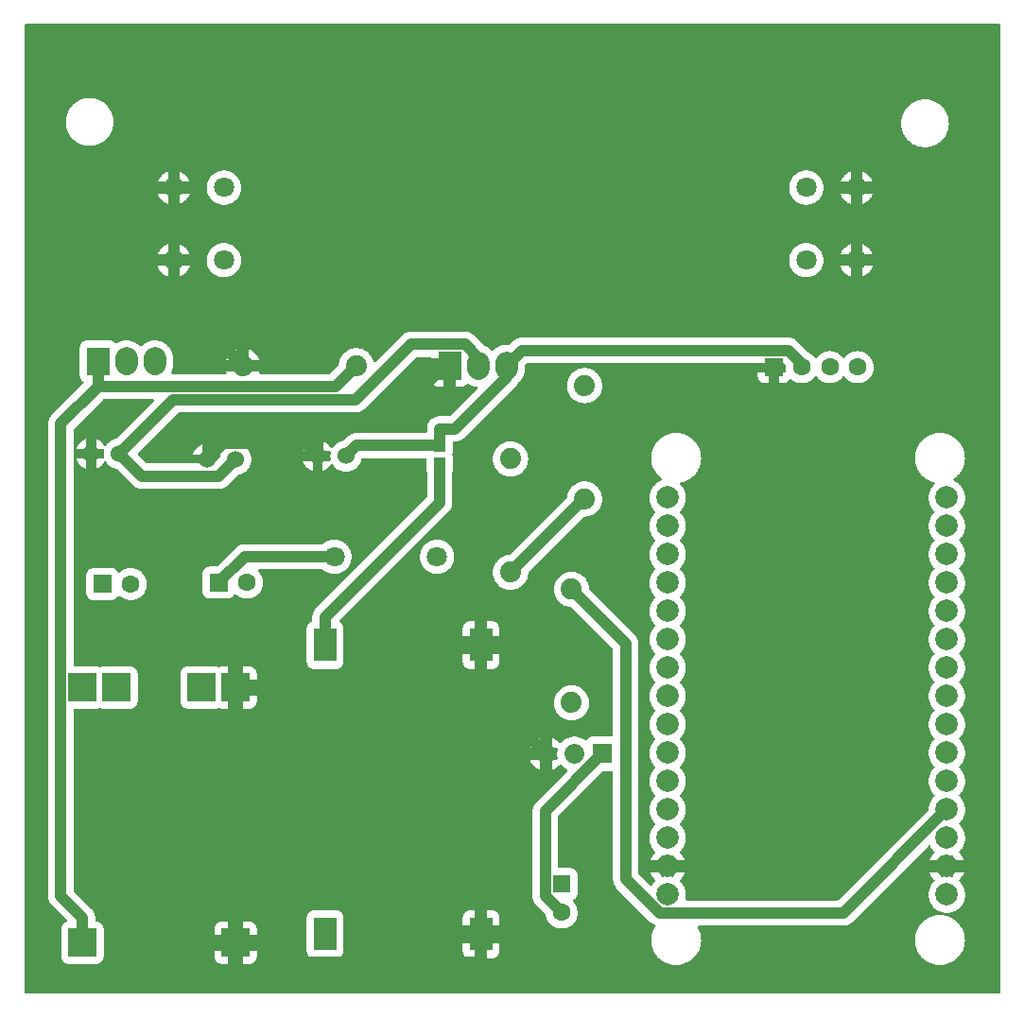
<source format=gtl>
G04 Layer: TopLayer*
G04 EasyEDA v6.4.7, 2021-02-21T20:01:47+05:30*
G04 e3d0b1098bfb4b77ab9dba27c3ae41cd,c102caab13844b3dbbbf78dac792161f,10*
G04 Gerber Generator version 0.2*
G04 Scale: 100 percent, Rotated: No, Reflected: No *
G04 Dimensions in inches *
G04 leading zeros omitted , absolute positions ,2 integer and 4 decimal *
%FSLAX24Y24*%
%MOIN*%
G90*
D02*

%ADD11C,0.039370*%
%ADD12R,0.043307X0.039370*%
%ADD13R,0.078740X0.118110*%
%ADD14R,0.062992X0.062992*%
%ADD15C,0.062992*%
%ADD16R,0.070866X0.070866*%
%ADD17C,0.070866*%
%ADD18C,0.078740*%
%ADD20C,0.074000*%
%ADD21C,0.060000*%
%ADD22R,0.098425X0.098425*%

%LPD*%
G36*
G01X34464Y34298D02*
G01X135Y34298D01*
G01X129Y34297D01*
G01X124Y34295D01*
G01X114Y34289D01*
G01X110Y34285D01*
G01X104Y34275D01*
G01X102Y34270D01*
G01X101Y34264D01*
G01X101Y135D01*
G01X102Y129D01*
G01X104Y124D01*
G01X110Y114D01*
G01X114Y110D01*
G01X124Y104D01*
G01X129Y102D01*
G01X135Y101D01*
G01X34464Y101D01*
G01X34470Y102D01*
G01X34475Y104D01*
G01X34485Y110D01*
G01X34489Y114D01*
G01X34495Y124D01*
G01X34497Y129D01*
G01X34498Y135D01*
G01X34498Y34264D01*
G01X34497Y34270D01*
G01X34495Y34275D01*
G01X34489Y34285D01*
G01X34485Y34289D01*
G01X34475Y34295D01*
G01X34470Y34297D01*
G01X34464Y34298D01*
G37*

%LPC*%
G36*
G01X2426Y31691D02*
G01X2373Y31691D01*
G01X2347Y31689D01*
G01X2320Y31687D01*
G01X2268Y31681D01*
G01X2216Y31671D01*
G01X2190Y31665D01*
G01X2165Y31658D01*
G01X2139Y31650D01*
G01X2114Y31641D01*
G01X2090Y31632D01*
G01X2065Y31622D01*
G01X2041Y31611D01*
G01X2018Y31599D01*
G01X1994Y31587D01*
G01X1971Y31574D01*
G01X1948Y31560D01*
G01X1927Y31546D01*
G01X1905Y31530D01*
G01X1884Y31515D01*
G01X1863Y31498D01*
G01X1843Y31481D01*
G01X1823Y31463D01*
G01X1805Y31444D01*
G01X1786Y31426D01*
G01X1768Y31406D01*
G01X1751Y31386D01*
G01X1703Y31323D01*
G01X1689Y31301D01*
G01X1675Y31278D01*
G01X1662Y31255D01*
G01X1650Y31232D01*
G01X1638Y31208D01*
G01X1627Y31184D01*
G01X1617Y31159D01*
G01X1599Y31109D01*
G01X1591Y31084D01*
G01X1584Y31059D01*
G01X1578Y31033D01*
G01X1568Y30981D01*
G01X1564Y30955D01*
G01X1562Y30929D01*
G01X1560Y30902D01*
G01X1558Y30876D01*
G01X1558Y30823D01*
G01X1560Y30797D01*
G01X1562Y30770D01*
G01X1564Y30744D01*
G01X1568Y30718D01*
G01X1578Y30666D01*
G01X1584Y30640D01*
G01X1591Y30615D01*
G01X1599Y30590D01*
G01X1617Y30540D01*
G01X1627Y30515D01*
G01X1638Y30491D01*
G01X1650Y30467D01*
G01X1662Y30444D01*
G01X1675Y30421D01*
G01X1689Y30398D01*
G01X1703Y30377D01*
G01X1719Y30355D01*
G01X1751Y30313D01*
G01X1768Y30293D01*
G01X1786Y30273D01*
G01X1805Y30255D01*
G01X1823Y30236D01*
G01X1843Y30218D01*
G01X1863Y30201D01*
G01X1884Y30184D01*
G01X1905Y30169D01*
G01X1927Y30153D01*
G01X1948Y30139D01*
G01X1971Y30125D01*
G01X1994Y30112D01*
G01X2018Y30100D01*
G01X2041Y30088D01*
G01X2065Y30077D01*
G01X2090Y30067D01*
G01X2114Y30058D01*
G01X2139Y30049D01*
G01X2165Y30041D01*
G01X2190Y30034D01*
G01X2216Y30028D01*
G01X2268Y30018D01*
G01X2320Y30012D01*
G01X2347Y30010D01*
G01X2373Y30008D01*
G01X2426Y30008D01*
G01X2452Y30010D01*
G01X2479Y30012D01*
G01X2531Y30018D01*
G01X2583Y30028D01*
G01X2609Y30034D01*
G01X2634Y30041D01*
G01X2660Y30049D01*
G01X2685Y30058D01*
G01X2709Y30067D01*
G01X2734Y30077D01*
G01X2758Y30088D01*
G01X2781Y30100D01*
G01X2805Y30112D01*
G01X2828Y30125D01*
G01X2851Y30139D01*
G01X2872Y30153D01*
G01X2894Y30169D01*
G01X2915Y30184D01*
G01X2936Y30201D01*
G01X2956Y30218D01*
G01X2976Y30236D01*
G01X2994Y30255D01*
G01X3013Y30273D01*
G01X3031Y30293D01*
G01X3048Y30313D01*
G01X3080Y30355D01*
G01X3096Y30377D01*
G01X3110Y30398D01*
G01X3124Y30421D01*
G01X3137Y30444D01*
G01X3149Y30467D01*
G01X3161Y30491D01*
G01X3172Y30515D01*
G01X3182Y30540D01*
G01X3200Y30590D01*
G01X3208Y30615D01*
G01X3215Y30640D01*
G01X3221Y30666D01*
G01X3231Y30718D01*
G01X3235Y30744D01*
G01X3237Y30770D01*
G01X3239Y30797D01*
G01X3241Y30823D01*
G01X3241Y30876D01*
G01X3239Y30902D01*
G01X3237Y30929D01*
G01X3235Y30955D01*
G01X3231Y30981D01*
G01X3221Y31033D01*
G01X3215Y31059D01*
G01X3208Y31084D01*
G01X3200Y31109D01*
G01X3182Y31159D01*
G01X3172Y31184D01*
G01X3161Y31208D01*
G01X3149Y31232D01*
G01X3137Y31255D01*
G01X3124Y31278D01*
G01X3110Y31301D01*
G01X3096Y31323D01*
G01X3048Y31386D01*
G01X3031Y31406D01*
G01X3013Y31426D01*
G01X2994Y31444D01*
G01X2976Y31463D01*
G01X2956Y31481D01*
G01X2936Y31498D01*
G01X2915Y31515D01*
G01X2894Y31530D01*
G01X2872Y31546D01*
G01X2851Y31560D01*
G01X2828Y31574D01*
G01X2805Y31587D01*
G01X2781Y31599D01*
G01X2758Y31611D01*
G01X2734Y31622D01*
G01X2709Y31632D01*
G01X2685Y31641D01*
G01X2660Y31650D01*
G01X2634Y31658D01*
G01X2609Y31665D01*
G01X2583Y31671D01*
G01X2531Y31681D01*
G01X2479Y31687D01*
G01X2452Y31689D01*
G01X2426Y31691D01*
G37*
G36*
G01X32405Y19880D02*
G01X32352Y19880D01*
G01X32325Y19879D01*
G01X32298Y19877D01*
G01X32272Y19874D01*
G01X32246Y19870D01*
G01X32219Y19866D01*
G01X32193Y19861D01*
G01X32167Y19855D01*
G01X32142Y19848D01*
G01X32116Y19840D01*
G01X32091Y19832D01*
G01X32066Y19823D01*
G01X32041Y19813D01*
G01X32017Y19803D01*
G01X31993Y19792D01*
G01X31969Y19780D01*
G01X31946Y19767D01*
G01X31922Y19753D01*
G01X31878Y19725D01*
G01X31856Y19709D01*
G01X31835Y19693D01*
G01X31814Y19676D01*
G01X31794Y19659D01*
G01X31775Y19641D01*
G01X31755Y19622D01*
G01X31719Y19584D01*
G01X31702Y19563D01*
G01X31685Y19543D01*
G01X31669Y19521D01*
G01X31653Y19500D01*
G01X31639Y19478D01*
G01X31624Y19455D01*
G01X31598Y19409D01*
G01X31586Y19385D01*
G01X31564Y19337D01*
G01X31546Y19287D01*
G01X31537Y19261D01*
G01X31530Y19236D01*
G01X31523Y19210D01*
G01X31517Y19184D01*
G01X31507Y19132D01*
G01X31504Y19106D01*
G01X31501Y19079D01*
G01X31499Y19053D01*
G01X31498Y19026D01*
G01X31497Y19000D01*
G01X31499Y18946D01*
G01X31501Y18920D01*
G01X31504Y18893D01*
G01X31507Y18867D01*
G01X31512Y18840D01*
G01X31517Y18815D01*
G01X31523Y18788D01*
G01X31530Y18763D01*
G01X31537Y18737D01*
G01X31564Y18662D01*
G01X31575Y18638D01*
G01X31586Y18613D01*
G01X31598Y18590D01*
G01X31611Y18566D01*
G01X31625Y18543D01*
G01X31653Y18499D01*
G01X31669Y18477D01*
G01X31685Y18456D01*
G01X31702Y18435D01*
G01X31719Y18415D01*
G01X31737Y18395D01*
G01X31775Y18357D01*
G01X31795Y18340D01*
G01X31815Y18322D01*
G01X31835Y18305D01*
G01X31857Y18290D01*
G01X31878Y18274D01*
G01X31901Y18259D01*
G01X31923Y18245D01*
G01X31946Y18232D01*
G01X31970Y18219D01*
G01X31993Y18207D01*
G01X32018Y18196D01*
G01X32042Y18185D01*
G01X32117Y18158D01*
G01X32143Y18151D01*
G01X32168Y18144D01*
G01X32180Y18140D01*
G01X32184Y18136D01*
G01X32189Y18132D01*
G01X32195Y18122D01*
G01X32197Y18117D01*
G01X32199Y18105D01*
G01X32198Y18098D01*
G01X32197Y18092D01*
G01X32194Y18086D01*
G01X32190Y18080D01*
G01X32153Y18043D01*
G01X32137Y18026D01*
G01X32107Y17990D01*
G01X32081Y17952D01*
G01X32068Y17932D01*
G01X32057Y17912D01*
G01X32046Y17891D01*
G01X32026Y17849D01*
G01X32010Y17805D01*
G01X32003Y17783D01*
G01X31997Y17761D01*
G01X31991Y17738D01*
G01X31986Y17715D01*
G01X31980Y17669D01*
G01X31978Y17646D01*
G01X31976Y17600D01*
G01X31978Y17554D01*
G01X31982Y17508D01*
G01X31986Y17485D01*
G01X31991Y17463D01*
G01X31996Y17440D01*
G01X32002Y17418D01*
G01X32009Y17396D01*
G01X32017Y17375D01*
G01X32025Y17353D01*
G01X32034Y17332D01*
G01X32044Y17312D01*
G01X32055Y17291D01*
G01X32066Y17271D01*
G01X32090Y17233D01*
G01X32104Y17214D01*
G01X32118Y17196D01*
G01X32133Y17178D01*
G01X32148Y17161D01*
G01X32185Y17124D01*
G01X32191Y17112D01*
G01X32193Y17106D01*
G01X32193Y17093D01*
G01X32191Y17087D01*
G01X32185Y17075D01*
G01X32148Y17038D01*
G01X32133Y17021D01*
G01X32118Y17003D01*
G01X32104Y16985D01*
G01X32090Y16966D01*
G01X32066Y16928D01*
G01X32055Y16908D01*
G01X32044Y16887D01*
G01X32034Y16867D01*
G01X32025Y16846D01*
G01X32017Y16824D01*
G01X32009Y16803D01*
G01X32002Y16781D01*
G01X31996Y16759D01*
G01X31991Y16736D01*
G01X31986Y16714D01*
G01X31982Y16691D01*
G01X31978Y16645D01*
G01X31977Y16623D01*
G01X31976Y16600D01*
G01X31978Y16554D01*
G01X31982Y16508D01*
G01X31986Y16485D01*
G01X31991Y16463D01*
G01X31996Y16440D01*
G01X32002Y16418D01*
G01X32009Y16396D01*
G01X32017Y16375D01*
G01X32025Y16353D01*
G01X32034Y16332D01*
G01X32044Y16312D01*
G01X32055Y16291D01*
G01X32066Y16271D01*
G01X32090Y16233D01*
G01X32104Y16214D01*
G01X32118Y16196D01*
G01X32133Y16178D01*
G01X32148Y16161D01*
G01X32185Y16124D01*
G01X32191Y16112D01*
G01X32193Y16106D01*
G01X32193Y16093D01*
G01X32191Y16087D01*
G01X32185Y16075D01*
G01X32148Y16038D01*
G01X32133Y16021D01*
G01X32118Y16003D01*
G01X32104Y15985D01*
G01X32090Y15966D01*
G01X32066Y15928D01*
G01X32055Y15908D01*
G01X32044Y15887D01*
G01X32034Y15867D01*
G01X32025Y15846D01*
G01X32017Y15824D01*
G01X32009Y15803D01*
G01X32002Y15781D01*
G01X31996Y15759D01*
G01X31991Y15736D01*
G01X31986Y15714D01*
G01X31982Y15691D01*
G01X31978Y15645D01*
G01X31977Y15623D01*
G01X31976Y15600D01*
G01X31977Y15576D01*
G01X31978Y15554D01*
G01X31982Y15508D01*
G01X31986Y15485D01*
G01X31991Y15463D01*
G01X31996Y15440D01*
G01X32002Y15418D01*
G01X32009Y15396D01*
G01X32017Y15375D01*
G01X32025Y15353D01*
G01X32034Y15332D01*
G01X32044Y15312D01*
G01X32055Y15291D01*
G01X32066Y15271D01*
G01X32090Y15233D01*
G01X32104Y15214D01*
G01X32118Y15196D01*
G01X32133Y15178D01*
G01X32148Y15161D01*
G01X32185Y15124D01*
G01X32191Y15112D01*
G01X32193Y15106D01*
G01X32193Y15093D01*
G01X32191Y15087D01*
G01X32185Y15075D01*
G01X32148Y15038D01*
G01X32133Y15021D01*
G01X32118Y15003D01*
G01X32104Y14985D01*
G01X32090Y14966D01*
G01X32066Y14928D01*
G01X32055Y14908D01*
G01X32044Y14887D01*
G01X32034Y14867D01*
G01X32025Y14846D01*
G01X32017Y14824D01*
G01X32009Y14803D01*
G01X32002Y14781D01*
G01X31996Y14759D01*
G01X31991Y14736D01*
G01X31986Y14714D01*
G01X31982Y14691D01*
G01X31978Y14645D01*
G01X31977Y14623D01*
G01X31976Y14600D01*
G01X31977Y14576D01*
G01X31978Y14554D01*
G01X31982Y14508D01*
G01X31986Y14485D01*
G01X31991Y14463D01*
G01X31996Y14440D01*
G01X32002Y14418D01*
G01X32009Y14396D01*
G01X32017Y14375D01*
G01X32025Y14353D01*
G01X32034Y14332D01*
G01X32044Y14312D01*
G01X32055Y14291D01*
G01X32066Y14271D01*
G01X32090Y14233D01*
G01X32104Y14214D01*
G01X32118Y14196D01*
G01X32133Y14178D01*
G01X32148Y14161D01*
G01X32185Y14124D01*
G01X32191Y14112D01*
G01X32193Y14106D01*
G01X32193Y14093D01*
G01X32191Y14087D01*
G01X32185Y14075D01*
G01X32148Y14038D01*
G01X32133Y14021D01*
G01X32118Y14003D01*
G01X32104Y13985D01*
G01X32090Y13966D01*
G01X32066Y13928D01*
G01X32055Y13908D01*
G01X32044Y13887D01*
G01X32034Y13867D01*
G01X32025Y13846D01*
G01X32017Y13824D01*
G01X32009Y13803D01*
G01X32002Y13781D01*
G01X31996Y13759D01*
G01X31991Y13736D01*
G01X31986Y13714D01*
G01X31982Y13691D01*
G01X31978Y13645D01*
G01X31977Y13623D01*
G01X31976Y13600D01*
G01X31977Y13576D01*
G01X31978Y13554D01*
G01X31982Y13508D01*
G01X31986Y13485D01*
G01X31991Y13463D01*
G01X31996Y13440D01*
G01X32002Y13418D01*
G01X32009Y13396D01*
G01X32017Y13375D01*
G01X32025Y13353D01*
G01X32034Y13332D01*
G01X32044Y13312D01*
G01X32055Y13291D01*
G01X32066Y13271D01*
G01X32090Y13233D01*
G01X32104Y13214D01*
G01X32118Y13196D01*
G01X32133Y13178D01*
G01X32148Y13161D01*
G01X32185Y13124D01*
G01X32191Y13112D01*
G01X32193Y13106D01*
G01X32193Y13093D01*
G01X32191Y13087D01*
G01X32185Y13075D01*
G01X32148Y13038D01*
G01X32133Y13021D01*
G01X32118Y13003D01*
G01X32104Y12985D01*
G01X32090Y12966D01*
G01X32066Y12928D01*
G01X32055Y12908D01*
G01X32044Y12887D01*
G01X32034Y12867D01*
G01X32025Y12846D01*
G01X32017Y12824D01*
G01X32009Y12803D01*
G01X32002Y12781D01*
G01X31996Y12759D01*
G01X31991Y12736D01*
G01X31986Y12714D01*
G01X31982Y12691D01*
G01X31978Y12645D01*
G01X31977Y12623D01*
G01X31976Y12600D01*
G01X31977Y12576D01*
G01X31978Y12554D01*
G01X31982Y12508D01*
G01X31986Y12485D01*
G01X31991Y12463D01*
G01X31996Y12440D01*
G01X32002Y12418D01*
G01X32009Y12396D01*
G01X32017Y12375D01*
G01X32025Y12353D01*
G01X32034Y12332D01*
G01X32044Y12312D01*
G01X32055Y12291D01*
G01X32066Y12271D01*
G01X32090Y12233D01*
G01X32104Y12214D01*
G01X32118Y12196D01*
G01X32133Y12178D01*
G01X32148Y12161D01*
G01X32185Y12124D01*
G01X32191Y12112D01*
G01X32193Y12106D01*
G01X32193Y12093D01*
G01X32191Y12087D01*
G01X32185Y12075D01*
G01X32148Y12038D01*
G01X32133Y12021D01*
G01X32118Y12003D01*
G01X32104Y11985D01*
G01X32090Y11966D01*
G01X32078Y11947D01*
G01X32066Y11927D01*
G01X32055Y11908D01*
G01X32044Y11887D01*
G01X32034Y11867D01*
G01X32025Y11846D01*
G01X32009Y11802D01*
G01X32002Y11781D01*
G01X31996Y11759D01*
G01X31991Y11736D01*
G01X31986Y11714D01*
G01X31982Y11691D01*
G01X31978Y11645D01*
G01X31977Y11622D01*
G01X31976Y11600D01*
G01X31978Y11554D01*
G01X31982Y11508D01*
G01X31986Y11485D01*
G01X31991Y11463D01*
G01X31996Y11440D01*
G01X32002Y11418D01*
G01X32009Y11397D01*
G01X32025Y11353D01*
G01X32034Y11332D01*
G01X32044Y11312D01*
G01X32055Y11291D01*
G01X32066Y11272D01*
G01X32078Y11252D01*
G01X32090Y11233D01*
G01X32104Y11214D01*
G01X32118Y11196D01*
G01X32133Y11178D01*
G01X32148Y11161D01*
G01X32185Y11124D01*
G01X32191Y11112D01*
G01X32193Y11106D01*
G01X32193Y11093D01*
G01X32191Y11087D01*
G01X32185Y11075D01*
G01X32148Y11038D01*
G01X32133Y11021D01*
G01X32118Y11003D01*
G01X32104Y10985D01*
G01X32090Y10966D01*
G01X32078Y10947D01*
G01X32066Y10927D01*
G01X32055Y10908D01*
G01X32044Y10887D01*
G01X32034Y10867D01*
G01X32025Y10846D01*
G01X32009Y10802D01*
G01X32002Y10781D01*
G01X31996Y10759D01*
G01X31991Y10736D01*
G01X31986Y10714D01*
G01X31982Y10691D01*
G01X31978Y10645D01*
G01X31977Y10622D01*
G01X31976Y10600D01*
G01X31978Y10554D01*
G01X31982Y10508D01*
G01X31986Y10485D01*
G01X31991Y10463D01*
G01X31996Y10440D01*
G01X32002Y10418D01*
G01X32009Y10397D01*
G01X32025Y10353D01*
G01X32034Y10332D01*
G01X32044Y10312D01*
G01X32055Y10291D01*
G01X32066Y10272D01*
G01X32078Y10252D01*
G01X32090Y10233D01*
G01X32104Y10214D01*
G01X32118Y10196D01*
G01X32133Y10178D01*
G01X32148Y10161D01*
G01X32185Y10124D01*
G01X32191Y10112D01*
G01X32193Y10106D01*
G01X32193Y10093D01*
G01X32191Y10087D01*
G01X32185Y10075D01*
G01X32148Y10038D01*
G01X32133Y10021D01*
G01X32118Y10003D01*
G01X32104Y9985D01*
G01X32090Y9966D01*
G01X32078Y9947D01*
G01X32066Y9927D01*
G01X32055Y9908D01*
G01X32044Y9887D01*
G01X32034Y9867D01*
G01X32025Y9846D01*
G01X32009Y9802D01*
G01X32002Y9781D01*
G01X31996Y9759D01*
G01X31991Y9736D01*
G01X31986Y9714D01*
G01X31982Y9691D01*
G01X31978Y9645D01*
G01X31977Y9622D01*
G01X31976Y9600D01*
G01X31978Y9554D01*
G01X31982Y9508D01*
G01X31986Y9485D01*
G01X31991Y9463D01*
G01X31996Y9440D01*
G01X32002Y9418D01*
G01X32009Y9397D01*
G01X32025Y9353D01*
G01X32034Y9332D01*
G01X32044Y9312D01*
G01X32055Y9291D01*
G01X32066Y9272D01*
G01X32078Y9252D01*
G01X32090Y9233D01*
G01X32104Y9214D01*
G01X32118Y9196D01*
G01X32133Y9178D01*
G01X32148Y9161D01*
G01X32185Y9124D01*
G01X32191Y9112D01*
G01X32193Y9106D01*
G01X32193Y9093D01*
G01X32191Y9087D01*
G01X32185Y9075D01*
G01X32148Y9038D01*
G01X32133Y9021D01*
G01X32118Y9003D01*
G01X32104Y8985D01*
G01X32090Y8966D01*
G01X32078Y8947D01*
G01X32066Y8927D01*
G01X32055Y8908D01*
G01X32044Y8887D01*
G01X32034Y8867D01*
G01X32025Y8846D01*
G01X32009Y8802D01*
G01X32002Y8781D01*
G01X31996Y8759D01*
G01X31991Y8736D01*
G01X31986Y8714D01*
G01X31982Y8691D01*
G01X31978Y8645D01*
G01X31977Y8622D01*
G01X31976Y8600D01*
G01X31978Y8554D01*
G01X31982Y8508D01*
G01X31986Y8485D01*
G01X31991Y8463D01*
G01X31996Y8440D01*
G01X32002Y8418D01*
G01X32009Y8397D01*
G01X32025Y8353D01*
G01X32034Y8332D01*
G01X32044Y8312D01*
G01X32055Y8291D01*
G01X32066Y8272D01*
G01X32078Y8252D01*
G01X32090Y8233D01*
G01X32104Y8214D01*
G01X32118Y8196D01*
G01X32133Y8178D01*
G01X32148Y8161D01*
G01X32185Y8124D01*
G01X32191Y8112D01*
G01X32193Y8106D01*
G01X32193Y8093D01*
G01X32191Y8087D01*
G01X32185Y8075D01*
G01X32148Y8038D01*
G01X32133Y8021D01*
G01X32118Y8003D01*
G01X32104Y7985D01*
G01X32090Y7966D01*
G01X32078Y7947D01*
G01X32066Y7927D01*
G01X32055Y7908D01*
G01X32044Y7887D01*
G01X32034Y7867D01*
G01X32025Y7846D01*
G01X32009Y7802D01*
G01X32002Y7781D01*
G01X31996Y7759D01*
G01X31991Y7736D01*
G01X31986Y7714D01*
G01X31982Y7691D01*
G01X31978Y7645D01*
G01X31977Y7622D01*
G01X31976Y7600D01*
G01X31978Y7554D01*
G01X31982Y7508D01*
G01X31986Y7485D01*
G01X31991Y7463D01*
G01X31996Y7440D01*
G01X32002Y7418D01*
G01X32009Y7397D01*
G01X32025Y7353D01*
G01X32034Y7332D01*
G01X32044Y7312D01*
G01X32055Y7291D01*
G01X32066Y7272D01*
G01X32078Y7252D01*
G01X32090Y7233D01*
G01X32104Y7214D01*
G01X32118Y7196D01*
G01X32133Y7178D01*
G01X32148Y7161D01*
G01X32185Y7124D01*
G01X32191Y7112D01*
G01X32193Y7106D01*
G01X32193Y7093D01*
G01X32191Y7087D01*
G01X32185Y7075D01*
G01X32180Y7070D01*
G01X32164Y7055D01*
G01X32148Y7038D01*
G01X32118Y7004D01*
G01X32105Y6986D01*
G01X32091Y6967D01*
G01X32067Y6929D01*
G01X32045Y6889D01*
G01X32035Y6869D01*
G01X32026Y6848D01*
G01X32010Y6806D01*
G01X32003Y6784D01*
G01X31997Y6762D01*
G01X31987Y6718D01*
G01X31983Y6695D01*
G01X31980Y6673D01*
G01X31978Y6650D01*
G01X31977Y6627D01*
G01X31976Y6605D01*
G01X31976Y6598D01*
G01X31974Y6592D01*
G01X31972Y6587D01*
G01X31968Y6581D01*
G01X31964Y6577D01*
G01X28793Y3404D01*
G01X28788Y3400D01*
G01X28782Y3397D01*
G01X28777Y3394D01*
G01X28771Y3393D01*
G01X28764Y3392D01*
G01X23442Y3392D01*
G01X23436Y3393D01*
G01X23431Y3394D01*
G01X23426Y3396D01*
G01X23416Y3402D01*
G01X23412Y3406D01*
G01X23406Y3416D01*
G01X23404Y3421D01*
G01X23403Y3427D01*
G01X23402Y3432D01*
G01X23403Y3442D01*
G01X23409Y3464D01*
G01X23413Y3486D01*
G01X23417Y3509D01*
G01X23419Y3531D01*
G01X23421Y3554D01*
G01X23423Y3600D01*
G01X23422Y3622D01*
G01X23421Y3645D01*
G01X23417Y3691D01*
G01X23413Y3714D01*
G01X23408Y3736D01*
G01X23403Y3759D01*
G01X23397Y3781D01*
G01X23390Y3802D01*
G01X23374Y3846D01*
G01X23365Y3867D01*
G01X23355Y3887D01*
G01X23344Y3908D01*
G01X23333Y3927D01*
G01X23321Y3947D01*
G01X23309Y3966D01*
G01X23295Y3985D01*
G01X23281Y4003D01*
G01X23266Y4021D01*
G01X23251Y4038D01*
G01X23214Y4075D01*
G01X23208Y4087D01*
G01X23206Y4093D01*
G01X23206Y4106D01*
G01X23208Y4112D01*
G01X23214Y4124D01*
G01X23251Y4161D01*
G01X23267Y4179D01*
G01X23282Y4197D01*
G01X23296Y4215D01*
G01X23322Y4253D01*
G01X23346Y4293D01*
G01X23366Y4335D01*
G01X23375Y4356D01*
G01X23384Y4378D01*
G01X23000Y4378D01*
G01X23000Y4254D01*
G01X22998Y4248D01*
G01X22997Y4243D01*
G01X22994Y4238D01*
G01X22990Y4234D01*
G01X22986Y4229D01*
G01X22982Y4226D01*
G01X22977Y4223D01*
G01X22971Y4221D01*
G01X22966Y4220D01*
G01X22960Y4220D01*
G01X22950Y4221D01*
G01X22926Y4227D01*
G01X22901Y4232D01*
G01X22877Y4237D01*
G01X22852Y4240D01*
G01X22828Y4242D01*
G01X22803Y4244D01*
G01X22753Y4244D01*
G01X22729Y4242D01*
G01X22704Y4240D01*
G01X22680Y4237D01*
G01X22655Y4232D01*
G01X22631Y4227D01*
G01X22607Y4221D01*
G01X22596Y4220D01*
G01X22591Y4220D01*
G01X22585Y4221D01*
G01X22580Y4223D01*
G01X22570Y4229D01*
G01X22566Y4234D01*
G01X22563Y4238D01*
G01X22560Y4243D01*
G01X22558Y4248D01*
G01X22556Y4260D01*
G01X22556Y4378D01*
G01X22173Y4378D01*
G01X22181Y4356D01*
G01X22190Y4335D01*
G01X22200Y4314D01*
G01X22211Y4293D01*
G01X22222Y4273D01*
G01X22235Y4253D01*
G01X22247Y4234D01*
G01X22261Y4215D01*
G01X22275Y4197D01*
G01X22305Y4161D01*
G01X22321Y4145D01*
G01X22338Y4129D01*
G01X22342Y4124D01*
G01X22346Y4118D01*
G01X22350Y4106D01*
G01X22351Y4100D01*
G01X22350Y4093D01*
G01X22346Y4081D01*
G01X22342Y4075D01*
G01X22338Y4070D01*
G01X22321Y4054D01*
G01X22305Y4038D01*
G01X22275Y4002D01*
G01X22261Y3984D01*
G01X22247Y3965D01*
G01X22235Y3946D01*
G01X22222Y3926D01*
G01X22219Y3921D01*
G01X22215Y3917D01*
G01X22210Y3913D01*
G01X22205Y3910D01*
G01X22200Y3908D01*
G01X22188Y3906D01*
G01X22182Y3907D01*
G01X22170Y3911D01*
G01X22164Y3914D01*
G01X21763Y4315D01*
G01X21759Y4320D01*
G01X21756Y4325D01*
G01X21753Y4331D01*
G01X21751Y4343D01*
G01X21751Y12469D01*
G01X21750Y12488D01*
G01X21747Y12508D01*
G01X21741Y12546D01*
G01X21731Y12584D01*
G01X21724Y12603D01*
G01X21717Y12621D01*
G01X21709Y12639D01*
G01X21701Y12656D01*
G01X21681Y12690D01*
G01X21659Y12722D01*
G01X21647Y12737D01*
G01X21634Y12752D01*
G01X21620Y12766D01*
G01X20021Y14366D01*
G01X20017Y14370D01*
G01X20011Y14380D01*
G01X20009Y14392D01*
G01X20007Y14415D01*
G01X20005Y14437D01*
G01X20002Y14459D01*
G01X19998Y14482D01*
G01X19994Y14504D01*
G01X19988Y14526D01*
G01X19982Y14547D01*
G01X19975Y14569D01*
G01X19959Y14611D01*
G01X19939Y14651D01*
G01X19917Y14691D01*
G01X19905Y14710D01*
G01X19892Y14728D01*
G01X19864Y14764D01*
G01X19849Y14781D01*
G01X19834Y14797D01*
G01X19818Y14813D01*
G01X19784Y14843D01*
G01X19767Y14857D01*
G01X19748Y14871D01*
G01X19730Y14883D01*
G01X19710Y14895D01*
G01X19691Y14907D01*
G01X19651Y14927D01*
G01X19609Y14945D01*
G01X19588Y14953D01*
G01X19567Y14959D01*
G01X19523Y14971D01*
G01X19501Y14975D01*
G01X19478Y14979D01*
G01X19456Y14982D01*
G01X19434Y14984D01*
G01X19411Y14985D01*
G01X19366Y14985D01*
G01X19343Y14984D01*
G01X19321Y14982D01*
G01X19298Y14979D01*
G01X19254Y14971D01*
G01X19231Y14965D01*
G01X19210Y14959D01*
G01X19188Y14952D01*
G01X19146Y14936D01*
G01X19125Y14927D01*
G01X19105Y14917D01*
G01X19085Y14906D01*
G01X19065Y14894D01*
G01X19046Y14882D01*
G01X19027Y14869D01*
G01X19009Y14856D01*
G01X18991Y14842D01*
G01X18974Y14827D01*
G01X18926Y14779D01*
G01X18911Y14761D01*
G01X18897Y14744D01*
G01X18884Y14726D01*
G01X18871Y14707D01*
G01X18859Y14688D01*
G01X18847Y14668D01*
G01X18836Y14648D01*
G01X18826Y14628D01*
G01X18817Y14607D01*
G01X18801Y14565D01*
G01X18794Y14543D01*
G01X18782Y14499D01*
G01X18774Y14455D01*
G01X18771Y14432D01*
G01X18769Y14410D01*
G01X18768Y14387D01*
G01X18768Y14342D01*
G01X18769Y14319D01*
G01X18771Y14297D01*
G01X18774Y14274D01*
G01X18782Y14230D01*
G01X18794Y14186D01*
G01X18808Y14144D01*
G01X18826Y14102D01*
G01X18846Y14062D01*
G01X18858Y14042D01*
G01X18870Y14023D01*
G01X18882Y14005D01*
G01X18896Y13986D01*
G01X18910Y13969D01*
G01X18940Y13935D01*
G01X18956Y13919D01*
G01X18972Y13904D01*
G01X18989Y13889D01*
G01X19025Y13861D01*
G01X19043Y13848D01*
G01X19062Y13836D01*
G01X19102Y13814D01*
G01X19142Y13794D01*
G01X19184Y13778D01*
G01X19206Y13771D01*
G01X19227Y13765D01*
G01X19249Y13759D01*
G01X19293Y13751D01*
G01X19316Y13748D01*
G01X19338Y13745D01*
G01X19361Y13744D01*
G01X19367Y13743D01*
G01X19372Y13742D01*
G01X19378Y13739D01*
G01X19383Y13736D01*
G01X19387Y13732D01*
G01X20844Y12276D01*
G01X20848Y12271D01*
G01X20851Y12265D01*
G01X20854Y12260D01*
G01X20855Y12254D01*
G01X20856Y12247D01*
G01X20856Y9210D01*
G01X20854Y9198D01*
G01X20852Y9193D01*
G01X20849Y9188D01*
G01X20846Y9184D01*
G01X20842Y9180D01*
G01X20837Y9176D01*
G01X20832Y9173D01*
G01X20827Y9171D01*
G01X20821Y9170D01*
G01X20134Y9170D01*
G01X20104Y9168D01*
G01X20089Y9166D01*
G01X20075Y9163D01*
G01X20060Y9159D01*
G01X20046Y9154D01*
G01X20032Y9148D01*
G01X20019Y9142D01*
G01X19993Y9126D01*
G01X19969Y9108D01*
G01X19958Y9098D01*
G01X19938Y9076D01*
G01X19929Y9064D01*
G01X19921Y9051D01*
G01X19918Y9046D01*
G01X19914Y9042D01*
G01X19904Y9036D01*
G01X19898Y9034D01*
G01X19893Y9032D01*
G01X19880Y9032D01*
G01X19874Y9034D01*
G01X19862Y9040D01*
G01X19844Y9054D01*
G01X19826Y9067D01*
G01X19807Y9079D01*
G01X19788Y9090D01*
G01X19768Y9101D01*
G01X19748Y9111D01*
G01X19728Y9120D01*
G01X19707Y9129D01*
G01X19665Y9143D01*
G01X19643Y9150D01*
G01X19622Y9155D01*
G01X19578Y9163D01*
G01X19556Y9166D01*
G01X19533Y9168D01*
G01X19489Y9170D01*
G01X19466Y9169D01*
G01X19444Y9168D01*
G01X19422Y9166D01*
G01X19400Y9163D01*
G01X19377Y9159D01*
G01X19356Y9155D01*
G01X19334Y9150D01*
G01X19312Y9143D01*
G01X19270Y9129D01*
G01X19250Y9120D01*
G01X19229Y9111D01*
G01X19209Y9101D01*
G01X19189Y9090D01*
G01X19170Y9079D01*
G01X19151Y9067D01*
G01X19115Y9041D01*
G01X19098Y9027D01*
G01X19081Y9012D01*
G01X19065Y8997D01*
G01X19049Y8981D01*
G01X19034Y8964D01*
G01X19020Y8947D01*
G01X19015Y8943D01*
G01X19011Y8939D01*
G01X19006Y8936D01*
G01X19000Y8934D01*
G01X18994Y8933D01*
G01X18989Y8932D01*
G01X18977Y8934D01*
G01X18972Y8936D01*
G01X18966Y8939D01*
G01X18958Y8947D01*
G01X18943Y8964D01*
G01X18913Y8996D01*
G01X18881Y9026D01*
G01X18864Y9039D01*
G01X18846Y9053D01*
G01X18810Y9077D01*
G01X18791Y9089D01*
G01X18772Y9100D01*
G01X18752Y9110D01*
G01X18732Y9119D01*
G01X18711Y9127D01*
G01X18691Y9135D01*
G01X18691Y8767D01*
G01X18864Y8767D01*
G01X18870Y8766D01*
G01X18875Y8765D01*
G01X18881Y8763D01*
G01X18886Y8760D01*
G01X18890Y8757D01*
G01X18894Y8753D01*
G01X18898Y8748D01*
G01X18902Y8738D01*
G01X18903Y8732D01*
G01X18904Y8727D01*
G01X18903Y8717D01*
G01X18897Y8692D01*
G01X18892Y8666D01*
G01X18888Y8641D01*
G01X18885Y8615D01*
G01X18884Y8590D01*
G01X18883Y8564D01*
G01X18884Y8539D01*
G01X18885Y8513D01*
G01X18888Y8488D01*
G01X18892Y8462D01*
G01X18897Y8437D01*
G01X18903Y8412D01*
G01X18904Y8402D01*
G01X18903Y8397D01*
G01X18902Y8391D01*
G01X18900Y8385D01*
G01X18898Y8381D01*
G01X18894Y8376D01*
G01X18886Y8368D01*
G01X18881Y8366D01*
G01X18875Y8364D01*
G01X18870Y8363D01*
G01X18864Y8362D01*
G01X18691Y8362D01*
G01X18691Y7994D01*
G01X18711Y8002D01*
G01X18732Y8010D01*
G01X18752Y8019D01*
G01X18772Y8029D01*
G01X18810Y8051D01*
G01X18828Y8063D01*
G01X18864Y8089D01*
G01X18881Y8103D01*
G01X18913Y8133D01*
G01X18928Y8148D01*
G01X18958Y8182D01*
G01X18962Y8186D01*
G01X18966Y8189D01*
G01X18972Y8193D01*
G01X18977Y8195D01*
G01X18983Y8196D01*
G01X18994Y8196D01*
G01X19000Y8195D01*
G01X19006Y8193D01*
G01X19011Y8189D01*
G01X19015Y8186D01*
G01X19020Y8182D01*
G01X19034Y8164D01*
G01X19050Y8148D01*
G01X19065Y8132D01*
G01X19082Y8116D01*
G01X19099Y8101D01*
G01X19116Y8087D01*
G01X19134Y8073D01*
G01X19153Y8061D01*
G01X19172Y8048D01*
G01X19191Y8037D01*
G01X19211Y8026D01*
G01X19231Y8017D01*
G01X19236Y8014D01*
G01X19241Y8010D01*
G01X19245Y8006D01*
G01X19248Y8002D01*
G01X19251Y7997D01*
G01X19253Y7991D01*
G01X19254Y7986D01*
G01X19254Y7974D01*
G01X19250Y7962D01*
G01X19247Y7957D01*
G01X19243Y7952D01*
G01X18132Y6841D01*
G01X18119Y6826D01*
G01X18107Y6811D01*
G01X18085Y6779D01*
G01X18075Y6763D01*
G01X18065Y6745D01*
G01X18057Y6728D01*
G01X18049Y6710D01*
G01X18042Y6692D01*
G01X18035Y6673D01*
G01X18030Y6655D01*
G01X18025Y6635D01*
G01X18022Y6616D01*
G01X18018Y6597D01*
G01X18016Y6577D01*
G01X18015Y6558D01*
G01X18015Y3521D01*
G01X18016Y3502D01*
G01X18018Y3482D01*
G01X18022Y3463D01*
G01X18025Y3443D01*
G01X18030Y3425D01*
G01X18035Y3406D01*
G01X18042Y3387D01*
G01X18049Y3369D01*
G01X18057Y3351D01*
G01X18065Y3334D01*
G01X18085Y3300D01*
G01X18107Y3268D01*
G01X18119Y3253D01*
G01X18132Y3238D01*
G01X18468Y2902D01*
G01X18472Y2897D01*
G01X18475Y2892D01*
G01X18478Y2886D01*
G01X18479Y2880D01*
G01X18483Y2858D01*
G01X18487Y2837D01*
G01X18499Y2795D01*
G01X18506Y2774D01*
G01X18513Y2754D01*
G01X18531Y2714D01*
G01X18541Y2695D01*
G01X18552Y2676D01*
G01X18563Y2658D01*
G01X18575Y2640D01*
G01X18588Y2622D01*
G01X18601Y2605D01*
G01X18615Y2589D01*
G01X18630Y2572D01*
G01X18646Y2557D01*
G01X18661Y2542D01*
G01X18678Y2528D01*
G01X18695Y2515D01*
G01X18713Y2502D01*
G01X18749Y2478D01*
G01X18768Y2468D01*
G01X18787Y2457D01*
G01X18827Y2439D01*
G01X18847Y2432D01*
G01X18868Y2425D01*
G01X18888Y2419D01*
G01X18910Y2413D01*
G01X18952Y2405D01*
G01X18973Y2402D01*
G01X18995Y2400D01*
G01X19039Y2398D01*
G01X19060Y2399D01*
G01X19082Y2400D01*
G01X19103Y2402D01*
G01X19125Y2405D01*
G01X19146Y2409D01*
G01X19168Y2413D01*
G01X19189Y2419D01*
G01X19209Y2425D01*
G01X19230Y2432D01*
G01X19250Y2439D01*
G01X19290Y2457D01*
G01X19309Y2467D01*
G01X19328Y2478D01*
G01X19346Y2489D01*
G01X19364Y2502D01*
G01X19382Y2514D01*
G01X19399Y2528D01*
G01X19431Y2556D01*
G01X19447Y2572D01*
G01X19475Y2604D01*
G01X19489Y2621D01*
G01X19502Y2639D01*
G01X19514Y2657D01*
G01X19525Y2675D01*
G01X19536Y2694D01*
G01X19546Y2713D01*
G01X19564Y2753D01*
G01X19578Y2793D01*
G01X19590Y2835D01*
G01X19594Y2856D01*
G01X19598Y2878D01*
G01X19601Y2900D01*
G01X19603Y2921D01*
G01X19604Y2943D01*
G01X19605Y2964D01*
G01X19603Y3008D01*
G01X19601Y3029D01*
G01X19598Y3051D01*
G01X19590Y3093D01*
G01X19578Y3135D01*
G01X19571Y3156D01*
G01X19564Y3176D01*
G01X19546Y3216D01*
G01X19536Y3235D01*
G01X19525Y3254D01*
G01X19514Y3272D01*
G01X19501Y3290D01*
G01X19489Y3308D01*
G01X19475Y3325D01*
G01X19461Y3341D01*
G01X19446Y3357D01*
G01X19442Y3362D01*
G01X19439Y3367D01*
G01X19435Y3379D01*
G01X19435Y3390D01*
G01X19436Y3396D01*
G01X19439Y3401D01*
G01X19441Y3406D01*
G01X19445Y3411D01*
G01X19449Y3415D01*
G01X19453Y3418D01*
G01X19458Y3421D01*
G01X19471Y3427D01*
G01X19484Y3435D01*
G01X19496Y3442D01*
G01X19529Y3469D01*
G01X19539Y3480D01*
G01X19557Y3502D01*
G01X19565Y3514D01*
G01X19572Y3526D01*
G01X19579Y3539D01*
G01X19585Y3552D01*
G01X19590Y3565D01*
G01X19598Y3593D01*
G01X19601Y3606D01*
G01X19603Y3621D01*
G01X19605Y3649D01*
G01X19605Y4279D01*
G01X19603Y4309D01*
G01X19601Y4323D01*
G01X19598Y4337D01*
G01X19594Y4351D01*
G01X19584Y4379D01*
G01X19578Y4392D01*
G01X19571Y4405D01*
G01X19555Y4429D01*
G01X19546Y4441D01*
G01X19536Y4452D01*
G01X19526Y4462D01*
G01X19515Y4472D01*
G01X19503Y4481D01*
G01X19492Y4489D01*
G01X19479Y4497D01*
G01X19466Y4503D01*
G01X19453Y4510D01*
G01X19439Y4515D01*
G01X19426Y4520D01*
G01X19411Y4523D01*
G01X19397Y4527D01*
G01X19383Y4528D01*
G01X19368Y4530D01*
G01X18950Y4530D01*
G01X18945Y4531D01*
G01X18939Y4532D01*
G01X18934Y4534D01*
G01X18924Y4540D01*
G01X18920Y4544D01*
G01X18914Y4554D01*
G01X18912Y4559D01*
G01X18911Y4564D01*
G01X18910Y4570D01*
G01X18910Y6336D01*
G01X18911Y6343D01*
G01X18912Y6349D01*
G01X18915Y6355D01*
G01X18918Y6360D01*
G01X18922Y6365D01*
G01X20505Y7947D01*
G01X20515Y7955D01*
G01X20527Y7959D01*
G01X20821Y7959D01*
G01X20827Y7957D01*
G01X20837Y7953D01*
G01X20842Y7949D01*
G01X20846Y7945D01*
G01X20849Y7941D01*
G01X20852Y7936D01*
G01X20854Y7930D01*
G01X20855Y7925D01*
G01X20856Y7919D01*
G01X20856Y4122D01*
G01X20857Y4102D01*
G01X20866Y4045D01*
G01X20876Y4007D01*
G01X20883Y3989D01*
G01X20890Y3970D01*
G01X20897Y3952D01*
G01X20915Y3918D01*
G01X20926Y3901D01*
G01X20936Y3885D01*
G01X20948Y3869D01*
G01X20960Y3854D01*
G01X20973Y3839D01*
G01X20987Y3825D01*
G01X22183Y2628D01*
G01X22198Y2614D01*
G01X22214Y2600D01*
G01X22230Y2587D01*
G01X22264Y2563D01*
G01X22282Y2553D01*
G01X22301Y2543D01*
G01X22320Y2534D01*
G01X22325Y2532D01*
G01X22330Y2528D01*
G01X22334Y2524D01*
G01X22340Y2514D01*
G01X22342Y2509D01*
G01X22343Y2503D01*
G01X22344Y2498D01*
G01X22342Y2486D01*
G01X22340Y2481D01*
G01X22337Y2476D01*
G01X22322Y2452D01*
G01X22309Y2428D01*
G01X22295Y2403D01*
G01X22271Y2353D01*
G01X22260Y2327D01*
G01X22251Y2301D01*
G01X22241Y2275D01*
G01X22233Y2248D01*
G01X22219Y2194D01*
G01X22213Y2166D01*
G01X22208Y2139D01*
G01X22204Y2111D01*
G01X22201Y2083D01*
G01X22199Y2056D01*
G01X22198Y2027D01*
G01X22197Y2000D01*
G01X22199Y1946D01*
G01X22201Y1920D01*
G01X22204Y1893D01*
G01X22207Y1867D01*
G01X22217Y1815D01*
G01X22223Y1789D01*
G01X22230Y1763D01*
G01X22237Y1738D01*
G01X22246Y1712D01*
G01X22264Y1662D01*
G01X22286Y1614D01*
G01X22298Y1590D01*
G01X22324Y1544D01*
G01X22339Y1521D01*
G01X22353Y1499D01*
G01X22369Y1477D01*
G01X22385Y1456D01*
G01X22402Y1435D01*
G01X22419Y1415D01*
G01X22455Y1377D01*
G01X22475Y1358D01*
G01X22494Y1340D01*
G01X22514Y1323D01*
G01X22535Y1306D01*
G01X22556Y1290D01*
G01X22600Y1260D01*
G01X22622Y1246D01*
G01X22646Y1232D01*
G01X22669Y1219D01*
G01X22693Y1207D01*
G01X22717Y1196D01*
G01X22741Y1186D01*
G01X22766Y1176D01*
G01X22791Y1167D01*
G01X22816Y1159D01*
G01X22842Y1151D01*
G01X22867Y1144D01*
G01X22893Y1138D01*
G01X22919Y1133D01*
G01X22946Y1129D01*
G01X22972Y1125D01*
G01X22998Y1122D01*
G01X23025Y1120D01*
G01X23052Y1119D01*
G01X23078Y1118D01*
G01X23105Y1119D01*
G01X23131Y1120D01*
G01X23158Y1122D01*
G01X23184Y1125D01*
G01X23211Y1129D01*
G01X23237Y1133D01*
G01X23263Y1138D01*
G01X23289Y1144D01*
G01X23315Y1151D01*
G01X23365Y1167D01*
G01X23390Y1176D01*
G01X23440Y1196D01*
G01X23464Y1207D01*
G01X23488Y1219D01*
G01X23511Y1232D01*
G01X23534Y1246D01*
G01X23556Y1260D01*
G01X23579Y1275D01*
G01X23600Y1290D01*
G01X23622Y1306D01*
G01X23662Y1340D01*
G01X23682Y1358D01*
G01X23720Y1396D01*
G01X23738Y1415D01*
G01X23755Y1435D01*
G01X23772Y1456D01*
G01X23788Y1477D01*
G01X23818Y1521D01*
G01X23846Y1567D01*
G01X23858Y1590D01*
G01X23870Y1614D01*
G01X23892Y1662D01*
G01X23902Y1687D01*
G01X23911Y1712D01*
G01X23919Y1738D01*
G01X23927Y1763D01*
G01X23934Y1789D01*
G01X23939Y1815D01*
G01X23945Y1841D01*
G01X23953Y1893D01*
G01X23956Y1920D01*
G01X23957Y1946D01*
G01X23959Y1973D01*
G01X23959Y2027D01*
G01X23957Y2053D01*
G01X23956Y2080D01*
G01X23952Y2107D01*
G01X23949Y2134D01*
G01X23939Y2186D01*
G01X23933Y2213D01*
G01X23926Y2239D01*
G01X23918Y2264D01*
G01X23910Y2290D01*
G01X23901Y2315D01*
G01X23890Y2340D01*
G01X23880Y2365D01*
G01X23856Y2413D01*
G01X23843Y2437D01*
G01X23840Y2443D01*
G01X23838Y2450D01*
G01X23838Y2462D01*
G01X23839Y2468D01*
G01X23841Y2473D01*
G01X23847Y2483D01*
G01X23852Y2487D01*
G01X23856Y2490D01*
G01X23861Y2493D01*
G01X23866Y2495D01*
G01X23878Y2497D01*
G01X28986Y2497D01*
G01X29006Y2498D01*
G01X29025Y2501D01*
G01X29044Y2503D01*
G01X29064Y2507D01*
G01X29082Y2512D01*
G01X29101Y2517D01*
G01X29120Y2524D01*
G01X29138Y2531D01*
G01X29156Y2539D01*
G01X29173Y2547D01*
G01X29207Y2567D01*
G01X29239Y2589D01*
G01X29255Y2602D01*
G01X29269Y2614D01*
G01X31979Y5324D01*
G01X31984Y5328D01*
G01X31989Y5331D01*
G01X31995Y5334D01*
G01X32007Y5336D01*
G01X32019Y5334D01*
G01X32026Y5331D01*
G01X32031Y5328D01*
G01X32040Y5319D01*
G01X32043Y5314D01*
G01X32053Y5293D01*
G01X32077Y5253D01*
G01X32103Y5215D01*
G01X32118Y5197D01*
G01X32132Y5179D01*
G01X32148Y5161D01*
G01X32185Y5124D01*
G01X32191Y5112D01*
G01X32193Y5106D01*
G01X32193Y5093D01*
G01X32191Y5087D01*
G01X32185Y5075D01*
G01X32148Y5038D01*
G01X32132Y5020D01*
G01X32117Y5002D01*
G01X32103Y4984D01*
G01X32077Y4946D01*
G01X32053Y4906D01*
G01X32033Y4864D01*
G01X32024Y4843D01*
G01X32015Y4821D01*
G01X32399Y4821D01*
G01X32399Y4945D01*
G01X32401Y4951D01*
G01X32402Y4956D01*
G01X32405Y4961D01*
G01X32409Y4965D01*
G01X32413Y4970D01*
G01X32417Y4973D01*
G01X32422Y4976D01*
G01X32428Y4978D01*
G01X32433Y4979D01*
G01X32439Y4979D01*
G01X32450Y4978D01*
G01X32473Y4972D01*
G01X32498Y4967D01*
G01X32522Y4962D01*
G01X32547Y4959D01*
G01X32571Y4957D01*
G01X32596Y4955D01*
G01X32646Y4955D01*
G01X32670Y4957D01*
G01X32695Y4959D01*
G01X32719Y4962D01*
G01X32744Y4967D01*
G01X32768Y4972D01*
G01X32792Y4978D01*
G01X32803Y4979D01*
G01X32808Y4979D01*
G01X32814Y4978D01*
G01X32819Y4976D01*
G01X32829Y4970D01*
G01X32833Y4965D01*
G01X32836Y4961D01*
G01X32839Y4956D01*
G01X32841Y4951D01*
G01X32843Y4939D01*
G01X32843Y4821D01*
G01X33226Y4821D01*
G01X33218Y4843D01*
G01X33209Y4864D01*
G01X33199Y4885D01*
G01X33188Y4906D01*
G01X33177Y4926D01*
G01X33164Y4946D01*
G01X33152Y4965D01*
G01X33138Y4984D01*
G01X33124Y5002D01*
G01X33094Y5038D01*
G01X33078Y5054D01*
G01X33061Y5070D01*
G01X33057Y5075D01*
G01X33053Y5081D01*
G01X33049Y5093D01*
G01X33048Y5100D01*
G01X33049Y5106D01*
G01X33053Y5118D01*
G01X33057Y5124D01*
G01X33061Y5129D01*
G01X33078Y5145D01*
G01X33093Y5161D01*
G01X33109Y5178D01*
G01X33123Y5196D01*
G01X33138Y5214D01*
G01X33164Y5252D01*
G01X33176Y5272D01*
G01X33187Y5291D01*
G01X33198Y5312D01*
G01X33207Y5332D01*
G01X33217Y5353D01*
G01X33233Y5397D01*
G01X33239Y5418D01*
G01X33246Y5440D01*
G01X33251Y5463D01*
G01X33255Y5485D01*
G01X33259Y5508D01*
G01X33262Y5531D01*
G01X33264Y5554D01*
G01X33265Y5577D01*
G01X33265Y5622D01*
G01X33264Y5645D01*
G01X33262Y5668D01*
G01X33259Y5691D01*
G01X33255Y5714D01*
G01X33251Y5736D01*
G01X33246Y5759D01*
G01X33239Y5781D01*
G01X33233Y5802D01*
G01X33217Y5846D01*
G01X33207Y5867D01*
G01X33198Y5887D01*
G01X33187Y5908D01*
G01X33176Y5927D01*
G01X33164Y5947D01*
G01X33138Y5985D01*
G01X33123Y6003D01*
G01X33109Y6021D01*
G01X33093Y6038D01*
G01X33078Y6054D01*
G01X33061Y6070D01*
G01X33057Y6075D01*
G01X33053Y6081D01*
G01X33049Y6093D01*
G01X33048Y6100D01*
G01X33049Y6106D01*
G01X33053Y6118D01*
G01X33057Y6124D01*
G01X33061Y6129D01*
G01X33078Y6145D01*
G01X33093Y6161D01*
G01X33109Y6178D01*
G01X33123Y6196D01*
G01X33138Y6214D01*
G01X33164Y6252D01*
G01X33176Y6272D01*
G01X33187Y6291D01*
G01X33198Y6312D01*
G01X33207Y6332D01*
G01X33217Y6353D01*
G01X33233Y6397D01*
G01X33239Y6418D01*
G01X33246Y6440D01*
G01X33251Y6463D01*
G01X33255Y6485D01*
G01X33259Y6508D01*
G01X33262Y6531D01*
G01X33264Y6554D01*
G01X33265Y6577D01*
G01X33265Y6622D01*
G01X33264Y6645D01*
G01X33262Y6668D01*
G01X33259Y6691D01*
G01X33255Y6714D01*
G01X33251Y6736D01*
G01X33246Y6759D01*
G01X33239Y6781D01*
G01X33233Y6802D01*
G01X33217Y6846D01*
G01X33207Y6867D01*
G01X33198Y6887D01*
G01X33187Y6908D01*
G01X33176Y6927D01*
G01X33164Y6947D01*
G01X33138Y6985D01*
G01X33123Y7003D01*
G01X33109Y7021D01*
G01X33093Y7038D01*
G01X33078Y7054D01*
G01X33061Y7070D01*
G01X33057Y7075D01*
G01X33053Y7081D01*
G01X33049Y7093D01*
G01X33048Y7100D01*
G01X33049Y7106D01*
G01X33053Y7118D01*
G01X33057Y7124D01*
G01X33061Y7129D01*
G01X33078Y7145D01*
G01X33093Y7161D01*
G01X33109Y7178D01*
G01X33123Y7196D01*
G01X33138Y7214D01*
G01X33164Y7252D01*
G01X33176Y7272D01*
G01X33187Y7291D01*
G01X33198Y7312D01*
G01X33207Y7332D01*
G01X33217Y7353D01*
G01X33233Y7397D01*
G01X33239Y7418D01*
G01X33246Y7440D01*
G01X33251Y7463D01*
G01X33255Y7485D01*
G01X33259Y7508D01*
G01X33262Y7531D01*
G01X33264Y7554D01*
G01X33265Y7577D01*
G01X33265Y7622D01*
G01X33264Y7645D01*
G01X33262Y7668D01*
G01X33259Y7691D01*
G01X33255Y7714D01*
G01X33251Y7736D01*
G01X33246Y7759D01*
G01X33239Y7781D01*
G01X33233Y7802D01*
G01X33217Y7846D01*
G01X33207Y7867D01*
G01X33198Y7887D01*
G01X33187Y7908D01*
G01X33176Y7927D01*
G01X33164Y7947D01*
G01X33138Y7985D01*
G01X33123Y8003D01*
G01X33109Y8021D01*
G01X33093Y8038D01*
G01X33078Y8054D01*
G01X33061Y8070D01*
G01X33057Y8075D01*
G01X33053Y8081D01*
G01X33049Y8093D01*
G01X33048Y8100D01*
G01X33049Y8106D01*
G01X33053Y8118D01*
G01X33057Y8124D01*
G01X33061Y8129D01*
G01X33078Y8145D01*
G01X33093Y8161D01*
G01X33109Y8178D01*
G01X33123Y8196D01*
G01X33138Y8214D01*
G01X33164Y8252D01*
G01X33176Y8272D01*
G01X33187Y8291D01*
G01X33198Y8312D01*
G01X33207Y8332D01*
G01X33217Y8353D01*
G01X33233Y8397D01*
G01X33239Y8418D01*
G01X33246Y8440D01*
G01X33251Y8463D01*
G01X33255Y8485D01*
G01X33259Y8508D01*
G01X33262Y8531D01*
G01X33264Y8554D01*
G01X33265Y8577D01*
G01X33265Y8622D01*
G01X33264Y8645D01*
G01X33262Y8668D01*
G01X33259Y8691D01*
G01X33255Y8714D01*
G01X33251Y8736D01*
G01X33246Y8759D01*
G01X33239Y8781D01*
G01X33233Y8802D01*
G01X33217Y8846D01*
G01X33207Y8867D01*
G01X33198Y8887D01*
G01X33187Y8908D01*
G01X33176Y8927D01*
G01X33164Y8947D01*
G01X33138Y8985D01*
G01X33123Y9003D01*
G01X33109Y9021D01*
G01X33093Y9038D01*
G01X33078Y9054D01*
G01X33061Y9070D01*
G01X33057Y9075D01*
G01X33053Y9081D01*
G01X33049Y9093D01*
G01X33048Y9100D01*
G01X33049Y9106D01*
G01X33053Y9118D01*
G01X33057Y9124D01*
G01X33061Y9129D01*
G01X33078Y9145D01*
G01X33093Y9161D01*
G01X33109Y9178D01*
G01X33123Y9196D01*
G01X33138Y9214D01*
G01X33164Y9252D01*
G01X33176Y9272D01*
G01X33187Y9291D01*
G01X33198Y9312D01*
G01X33207Y9332D01*
G01X33217Y9353D01*
G01X33233Y9397D01*
G01X33239Y9418D01*
G01X33246Y9440D01*
G01X33251Y9463D01*
G01X33255Y9485D01*
G01X33259Y9508D01*
G01X33262Y9531D01*
G01X33264Y9554D01*
G01X33265Y9577D01*
G01X33265Y9622D01*
G01X33264Y9645D01*
G01X33262Y9668D01*
G01X33259Y9691D01*
G01X33255Y9714D01*
G01X33251Y9736D01*
G01X33246Y9759D01*
G01X33239Y9781D01*
G01X33233Y9802D01*
G01X33217Y9846D01*
G01X33207Y9867D01*
G01X33198Y9887D01*
G01X33187Y9908D01*
G01X33176Y9927D01*
G01X33164Y9947D01*
G01X33138Y9985D01*
G01X33123Y10003D01*
G01X33109Y10021D01*
G01X33093Y10038D01*
G01X33078Y10054D01*
G01X33061Y10070D01*
G01X33057Y10075D01*
G01X33053Y10081D01*
G01X33049Y10093D01*
G01X33048Y10100D01*
G01X33049Y10106D01*
G01X33053Y10118D01*
G01X33057Y10124D01*
G01X33061Y10129D01*
G01X33078Y10145D01*
G01X33093Y10161D01*
G01X33109Y10178D01*
G01X33123Y10196D01*
G01X33138Y10214D01*
G01X33164Y10252D01*
G01X33176Y10272D01*
G01X33187Y10291D01*
G01X33198Y10312D01*
G01X33207Y10332D01*
G01X33217Y10353D01*
G01X33233Y10397D01*
G01X33239Y10418D01*
G01X33246Y10440D01*
G01X33251Y10463D01*
G01X33255Y10485D01*
G01X33259Y10508D01*
G01X33262Y10531D01*
G01X33264Y10554D01*
G01X33265Y10577D01*
G01X33265Y10622D01*
G01X33264Y10645D01*
G01X33262Y10668D01*
G01X33259Y10691D01*
G01X33255Y10714D01*
G01X33251Y10736D01*
G01X33246Y10759D01*
G01X33239Y10781D01*
G01X33233Y10802D01*
G01X33217Y10846D01*
G01X33207Y10867D01*
G01X33198Y10887D01*
G01X33187Y10908D01*
G01X33176Y10927D01*
G01X33164Y10947D01*
G01X33138Y10985D01*
G01X33123Y11003D01*
G01X33109Y11021D01*
G01X33093Y11038D01*
G01X33078Y11054D01*
G01X33061Y11070D01*
G01X33057Y11075D01*
G01X33053Y11081D01*
G01X33049Y11093D01*
G01X33048Y11100D01*
G01X33049Y11106D01*
G01X33053Y11118D01*
G01X33057Y11124D01*
G01X33061Y11129D01*
G01X33078Y11145D01*
G01X33093Y11161D01*
G01X33109Y11178D01*
G01X33123Y11196D01*
G01X33138Y11214D01*
G01X33164Y11252D01*
G01X33176Y11272D01*
G01X33187Y11291D01*
G01X33198Y11312D01*
G01X33207Y11332D01*
G01X33217Y11353D01*
G01X33233Y11397D01*
G01X33239Y11418D01*
G01X33246Y11440D01*
G01X33251Y11463D01*
G01X33255Y11485D01*
G01X33259Y11508D01*
G01X33262Y11531D01*
G01X33264Y11554D01*
G01X33265Y11577D01*
G01X33265Y11622D01*
G01X33264Y11645D01*
G01X33262Y11668D01*
G01X33259Y11691D01*
G01X33255Y11714D01*
G01X33251Y11736D01*
G01X33246Y11759D01*
G01X33239Y11781D01*
G01X33233Y11802D01*
G01X33217Y11846D01*
G01X33207Y11867D01*
G01X33198Y11887D01*
G01X33187Y11908D01*
G01X33176Y11927D01*
G01X33164Y11947D01*
G01X33138Y11985D01*
G01X33123Y12003D01*
G01X33109Y12021D01*
G01X33093Y12038D01*
G01X33078Y12054D01*
G01X33061Y12070D01*
G01X33057Y12075D01*
G01X33053Y12081D01*
G01X33049Y12093D01*
G01X33048Y12100D01*
G01X33049Y12106D01*
G01X33053Y12118D01*
G01X33057Y12124D01*
G01X33061Y12129D01*
G01X33078Y12145D01*
G01X33093Y12161D01*
G01X33109Y12178D01*
G01X33123Y12196D01*
G01X33138Y12214D01*
G01X33164Y12252D01*
G01X33176Y12271D01*
G01X33187Y12291D01*
G01X33198Y12312D01*
G01X33207Y12332D01*
G01X33217Y12353D01*
G01X33225Y12375D01*
G01X33233Y12396D01*
G01X33239Y12418D01*
G01X33246Y12440D01*
G01X33251Y12463D01*
G01X33255Y12485D01*
G01X33259Y12508D01*
G01X33262Y12531D01*
G01X33264Y12554D01*
G01X33265Y12576D01*
G01X33265Y12623D01*
G01X33264Y12645D01*
G01X33262Y12668D01*
G01X33259Y12691D01*
G01X33255Y12714D01*
G01X33251Y12736D01*
G01X33246Y12759D01*
G01X33239Y12781D01*
G01X33233Y12803D01*
G01X33225Y12824D01*
G01X33217Y12846D01*
G01X33207Y12867D01*
G01X33198Y12887D01*
G01X33187Y12908D01*
G01X33176Y12928D01*
G01X33164Y12947D01*
G01X33138Y12985D01*
G01X33123Y13003D01*
G01X33109Y13021D01*
G01X33093Y13038D01*
G01X33078Y13054D01*
G01X33061Y13070D01*
G01X33057Y13075D01*
G01X33053Y13081D01*
G01X33049Y13093D01*
G01X33048Y13100D01*
G01X33049Y13106D01*
G01X33053Y13118D01*
G01X33057Y13124D01*
G01X33061Y13129D01*
G01X33078Y13145D01*
G01X33093Y13161D01*
G01X33109Y13178D01*
G01X33123Y13196D01*
G01X33138Y13214D01*
G01X33164Y13252D01*
G01X33176Y13271D01*
G01X33187Y13291D01*
G01X33198Y13312D01*
G01X33207Y13332D01*
G01X33217Y13353D01*
G01X33225Y13375D01*
G01X33233Y13396D01*
G01X33239Y13418D01*
G01X33246Y13440D01*
G01X33251Y13463D01*
G01X33255Y13485D01*
G01X33259Y13508D01*
G01X33262Y13531D01*
G01X33264Y13554D01*
G01X33265Y13576D01*
G01X33265Y13623D01*
G01X33264Y13645D01*
G01X33262Y13668D01*
G01X33259Y13691D01*
G01X33255Y13714D01*
G01X33251Y13736D01*
G01X33246Y13759D01*
G01X33239Y13781D01*
G01X33233Y13803D01*
G01X33225Y13824D01*
G01X33217Y13846D01*
G01X33207Y13867D01*
G01X33198Y13887D01*
G01X33187Y13908D01*
G01X33176Y13928D01*
G01X33164Y13947D01*
G01X33138Y13985D01*
G01X33123Y14003D01*
G01X33109Y14021D01*
G01X33093Y14038D01*
G01X33078Y14054D01*
G01X33061Y14070D01*
G01X33057Y14075D01*
G01X33053Y14081D01*
G01X33049Y14093D01*
G01X33048Y14100D01*
G01X33049Y14106D01*
G01X33053Y14118D01*
G01X33057Y14124D01*
G01X33061Y14129D01*
G01X33078Y14145D01*
G01X33093Y14161D01*
G01X33109Y14178D01*
G01X33123Y14196D01*
G01X33138Y14214D01*
G01X33164Y14252D01*
G01X33176Y14271D01*
G01X33187Y14291D01*
G01X33198Y14312D01*
G01X33207Y14332D01*
G01X33217Y14353D01*
G01X33225Y14375D01*
G01X33233Y14396D01*
G01X33239Y14418D01*
G01X33246Y14440D01*
G01X33251Y14463D01*
G01X33255Y14485D01*
G01X33259Y14508D01*
G01X33262Y14531D01*
G01X33264Y14554D01*
G01X33265Y14576D01*
G01X33265Y14623D01*
G01X33264Y14645D01*
G01X33262Y14668D01*
G01X33259Y14691D01*
G01X33255Y14714D01*
G01X33251Y14736D01*
G01X33246Y14759D01*
G01X33239Y14781D01*
G01X33233Y14803D01*
G01X33225Y14824D01*
G01X33217Y14846D01*
G01X33207Y14867D01*
G01X33198Y14887D01*
G01X33187Y14908D01*
G01X33176Y14928D01*
G01X33164Y14947D01*
G01X33138Y14985D01*
G01X33123Y15003D01*
G01X33109Y15021D01*
G01X33093Y15038D01*
G01X33078Y15054D01*
G01X33061Y15070D01*
G01X33057Y15075D01*
G01X33053Y15081D01*
G01X33049Y15093D01*
G01X33048Y15100D01*
G01X33049Y15106D01*
G01X33053Y15118D01*
G01X33057Y15124D01*
G01X33061Y15129D01*
G01X33078Y15145D01*
G01X33093Y15161D01*
G01X33109Y15178D01*
G01X33123Y15196D01*
G01X33138Y15214D01*
G01X33164Y15252D01*
G01X33176Y15271D01*
G01X33187Y15291D01*
G01X33198Y15312D01*
G01X33207Y15332D01*
G01X33217Y15353D01*
G01X33225Y15375D01*
G01X33233Y15396D01*
G01X33239Y15418D01*
G01X33246Y15440D01*
G01X33251Y15463D01*
G01X33255Y15485D01*
G01X33259Y15508D01*
G01X33262Y15531D01*
G01X33264Y15554D01*
G01X33265Y15576D01*
G01X33265Y15623D01*
G01X33264Y15645D01*
G01X33262Y15668D01*
G01X33259Y15691D01*
G01X33255Y15714D01*
G01X33251Y15736D01*
G01X33246Y15759D01*
G01X33239Y15781D01*
G01X33233Y15803D01*
G01X33225Y15824D01*
G01X33217Y15846D01*
G01X33207Y15867D01*
G01X33198Y15887D01*
G01X33187Y15908D01*
G01X33176Y15928D01*
G01X33164Y15947D01*
G01X33138Y15985D01*
G01X33123Y16003D01*
G01X33109Y16021D01*
G01X33093Y16038D01*
G01X33078Y16054D01*
G01X33061Y16070D01*
G01X33057Y16075D01*
G01X33053Y16081D01*
G01X33049Y16093D01*
G01X33048Y16100D01*
G01X33049Y16106D01*
G01X33053Y16118D01*
G01X33057Y16124D01*
G01X33061Y16129D01*
G01X33078Y16145D01*
G01X33093Y16161D01*
G01X33109Y16178D01*
G01X33123Y16196D01*
G01X33138Y16214D01*
G01X33164Y16252D01*
G01X33176Y16271D01*
G01X33187Y16291D01*
G01X33198Y16312D01*
G01X33207Y16332D01*
G01X33217Y16353D01*
G01X33225Y16375D01*
G01X33233Y16396D01*
G01X33239Y16418D01*
G01X33246Y16440D01*
G01X33251Y16463D01*
G01X33255Y16485D01*
G01X33259Y16508D01*
G01X33262Y16531D01*
G01X33264Y16554D01*
G01X33265Y16577D01*
G01X33265Y16623D01*
G01X33264Y16645D01*
G01X33262Y16668D01*
G01X33259Y16691D01*
G01X33255Y16714D01*
G01X33251Y16736D01*
G01X33246Y16759D01*
G01X33239Y16781D01*
G01X33233Y16803D01*
G01X33225Y16824D01*
G01X33217Y16846D01*
G01X33207Y16867D01*
G01X33198Y16887D01*
G01X33187Y16908D01*
G01X33176Y16928D01*
G01X33164Y16947D01*
G01X33138Y16985D01*
G01X33123Y17003D01*
G01X33109Y17021D01*
G01X33093Y17038D01*
G01X33078Y17054D01*
G01X33061Y17070D01*
G01X33057Y17075D01*
G01X33053Y17081D01*
G01X33049Y17093D01*
G01X33048Y17100D01*
G01X33049Y17106D01*
G01X33053Y17118D01*
G01X33057Y17124D01*
G01X33061Y17129D01*
G01X33078Y17145D01*
G01X33093Y17161D01*
G01X33109Y17178D01*
G01X33123Y17196D01*
G01X33138Y17214D01*
G01X33164Y17252D01*
G01X33176Y17271D01*
G01X33187Y17291D01*
G01X33198Y17312D01*
G01X33207Y17332D01*
G01X33217Y17353D01*
G01X33225Y17375D01*
G01X33233Y17396D01*
G01X33239Y17418D01*
G01X33246Y17440D01*
G01X33251Y17463D01*
G01X33255Y17485D01*
G01X33259Y17508D01*
G01X33262Y17531D01*
G01X33264Y17554D01*
G01X33265Y17577D01*
G01X33265Y17623D01*
G01X33264Y17645D01*
G01X33262Y17668D01*
G01X33259Y17691D01*
G01X33255Y17713D01*
G01X33251Y17736D01*
G01X33246Y17758D01*
G01X33239Y17780D01*
G01X33233Y17802D01*
G01X33225Y17824D01*
G01X33217Y17845D01*
G01X33208Y17866D01*
G01X33198Y17887D01*
G01X33176Y17927D01*
G01X33164Y17947D01*
G01X33138Y17985D01*
G01X33124Y18003D01*
G01X33109Y18021D01*
G01X33094Y18038D01*
G01X33078Y18054D01*
G01X33044Y18086D01*
G01X33027Y18100D01*
G01X33009Y18114D01*
G01X32990Y18128D01*
G01X32971Y18140D01*
G01X32952Y18153D01*
G01X32912Y18175D01*
G01X32891Y18185D01*
G01X32870Y18194D01*
G01X32860Y18200D01*
G01X32856Y18204D01*
G01X32852Y18209D01*
G01X32849Y18214D01*
G01X32847Y18219D01*
G01X32846Y18225D01*
G01X32846Y18238D01*
G01X32850Y18250D01*
G01X32858Y18260D01*
G01X32864Y18264D01*
G01X32908Y18296D01*
G01X32929Y18312D01*
G01X32971Y18348D01*
G01X32990Y18366D01*
G01X33029Y18405D01*
G01X33047Y18426D01*
G01X33064Y18446D01*
G01X33081Y18468D01*
G01X33097Y18490D01*
G01X33112Y18512D01*
G01X33127Y18535D01*
G01X33141Y18558D01*
G01X33167Y18606D01*
G01X33178Y18631D01*
G01X33189Y18655D01*
G01X33200Y18681D01*
G01X33209Y18706D01*
G01X33218Y18732D01*
G01X33232Y18784D01*
G01X33239Y18811D01*
G01X33244Y18837D01*
G01X33249Y18864D01*
G01X33255Y18918D01*
G01X33259Y18972D01*
G01X33259Y19026D01*
G01X33257Y19053D01*
G01X33256Y19079D01*
G01X33253Y19106D01*
G01X33245Y19158D01*
G01X33239Y19184D01*
G01X33234Y19210D01*
G01X33227Y19236D01*
G01X33219Y19261D01*
G01X33211Y19287D01*
G01X33202Y19312D01*
G01X33192Y19337D01*
G01X33170Y19385D01*
G01X33158Y19409D01*
G01X33146Y19432D01*
G01X33118Y19478D01*
G01X33103Y19500D01*
G01X33088Y19521D01*
G01X33072Y19543D01*
G01X33055Y19563D01*
G01X33038Y19584D01*
G01X33020Y19603D01*
G01X32982Y19641D01*
G01X32962Y19659D01*
G01X32922Y19693D01*
G01X32900Y19709D01*
G01X32879Y19725D01*
G01X32856Y19739D01*
G01X32834Y19753D01*
G01X32811Y19767D01*
G01X32788Y19780D01*
G01X32764Y19792D01*
G01X32740Y19803D01*
G01X32690Y19823D01*
G01X32665Y19832D01*
G01X32615Y19848D01*
G01X32589Y19855D01*
G01X32563Y19861D01*
G01X32537Y19866D01*
G01X32511Y19870D01*
G01X32484Y19874D01*
G01X32458Y19877D01*
G01X32431Y19879D01*
G01X32405Y19880D01*
G37*
G36*
G01X7278Y1628D02*
G01X6806Y1628D01*
G01X6806Y1407D01*
G01X6807Y1393D01*
G01X6808Y1378D01*
G01X6810Y1364D01*
G01X6813Y1350D01*
G01X6817Y1335D01*
G01X6822Y1322D01*
G01X6827Y1308D01*
G01X6833Y1295D01*
G01X6840Y1282D01*
G01X6848Y1269D01*
G01X6856Y1257D01*
G01X6865Y1246D01*
G01X6875Y1235D01*
G01X6885Y1225D01*
G01X6896Y1215D01*
G01X6907Y1206D01*
G01X6919Y1198D01*
G01X6932Y1190D01*
G01X6945Y1183D01*
G01X6958Y1177D01*
G01X6972Y1172D01*
G01X6985Y1167D01*
G01X7000Y1163D01*
G01X7014Y1160D01*
G01X7028Y1158D01*
G01X7043Y1157D01*
G01X7057Y1156D01*
G01X7278Y1156D01*
G01X7278Y1628D01*
G37*
G36*
G01X8293Y1628D02*
G01X7821Y1628D01*
G01X7821Y1156D01*
G01X8042Y1156D01*
G01X8056Y1157D01*
G01X8071Y1158D01*
G01X8085Y1160D01*
G01X8100Y1163D01*
G01X8114Y1167D01*
G01X8127Y1172D01*
G01X8141Y1177D01*
G01X8154Y1183D01*
G01X8167Y1190D01*
G01X8180Y1198D01*
G01X8192Y1206D01*
G01X8203Y1215D01*
G01X8214Y1225D01*
G01X8224Y1235D01*
G01X8234Y1246D01*
G01X8243Y1257D01*
G01X8251Y1269D01*
G01X8259Y1282D01*
G01X8266Y1295D01*
G01X8272Y1308D01*
G01X8277Y1322D01*
G01X8282Y1335D01*
G01X8286Y1350D01*
G01X8289Y1364D01*
G01X8291Y1378D01*
G01X8292Y1393D01*
G01X8293Y1407D01*
G01X8293Y1628D01*
G37*
G36*
G01X15644Y23450D02*
G01X13710Y23450D01*
G01X13690Y23449D01*
G01X13671Y23446D01*
G01X13652Y23444D01*
G01X13632Y23440D01*
G01X13614Y23435D01*
G01X13595Y23430D01*
G01X13576Y23423D01*
G01X13540Y23409D01*
G01X13523Y23400D01*
G01X13489Y23380D01*
G01X13457Y23358D01*
G01X13442Y23346D01*
G01X13427Y23333D01*
G01X13413Y23319D01*
G01X12470Y22377D01*
G01X12465Y22373D01*
G01X12460Y22370D01*
G01X12454Y22367D01*
G01X12442Y22365D01*
G01X12430Y22367D01*
G01X12425Y22369D01*
G01X12419Y22372D01*
G01X12411Y22380D01*
G01X12407Y22385D01*
G01X12405Y22390D01*
G01X12403Y22396D01*
G01X12397Y22417D01*
G01X12391Y22439D01*
G01X12384Y22460D01*
G01X12376Y22481D01*
G01X12367Y22502D01*
G01X12347Y22542D01*
G01X12325Y22580D01*
G01X12313Y22599D01*
G01X12300Y22617D01*
G01X12272Y22653D01*
G01X12257Y22669D01*
G01X12242Y22686D01*
G01X12226Y22701D01*
G01X12192Y22731D01*
G01X12175Y22744D01*
G01X12156Y22758D01*
G01X12138Y22770D01*
G01X12119Y22782D01*
G01X12100Y22793D01*
G01X12080Y22804D01*
G01X12060Y22813D01*
G01X12018Y22831D01*
G01X11976Y22845D01*
G01X11955Y22851D01*
G01X11911Y22861D01*
G01X11867Y22867D01*
G01X11844Y22869D01*
G01X11800Y22871D01*
G01X11777Y22870D01*
G01X11755Y22869D01*
G01X11732Y22867D01*
G01X11710Y22864D01*
G01X11687Y22860D01*
G01X11665Y22856D01*
G01X11643Y22851D01*
G01X11622Y22844D01*
G01X11600Y22838D01*
G01X11579Y22830D01*
G01X11558Y22821D01*
G01X11537Y22813D01*
G01X11517Y22803D01*
G01X11497Y22792D01*
G01X11477Y22780D01*
G01X11459Y22769D01*
G01X11440Y22756D01*
G01X11404Y22728D01*
G01X11387Y22714D01*
G01X11370Y22698D01*
G01X11354Y22682D01*
G01X11339Y22666D01*
G01X11324Y22649D01*
G01X11310Y22632D01*
G01X11296Y22613D01*
G01X11284Y22595D01*
G01X11271Y22576D01*
G01X11260Y22557D01*
G01X11249Y22537D01*
G01X11239Y22517D01*
G01X11221Y22475D01*
G01X11213Y22454D01*
G01X11206Y22432D01*
G01X11200Y22411D01*
G01X11194Y22389D01*
G01X11186Y22345D01*
G01X11183Y22322D01*
G01X11181Y22300D01*
G01X11179Y22277D01*
G01X11178Y22271D01*
G01X11177Y22266D01*
G01X11175Y22260D01*
G01X11171Y22255D01*
G01X11168Y22251D01*
G01X10890Y21973D01*
G01X10885Y21969D01*
G01X10880Y21966D01*
G01X10874Y21963D01*
G01X10868Y21962D01*
G01X10861Y21961D01*
G01X8412Y21961D01*
G01X8406Y21962D01*
G01X8401Y21963D01*
G01X8396Y21965D01*
G01X8390Y21968D01*
G01X8386Y21971D01*
G01X8382Y21975D01*
G01X8378Y21980D01*
G01X8374Y21990D01*
G01X8372Y21996D01*
G01X8372Y22001D01*
G01X8373Y22009D01*
G01X8375Y22016D01*
G01X8384Y22040D01*
G01X8010Y22040D01*
G01X8010Y22001D01*
G01X8009Y21996D01*
G01X8008Y21990D01*
G01X8006Y21985D01*
G01X8000Y21975D01*
G01X7996Y21971D01*
G01X7986Y21965D01*
G01X7981Y21963D01*
G01X7969Y21961D01*
G01X7630Y21961D01*
G01X7618Y21963D01*
G01X7613Y21965D01*
G01X7603Y21971D01*
G01X7599Y21975D01*
G01X7593Y21985D01*
G01X7591Y21990D01*
G01X7590Y21996D01*
G01X7589Y22001D01*
G01X7589Y22040D01*
G01X7215Y22040D01*
G01X7224Y22016D01*
G01X7226Y22009D01*
G01X7227Y22001D01*
G01X7227Y21996D01*
G01X7225Y21990D01*
G01X7221Y21980D01*
G01X7217Y21975D01*
G01X7213Y21971D01*
G01X7209Y21968D01*
G01X7203Y21965D01*
G01X7198Y21963D01*
G01X7193Y21962D01*
G01X7187Y21961D01*
G01X5315Y21961D01*
G01X5310Y21962D01*
G01X5304Y21963D01*
G01X5298Y21965D01*
G01X5293Y21968D01*
G01X5289Y21971D01*
G01X5285Y21975D01*
G01X5281Y21980D01*
G01X5277Y21990D01*
G01X5276Y21996D01*
G01X5275Y22001D01*
G01X5277Y22013D01*
G01X5279Y22019D01*
G01X5299Y22063D01*
G01X5315Y22109D01*
G01X5322Y22133D01*
G01X5328Y22156D01*
G01X5333Y22180D01*
G01X5337Y22204D01*
G01X5340Y22228D01*
G01X5342Y22253D01*
G01X5344Y22277D01*
G01X5344Y22521D01*
G01X5343Y22544D01*
G01X5340Y22567D01*
G01X5338Y22590D01*
G01X5334Y22612D01*
G01X5330Y22635D01*
G01X5324Y22657D01*
G01X5318Y22680D01*
G01X5311Y22702D01*
G01X5303Y22723D01*
G01X5295Y22745D01*
G01X5286Y22766D01*
G01X5276Y22786D01*
G01X5265Y22807D01*
G01X5254Y22827D01*
G01X5242Y22846D01*
G01X5229Y22866D01*
G01X5216Y22884D01*
G01X5202Y22903D01*
G01X5187Y22920D01*
G01X5155Y22954D01*
G01X5139Y22970D01*
G01X5122Y22985D01*
G01X5104Y23000D01*
G01X5086Y23014D01*
G01X5067Y23028D01*
G01X5048Y23040D01*
G01X5028Y23052D01*
G01X5009Y23064D01*
G01X4988Y23075D01*
G01X4967Y23084D01*
G01X4946Y23094D01*
G01X4925Y23102D01*
G01X4903Y23110D01*
G01X4881Y23117D01*
G01X4859Y23123D01*
G01X4836Y23128D01*
G01X4814Y23132D01*
G01X4791Y23136D01*
G01X4768Y23139D01*
G01X4746Y23141D01*
G01X4722Y23142D01*
G01X4700Y23143D01*
G01X4654Y23141D01*
G01X4631Y23139D01*
G01X4608Y23136D01*
G01X4585Y23132D01*
G01X4563Y23128D01*
G01X4540Y23123D01*
G01X4518Y23117D01*
G01X4497Y23110D01*
G01X4453Y23094D01*
G01X4432Y23085D01*
G01X4412Y23075D01*
G01X4391Y23064D01*
G01X4372Y23053D01*
G01X4352Y23041D01*
G01X4314Y23015D01*
G01X4296Y23001D01*
G01X4278Y22986D01*
G01X4261Y22971D01*
G01X4245Y22955D01*
G01X4229Y22938D01*
G01X4224Y22934D01*
G01X4218Y22930D01*
G01X4206Y22926D01*
G01X4193Y22926D01*
G01X4181Y22930D01*
G01X4175Y22934D01*
G01X4170Y22938D01*
G01X4154Y22955D01*
G01X4138Y22971D01*
G01X4121Y22986D01*
G01X4103Y23001D01*
G01X4085Y23015D01*
G01X4047Y23041D01*
G01X4028Y23053D01*
G01X4008Y23064D01*
G01X3987Y23075D01*
G01X3967Y23085D01*
G01X3946Y23094D01*
G01X3902Y23110D01*
G01X3881Y23117D01*
G01X3859Y23123D01*
G01X3836Y23128D01*
G01X3814Y23132D01*
G01X3791Y23136D01*
G01X3768Y23139D01*
G01X3745Y23141D01*
G01X3722Y23142D01*
G01X3700Y23143D01*
G01X3676Y23142D01*
G01X3653Y23141D01*
G01X3629Y23139D01*
G01X3606Y23136D01*
G01X3583Y23132D01*
G01X3537Y23122D01*
G01X3515Y23115D01*
G01X3492Y23109D01*
G01X3470Y23101D01*
G01X3448Y23092D01*
G01X3406Y23072D01*
G01X3385Y23061D01*
G01X3365Y23049D01*
G01X3345Y23036D01*
G01X3335Y23032D01*
G01X3329Y23030D01*
G01X3317Y23030D01*
G01X3311Y23032D01*
G01X3306Y23034D01*
G01X3301Y23037D01*
G01X3296Y23041D01*
G01X3292Y23046D01*
G01X3283Y23057D01*
G01X3263Y23077D01*
G01X3252Y23086D01*
G01X3240Y23095D01*
G01X3229Y23103D01*
G01X3217Y23110D01*
G01X3204Y23117D01*
G01X3191Y23123D01*
G01X3177Y23128D01*
G01X3164Y23132D01*
G01X3150Y23136D01*
G01X3136Y23139D01*
G01X3122Y23141D01*
G01X3108Y23142D01*
G01X2291Y23142D01*
G01X2276Y23141D01*
G01X2262Y23139D01*
G01X2248Y23136D01*
G01X2234Y23132D01*
G01X2206Y23122D01*
G01X2193Y23116D01*
G01X2180Y23109D01*
G01X2156Y23093D01*
G01X2144Y23084D01*
G01X2133Y23074D01*
G01X2123Y23064D01*
G01X2113Y23053D01*
G01X2104Y23041D01*
G01X2096Y23030D01*
G01X2088Y23017D01*
G01X2081Y23004D01*
G01X2075Y22991D01*
G01X2065Y22963D01*
G01X2061Y22949D01*
G01X2058Y22935D01*
G01X2056Y22921D01*
G01X2055Y22906D01*
G01X2055Y21893D01*
G01X2056Y21879D01*
G01X2058Y21865D01*
G01X2061Y21851D01*
G01X2069Y21823D01*
G01X2074Y21810D01*
G01X2080Y21797D01*
G01X2087Y21784D01*
G01X2094Y21772D01*
G01X2102Y21760D01*
G01X2120Y21738D01*
G01X2130Y21728D01*
G01X2141Y21718D01*
G01X2152Y21709D01*
G01X2176Y21693D01*
G01X2180Y21690D01*
G01X2185Y21685D01*
G01X2188Y21681D01*
G01X2191Y21676D01*
G01X2193Y21670D01*
G01X2194Y21665D01*
G01X2195Y21659D01*
G01X2194Y21652D01*
G01X2193Y21646D01*
G01X2190Y21640D01*
G01X2187Y21635D01*
G01X2183Y21630D01*
G01X1057Y20504D01*
G01X1044Y20489D01*
G01X1032Y20474D01*
G01X1010Y20442D01*
G01X1000Y20426D01*
G01X990Y20408D01*
G01X982Y20391D01*
G01X974Y20373D01*
G01X967Y20355D01*
G01X960Y20336D01*
G01X950Y20298D01*
G01X947Y20279D01*
G01X943Y20260D01*
G01X941Y20240D01*
G01X940Y20221D01*
G01X940Y3528D01*
G01X941Y3509D01*
G01X943Y3489D01*
G01X947Y3470D01*
G01X950Y3451D01*
G01X955Y3431D01*
G01X960Y3413D01*
G01X967Y3394D01*
G01X974Y3376D01*
G01X982Y3358D01*
G01X990Y3341D01*
G01X1000Y3323D01*
G01X1010Y3307D01*
G01X1032Y3275D01*
G01X1044Y3260D01*
G01X1057Y3245D01*
G01X1603Y2699D01*
G01X1607Y2694D01*
G01X1610Y2689D01*
G01X1613Y2683D01*
G01X1614Y2677D01*
G01X1614Y2665D01*
G01X1613Y2659D01*
G01X1611Y2654D01*
G01X1605Y2644D01*
G01X1601Y2640D01*
G01X1591Y2634D01*
G01X1586Y2632D01*
G01X1572Y2628D01*
G01X1559Y2622D01*
G01X1545Y2616D01*
G01X1532Y2609D01*
G01X1520Y2602D01*
G01X1496Y2584D01*
G01X1485Y2575D01*
G01X1465Y2553D01*
G01X1456Y2542D01*
G01X1448Y2530D01*
G01X1440Y2517D01*
G01X1433Y2505D01*
G01X1427Y2491D01*
G01X1422Y2477D01*
G01X1417Y2464D01*
G01X1413Y2450D01*
G01X1410Y2435D01*
G01X1408Y2421D01*
G01X1407Y2406D01*
G01X1406Y2392D01*
G01X1406Y1407D01*
G01X1407Y1393D01*
G01X1408Y1378D01*
G01X1410Y1364D01*
G01X1413Y1350D01*
G01X1417Y1335D01*
G01X1422Y1322D01*
G01X1427Y1308D01*
G01X1433Y1295D01*
G01X1440Y1282D01*
G01X1448Y1269D01*
G01X1456Y1257D01*
G01X1465Y1246D01*
G01X1475Y1235D01*
G01X1485Y1225D01*
G01X1496Y1215D01*
G01X1507Y1206D01*
G01X1519Y1198D01*
G01X1532Y1190D01*
G01X1545Y1183D01*
G01X1558Y1177D01*
G01X1572Y1172D01*
G01X1585Y1167D01*
G01X1600Y1163D01*
G01X1614Y1160D01*
G01X1628Y1158D01*
G01X1643Y1157D01*
G01X1657Y1156D01*
G01X2642Y1156D01*
G01X2656Y1157D01*
G01X2671Y1158D01*
G01X2685Y1160D01*
G01X2700Y1163D01*
G01X2714Y1167D01*
G01X2727Y1172D01*
G01X2741Y1177D01*
G01X2754Y1183D01*
G01X2767Y1190D01*
G01X2780Y1198D01*
G01X2792Y1206D01*
G01X2803Y1215D01*
G01X2814Y1225D01*
G01X2824Y1235D01*
G01X2834Y1246D01*
G01X2843Y1257D01*
G01X2851Y1269D01*
G01X2859Y1282D01*
G01X2866Y1295D01*
G01X2872Y1308D01*
G01X2877Y1322D01*
G01X2882Y1335D01*
G01X2886Y1350D01*
G01X2889Y1364D01*
G01X2891Y1378D01*
G01X2892Y1393D01*
G01X2893Y1407D01*
G01X2893Y2392D01*
G01X2892Y2406D01*
G01X2891Y2421D01*
G01X2889Y2435D01*
G01X2886Y2450D01*
G01X2882Y2464D01*
G01X2877Y2477D01*
G01X2872Y2491D01*
G01X2866Y2504D01*
G01X2859Y2517D01*
G01X2851Y2530D01*
G01X2843Y2542D01*
G01X2834Y2553D01*
G01X2824Y2564D01*
G01X2814Y2574D01*
G01X2803Y2584D01*
G01X2792Y2593D01*
G01X2780Y2601D01*
G01X2767Y2609D01*
G01X2754Y2616D01*
G01X2741Y2622D01*
G01X2727Y2627D01*
G01X2714Y2632D01*
G01X2700Y2636D01*
G01X2685Y2639D01*
G01X2671Y2641D01*
G01X2656Y2642D01*
G01X2642Y2643D01*
G01X2632Y2643D01*
G01X2626Y2644D01*
G01X2621Y2646D01*
G01X2611Y2652D01*
G01X2607Y2656D01*
G01X2601Y2666D01*
G01X2599Y2671D01*
G01X2598Y2677D01*
G01X2597Y2682D01*
G01X2597Y2805D01*
G01X2596Y2825D01*
G01X2587Y2882D01*
G01X2582Y2902D01*
G01X2577Y2920D01*
G01X2570Y2939D01*
G01X2563Y2957D01*
G01X2555Y2975D01*
G01X2547Y2992D01*
G01X2537Y3010D01*
G01X2527Y3026D01*
G01X2505Y3058D01*
G01X2493Y3073D01*
G01X2480Y3088D01*
G01X1847Y3721D01*
G01X1843Y3726D01*
G01X1840Y3731D01*
G01X1837Y3737D01*
G01X1836Y3743D01*
G01X1835Y3750D01*
G01X1835Y10117D01*
G01X1836Y10122D01*
G01X1837Y10128D01*
G01X1839Y10133D01*
G01X1845Y10143D01*
G01X1849Y10147D01*
G01X1859Y10153D01*
G01X1864Y10155D01*
G01X1870Y10156D01*
G01X2642Y10156D01*
G01X2657Y10157D01*
G01X2689Y10161D01*
G01X2705Y10164D01*
G01X2735Y10174D01*
G01X2742Y10177D01*
G01X2757Y10177D01*
G01X2764Y10174D01*
G01X2794Y10164D01*
G01X2810Y10161D01*
G01X2842Y10157D01*
G01X2857Y10156D01*
G01X3842Y10156D01*
G01X3856Y10157D01*
G01X3871Y10158D01*
G01X3885Y10160D01*
G01X3900Y10163D01*
G01X3914Y10167D01*
G01X3927Y10172D01*
G01X3941Y10177D01*
G01X3954Y10183D01*
G01X3967Y10190D01*
G01X3980Y10198D01*
G01X3992Y10206D01*
G01X4003Y10215D01*
G01X4014Y10225D01*
G01X4024Y10235D01*
G01X4034Y10246D01*
G01X4043Y10257D01*
G01X4051Y10269D01*
G01X4059Y10282D01*
G01X4066Y10295D01*
G01X4072Y10308D01*
G01X4077Y10322D01*
G01X4082Y10335D01*
G01X4086Y10350D01*
G01X4089Y10364D01*
G01X4091Y10378D01*
G01X4092Y10393D01*
G01X4093Y10407D01*
G01X4093Y11392D01*
G01X4092Y11406D01*
G01X4091Y11421D01*
G01X4089Y11435D01*
G01X4086Y11450D01*
G01X4082Y11464D01*
G01X4077Y11477D01*
G01X4072Y11491D01*
G01X4066Y11504D01*
G01X4059Y11517D01*
G01X4051Y11530D01*
G01X4043Y11542D01*
G01X4034Y11553D01*
G01X4024Y11564D01*
G01X4014Y11574D01*
G01X4003Y11584D01*
G01X3992Y11593D01*
G01X3980Y11601D01*
G01X3967Y11609D01*
G01X3954Y11616D01*
G01X3941Y11622D01*
G01X3927Y11627D01*
G01X3914Y11632D01*
G01X3900Y11636D01*
G01X3885Y11639D01*
G01X3871Y11641D01*
G01X3856Y11642D01*
G01X3842Y11643D01*
G01X2857Y11643D01*
G01X2842Y11642D01*
G01X2810Y11638D01*
G01X2794Y11635D01*
G01X2764Y11625D01*
G01X2757Y11622D01*
G01X2742Y11622D01*
G01X2735Y11625D01*
G01X2705Y11635D01*
G01X2689Y11638D01*
G01X2657Y11642D01*
G01X2642Y11643D01*
G01X1870Y11643D01*
G01X1864Y11644D01*
G01X1859Y11646D01*
G01X1849Y11652D01*
G01X1845Y11656D01*
G01X1839Y11666D01*
G01X1837Y11671D01*
G01X1836Y11677D01*
G01X1835Y11682D01*
G01X1835Y20000D01*
G01X1837Y20012D01*
G01X1840Y20017D01*
G01X1843Y20023D01*
G01X1847Y20028D01*
G01X2873Y21054D01*
G01X2878Y21058D01*
G01X2884Y21061D01*
G01X2889Y21064D01*
G01X2895Y21065D01*
G01X2902Y21066D01*
G01X4636Y21066D01*
G01X4642Y21065D01*
G01X4647Y21064D01*
G01X4652Y21062D01*
G01X4662Y21056D01*
G01X4666Y21052D01*
G01X4672Y21042D01*
G01X4674Y21037D01*
G01X4675Y21031D01*
G01X4676Y21026D01*
G01X4675Y21019D01*
G01X4674Y21013D01*
G01X4671Y21007D01*
G01X4668Y21002D01*
G01X4664Y20997D01*
G01X3369Y19702D01*
G01X3364Y19698D01*
G01X3359Y19695D01*
G01X3353Y19692D01*
G01X3348Y19691D01*
G01X3327Y19687D01*
G01X3306Y19682D01*
G01X3285Y19675D01*
G01X3264Y19669D01*
G01X3244Y19661D01*
G01X3225Y19653D01*
G01X3205Y19643D01*
G01X3167Y19623D01*
G01X3131Y19599D01*
G01X3097Y19573D01*
G01X3080Y19559D01*
G01X3064Y19544D01*
G01X3050Y19528D01*
G01X3035Y19513D01*
G01X3021Y19496D01*
G01X3008Y19479D01*
G01X2995Y19461D01*
G01X2983Y19443D01*
G01X2980Y19439D01*
G01X2976Y19434D01*
G01X2966Y19428D01*
G01X2961Y19426D01*
G01X2955Y19425D01*
G01X2944Y19425D01*
G01X2938Y19426D01*
G01X2933Y19428D01*
G01X2923Y19434D01*
G01X2919Y19439D01*
G01X2916Y19443D01*
G01X2903Y19462D01*
G01X2890Y19480D01*
G01X2877Y19497D01*
G01X2863Y19514D01*
G01X2847Y19531D01*
G01X2832Y19546D01*
G01X2798Y19576D01*
G01X2781Y19590D01*
G01X2763Y19603D01*
G01X2744Y19615D01*
G01X2726Y19626D01*
G01X2706Y19637D01*
G01X2686Y19647D01*
G01X2646Y19665D01*
G01X2625Y19672D01*
G01X2625Y19325D01*
G01X2874Y19325D01*
G01X2880Y19324D01*
G01X2885Y19323D01*
G01X2891Y19321D01*
G01X2896Y19318D01*
G01X2900Y19315D01*
G01X2904Y19311D01*
G01X2908Y19306D01*
G01X2910Y19301D01*
G01X2913Y19296D01*
G01X2914Y19290D01*
G01X2914Y19284D01*
G01X2913Y19275D01*
G01X2909Y19255D01*
G01X2905Y19234D01*
G01X2902Y19213D01*
G01X2900Y19192D01*
G01X2898Y19150D01*
G01X2899Y19128D01*
G01X2900Y19107D01*
G01X2902Y19086D01*
G01X2905Y19065D01*
G01X2909Y19044D01*
G01X2913Y19024D01*
G01X2914Y19015D01*
G01X2914Y19009D01*
G01X2913Y19003D01*
G01X2910Y18998D01*
G01X2908Y18993D01*
G01X2904Y18988D01*
G01X2900Y18984D01*
G01X2896Y18981D01*
G01X2891Y18978D01*
G01X2885Y18976D01*
G01X2880Y18975D01*
G01X2625Y18975D01*
G01X2625Y18627D01*
G01X2646Y18634D01*
G01X2686Y18652D01*
G01X2706Y18662D01*
G01X2726Y18673D01*
G01X2744Y18684D01*
G01X2763Y18696D01*
G01X2781Y18709D01*
G01X2798Y18723D01*
G01X2832Y18753D01*
G01X2847Y18768D01*
G01X2863Y18785D01*
G01X2877Y18802D01*
G01X2890Y18819D01*
G01X2903Y18837D01*
G01X2916Y18856D01*
G01X2919Y18860D01*
G01X2923Y18865D01*
G01X2933Y18871D01*
G01X2938Y18873D01*
G01X2950Y18875D01*
G01X2955Y18874D01*
G01X2961Y18873D01*
G01X2966Y18871D01*
G01X2976Y18865D01*
G01X2980Y18860D01*
G01X2983Y18856D01*
G01X2995Y18838D01*
G01X3008Y18820D01*
G01X3021Y18803D01*
G01X3035Y18786D01*
G01X3050Y18771D01*
G01X3064Y18755D01*
G01X3080Y18740D01*
G01X3097Y18726D01*
G01X3131Y18700D01*
G01X3149Y18688D01*
G01X3167Y18677D01*
G01X3186Y18666D01*
G01X3205Y18656D01*
G01X3225Y18646D01*
G01X3244Y18638D01*
G01X3264Y18630D01*
G01X3285Y18624D01*
G01X3306Y18617D01*
G01X3327Y18612D01*
G01X3348Y18608D01*
G01X3353Y18607D01*
G01X3359Y18604D01*
G01X3364Y18601D01*
G01X3369Y18597D01*
G01X3943Y18023D01*
G01X3958Y18011D01*
G01X3973Y17998D01*
G01X4005Y17976D01*
G01X4039Y17956D01*
G01X4056Y17948D01*
G01X4074Y17940D01*
G01X4092Y17933D01*
G01X4111Y17926D01*
G01X4130Y17921D01*
G01X4148Y17916D01*
G01X4168Y17913D01*
G01X4187Y17909D01*
G01X4206Y17907D01*
G01X4226Y17906D01*
G01X6974Y17906D01*
G01X6993Y17907D01*
G01X7013Y17909D01*
G01X7032Y17913D01*
G01X7052Y17916D01*
G01X7071Y17921D01*
G01X7089Y17927D01*
G01X7108Y17933D01*
G01X7126Y17940D01*
G01X7144Y17948D01*
G01X7161Y17956D01*
G01X7179Y17966D01*
G01X7195Y17976D01*
G01X7212Y17987D01*
G01X7227Y17998D01*
G01X7243Y18011D01*
G01X7257Y18023D01*
G01X7272Y18037D01*
G01X7631Y18397D01*
G01X7635Y18401D01*
G01X7640Y18404D01*
G01X7646Y18407D01*
G01X7652Y18408D01*
G01X7672Y18412D01*
G01X7693Y18417D01*
G01X7713Y18423D01*
G01X7733Y18430D01*
G01X7773Y18446D01*
G01X7792Y18455D01*
G01X7811Y18465D01*
G01X7829Y18475D01*
G01X7847Y18486D01*
G01X7865Y18498D01*
G01X7882Y18510D01*
G01X7899Y18523D01*
G01X7931Y18551D01*
G01X7946Y18566D01*
G01X7974Y18598D01*
G01X8000Y18632D01*
G01X8011Y18649D01*
G01X8033Y18685D01*
G01X8043Y18704D01*
G01X8052Y18723D01*
G01X8068Y18763D01*
G01X8075Y18783D01*
G01X8081Y18803D01*
G01X8086Y18823D01*
G01X8094Y18865D01*
G01X8097Y18886D01*
G01X8099Y18907D01*
G01X8100Y18928D01*
G01X8101Y18950D01*
G01X8099Y18992D01*
G01X8097Y19013D01*
G01X8094Y19034D01*
G01X8090Y19055D01*
G01X8086Y19075D01*
G01X8081Y19096D01*
G01X8075Y19116D01*
G01X8068Y19136D01*
G01X8060Y19155D01*
G01X8052Y19175D01*
G01X8034Y19213D01*
G01X8012Y19249D01*
G01X8000Y19267D01*
G01X7988Y19284D01*
G01X7975Y19300D01*
G01X7947Y19332D01*
G01X7931Y19346D01*
G01X7916Y19361D01*
G01X7900Y19375D01*
G01X7884Y19388D01*
G01X7867Y19400D01*
G01X7849Y19412D01*
G01X7813Y19434D01*
G01X7756Y19461D01*
G01X7716Y19475D01*
G01X7696Y19481D01*
G01X7675Y19486D01*
G01X7655Y19490D01*
G01X7634Y19494D01*
G01X7613Y19497D01*
G01X7592Y19499D01*
G01X7550Y19501D01*
G01X7528Y19500D01*
G01X7507Y19499D01*
G01X7485Y19497D01*
G01X7464Y19494D01*
G01X7422Y19486D01*
G01X7402Y19480D01*
G01X7381Y19474D01*
G01X7361Y19467D01*
G01X7341Y19459D01*
G01X7322Y19451D01*
G01X7302Y19442D01*
G01X7283Y19432D01*
G01X7247Y19410D01*
G01X7229Y19398D01*
G01X7212Y19385D01*
G01X7195Y19371D01*
G01X7179Y19357D01*
G01X7164Y19343D01*
G01X7149Y19328D01*
G01X7134Y19312D01*
G01X7121Y19295D01*
G01X7107Y19278D01*
G01X7095Y19261D01*
G01X7083Y19243D01*
G01X7080Y19239D01*
G01X7076Y19234D01*
G01X7066Y19228D01*
G01X7061Y19226D01*
G01X7055Y19225D01*
G01X7044Y19225D01*
G01X7038Y19226D01*
G01X7033Y19228D01*
G01X7023Y19234D01*
G01X7019Y19239D01*
G01X7016Y19243D01*
G01X7003Y19262D01*
G01X6990Y19280D01*
G01X6977Y19297D01*
G01X6963Y19314D01*
G01X6947Y19331D01*
G01X6932Y19346D01*
G01X6898Y19376D01*
G01X6881Y19390D01*
G01X6863Y19403D01*
G01X6844Y19415D01*
G01X6826Y19426D01*
G01X6806Y19437D01*
G01X6786Y19447D01*
G01X6746Y19465D01*
G01X6725Y19472D01*
G01X6725Y19125D01*
G01X6974Y19125D01*
G01X6980Y19124D01*
G01X6985Y19123D01*
G01X6991Y19121D01*
G01X6996Y19118D01*
G01X7000Y19115D01*
G01X7004Y19111D01*
G01X7008Y19106D01*
G01X7010Y19101D01*
G01X7013Y19096D01*
G01X7014Y19090D01*
G01X7014Y19084D01*
G01X7013Y19075D01*
G01X7008Y19051D01*
G01X7006Y19045D01*
G01X7004Y19040D01*
G01X7001Y19034D01*
G01X6997Y19030D01*
G01X6781Y18813D01*
G01X6776Y18809D01*
G01X6764Y18803D01*
G01X6759Y18802D01*
G01X6752Y18801D01*
G01X4447Y18801D01*
G01X4435Y18803D01*
G01X4430Y18806D01*
G01X4424Y18809D01*
G01X4419Y18813D01*
G01X4111Y19121D01*
G01X4107Y19126D01*
G01X4104Y19131D01*
G01X4101Y19137D01*
G01X4100Y19143D01*
G01X4100Y19156D01*
G01X4101Y19162D01*
G01X4104Y19168D01*
G01X4107Y19173D01*
G01X4111Y19178D01*
G01X5529Y20596D01*
G01X5534Y20600D01*
G01X5539Y20603D01*
G01X5545Y20606D01*
G01X5557Y20608D01*
G01X11801Y20608D01*
G01X11821Y20609D01*
G01X11840Y20611D01*
G01X11859Y20615D01*
G01X11878Y20618D01*
G01X11916Y20628D01*
G01X11935Y20635D01*
G01X11953Y20642D01*
G01X11971Y20650D01*
G01X11988Y20658D01*
G01X12022Y20678D01*
G01X12038Y20688D01*
G01X12054Y20700D01*
G01X12069Y20712D01*
G01X12084Y20725D01*
G01X12098Y20739D01*
G01X13903Y22543D01*
G01X13908Y22547D01*
G01X13913Y22550D01*
G01X13919Y22553D01*
G01X13931Y22555D01*
G01X14414Y22555D01*
G01X14426Y22553D01*
G01X14431Y22551D01*
G01X14441Y22545D01*
G01X14445Y22541D01*
G01X14451Y22531D01*
G01X14453Y22526D01*
G01X14454Y22521D01*
G01X14878Y22521D01*
G01X14879Y22526D01*
G01X14881Y22531D01*
G01X14887Y22541D01*
G01X14891Y22545D01*
G01X14901Y22551D01*
G01X14906Y22553D01*
G01X14918Y22555D01*
G01X15281Y22555D01*
G01X15293Y22553D01*
G01X15298Y22551D01*
G01X15308Y22545D01*
G01X15312Y22541D01*
G01X15318Y22531D01*
G01X15320Y22526D01*
G01X15321Y22521D01*
G01X15428Y22521D01*
G01X15434Y22520D01*
G01X15439Y22519D01*
G01X15444Y22517D01*
G01X15454Y22511D01*
G01X15458Y22507D01*
G01X15464Y22497D01*
G01X15466Y22492D01*
G01X15468Y22480D01*
G01X15467Y22473D01*
G01X15459Y22423D01*
G01X15455Y22373D01*
G01X15455Y22126D01*
G01X15459Y22076D01*
G01X15467Y22026D01*
G01X15468Y22019D01*
G01X15466Y22007D01*
G01X15464Y22002D01*
G01X15458Y21992D01*
G01X15454Y21988D01*
G01X15444Y21982D01*
G01X15439Y21980D01*
G01X15434Y21979D01*
G01X15428Y21978D01*
G01X15322Y21978D01*
G01X15322Y21507D01*
G01X15508Y21507D01*
G01X15522Y21508D01*
G01X15536Y21510D01*
G01X15550Y21513D01*
G01X15564Y21517D01*
G01X15577Y21521D01*
G01X15591Y21526D01*
G01X15604Y21532D01*
G01X15617Y21539D01*
G01X15629Y21546D01*
G01X15640Y21554D01*
G01X15652Y21563D01*
G01X15663Y21572D01*
G01X15683Y21592D01*
G01X15692Y21603D01*
G01X15696Y21608D01*
G01X15701Y21612D01*
G01X15706Y21615D01*
G01X15711Y21617D01*
G01X15717Y21619D01*
G01X15729Y21619D01*
G01X15735Y21617D01*
G01X15740Y21615D01*
G01X15765Y21600D01*
G01X15786Y21588D01*
G01X15828Y21566D01*
G01X15872Y21548D01*
G01X15895Y21540D01*
G01X15918Y21533D01*
G01X15940Y21526D01*
G01X15964Y21521D01*
G01X15987Y21516D01*
G01X16010Y21513D01*
G01X16034Y21510D01*
G01X16040Y21509D01*
G01X16045Y21507D01*
G01X16051Y21504D01*
G01X16056Y21501D01*
G01X16060Y21497D01*
G01X16066Y21487D01*
G01X16068Y21482D01*
G01X16070Y21470D01*
G01X16069Y21464D01*
G01X16068Y21457D01*
G01X16066Y21452D01*
G01X16062Y21446D01*
G01X16058Y21442D01*
G01X15097Y20480D01*
G01X15092Y20476D01*
G01X15086Y20473D01*
G01X15081Y20470D01*
G01X15075Y20469D01*
G01X15068Y20468D01*
G01X14719Y20468D01*
G01X14701Y20467D01*
G01X14682Y20465D01*
G01X14663Y20462D01*
G01X14644Y20458D01*
G01X14626Y20454D01*
G01X14607Y20449D01*
G01X14589Y20443D01*
G01X14572Y20436D01*
G01X14554Y20428D01*
G01X14537Y20420D01*
G01X14520Y20411D01*
G01X14504Y20402D01*
G01X14488Y20392D01*
G01X14472Y20380D01*
G01X14457Y20369D01*
G01X14443Y20357D01*
G01X14429Y20344D01*
G01X14415Y20330D01*
G01X14402Y20316D01*
G01X14390Y20302D01*
G01X14378Y20287D01*
G01X14368Y20271D01*
G01X14357Y20255D01*
G01X14347Y20239D01*
G01X14323Y20188D01*
G01X14316Y20170D01*
G01X14310Y20152D01*
G01X14305Y20133D01*
G01X14301Y20115D01*
G01X14297Y20096D01*
G01X14294Y20077D01*
G01X14292Y20059D01*
G01X14291Y20040D01*
G01X14291Y19917D01*
G01X14290Y19912D01*
G01X14289Y19906D01*
G01X14287Y19901D01*
G01X14281Y19891D01*
G01X14277Y19887D01*
G01X14267Y19881D01*
G01X14262Y19879D01*
G01X14256Y19878D01*
G01X14251Y19877D01*
G01X11784Y19877D01*
G01X11764Y19876D01*
G01X11745Y19873D01*
G01X11726Y19871D01*
G01X11706Y19867D01*
G01X11688Y19862D01*
G01X11669Y19857D01*
G01X11650Y19850D01*
G01X11632Y19843D01*
G01X11614Y19835D01*
G01X11597Y19827D01*
G01X11563Y19807D01*
G01X11531Y19785D01*
G01X11516Y19773D01*
G01X11501Y19760D01*
G01X11487Y19746D01*
G01X11357Y19617D01*
G01X11353Y19613D01*
G01X11348Y19610D01*
G01X11342Y19607D01*
G01X11336Y19606D01*
G01X11294Y19596D01*
G01X11274Y19590D01*
G01X11253Y19583D01*
G01X11233Y19576D01*
G01X11213Y19567D01*
G01X11194Y19558D01*
G01X11175Y19548D01*
G01X11156Y19537D01*
G01X11138Y19526D01*
G01X11120Y19514D01*
G01X11102Y19501D01*
G01X11086Y19488D01*
G01X11069Y19473D01*
G01X11054Y19459D01*
G01X11024Y19427D01*
G01X11010Y19411D01*
G01X10997Y19394D01*
G01X10984Y19376D01*
G01X10972Y19358D01*
G01X10969Y19353D01*
G01X10965Y19349D01*
G01X10955Y19343D01*
G01X10950Y19341D01*
G01X10944Y19340D01*
G01X10933Y19340D01*
G01X10927Y19341D01*
G01X10922Y19343D01*
G01X10912Y19349D01*
G01X10908Y19353D01*
G01X10905Y19358D01*
G01X10893Y19377D01*
G01X10880Y19395D01*
G01X10852Y19429D01*
G01X10836Y19446D01*
G01X10821Y19461D01*
G01X10805Y19476D01*
G01X10788Y19491D01*
G01X10770Y19505D01*
G01X10752Y19517D01*
G01X10734Y19530D01*
G01X10715Y19541D01*
G01X10695Y19552D01*
G01X10675Y19562D01*
G01X10655Y19571D01*
G01X10635Y19579D01*
G01X10614Y19587D01*
G01X10614Y19239D01*
G01X10869Y19239D01*
G01X10875Y19238D01*
G01X10880Y19236D01*
G01X10885Y19233D01*
G01X10889Y19230D01*
G01X10893Y19226D01*
G01X10897Y19221D01*
G01X10900Y19216D01*
G01X10902Y19211D01*
G01X10903Y19205D01*
G01X10903Y19199D01*
G01X10902Y19190D01*
G01X10898Y19169D01*
G01X10894Y19149D01*
G01X10891Y19128D01*
G01X10889Y19107D01*
G01X10888Y19086D01*
G01X10888Y19043D01*
G01X10889Y19022D01*
G01X10891Y19001D01*
G01X10894Y18980D01*
G01X10902Y18938D01*
G01X10903Y18929D01*
G01X10903Y18924D01*
G01X10902Y18918D01*
G01X10900Y18913D01*
G01X10897Y18908D01*
G01X10893Y18903D01*
G01X10889Y18899D01*
G01X10885Y18896D01*
G01X10880Y18893D01*
G01X10875Y18891D01*
G01X10863Y18889D01*
G01X10614Y18889D01*
G01X10614Y18542D01*
G01X10635Y18549D01*
G01X10675Y18567D01*
G01X10695Y18577D01*
G01X10715Y18588D01*
G01X10734Y18599D01*
G01X10752Y18611D01*
G01X10770Y18624D01*
G01X10788Y18638D01*
G01X10805Y18652D01*
G01X10821Y18667D01*
G01X10836Y18683D01*
G01X10852Y18700D01*
G01X10880Y18734D01*
G01X10893Y18752D01*
G01X10905Y18771D01*
G01X10908Y18775D01*
G01X10912Y18779D01*
G01X10917Y18783D01*
G01X10922Y18786D01*
G01X10927Y18788D01*
G01X10933Y18789D01*
G01X10944Y18789D01*
G01X10950Y18788D01*
G01X10955Y18786D01*
G01X10960Y18783D01*
G01X10965Y18779D01*
G01X10969Y18775D01*
G01X10972Y18771D01*
G01X10984Y18753D01*
G01X10997Y18735D01*
G01X11010Y18719D01*
G01X11023Y18702D01*
G01X11038Y18686D01*
G01X11068Y18656D01*
G01X11085Y18642D01*
G01X11101Y18629D01*
G01X11118Y18616D01*
G01X11154Y18592D01*
G01X11172Y18582D01*
G01X11191Y18572D01*
G01X11211Y18563D01*
G01X11230Y18554D01*
G01X11250Y18546D01*
G01X11270Y18540D01*
G01X11291Y18534D01*
G01X11311Y18528D01*
G01X11353Y18520D01*
G01X11375Y18517D01*
G01X11396Y18515D01*
G01X11417Y18514D01*
G01X11439Y18513D01*
G01X11481Y18515D01*
G01X11503Y18517D01*
G01X11524Y18520D01*
G01X11566Y18528D01*
G01X11587Y18534D01*
G01X11607Y18540D01*
G01X11628Y18547D01*
G01X11648Y18555D01*
G01X11667Y18563D01*
G01X11687Y18572D01*
G01X11706Y18582D01*
G01X11724Y18593D01*
G01X11760Y18617D01*
G01X11794Y18643D01*
G01X11810Y18657D01*
G01X11840Y18687D01*
G01X11855Y18703D01*
G01X11868Y18719D01*
G01X11881Y18736D01*
G01X11894Y18754D01*
G01X11906Y18772D01*
G01X11917Y18790D01*
G01X11927Y18809D01*
G01X11936Y18828D01*
G01X11945Y18848D01*
G01X11961Y18888D01*
G01X11967Y18909D01*
G01X11973Y18929D01*
G01X11978Y18950D01*
G01X11979Y18956D01*
G01X11985Y18966D01*
G01X11989Y18971D01*
G01X11994Y18975D01*
G01X11999Y18978D01*
G01X12005Y18980D01*
G01X12017Y18982D01*
G01X14231Y18982D01*
G01X14237Y18981D01*
G01X14242Y18980D01*
G01X14248Y18978D01*
G01X14253Y18975D01*
G01X14257Y18972D01*
G01X14261Y18968D01*
G01X14265Y18963D01*
G01X14268Y18958D01*
G01X14269Y18953D01*
G01X14271Y18947D01*
G01X14271Y18603D01*
G01X14272Y18587D01*
G01X14273Y18572D01*
G01X14275Y18557D01*
G01X14283Y18527D01*
G01X14288Y18512D01*
G01X14290Y18505D01*
G01X14291Y18498D01*
G01X14291Y17626D01*
G01X14290Y17619D01*
G01X14289Y17613D01*
G01X14286Y17607D01*
G01X14283Y17602D01*
G01X14279Y17597D01*
G01X10369Y13687D01*
G01X10356Y13672D01*
G01X10344Y13657D01*
G01X10322Y13625D01*
G01X10312Y13609D01*
G01X10302Y13591D01*
G01X10294Y13574D01*
G01X10286Y13556D01*
G01X10279Y13538D01*
G01X10272Y13519D01*
G01X10267Y13501D01*
G01X10262Y13482D01*
G01X10259Y13462D01*
G01X10256Y13443D01*
G01X10253Y13423D01*
G01X10252Y13404D01*
G01X10252Y13265D01*
G01X10250Y13253D01*
G01X10247Y13248D01*
G01X10244Y13242D01*
G01X10240Y13237D01*
G01X10235Y13233D01*
G01X10230Y13230D01*
G01X10225Y13228D01*
G01X10197Y13216D01*
G01X10171Y13202D01*
G01X10159Y13194D01*
G01X10147Y13184D01*
G01X10136Y13175D01*
G01X10125Y13165D01*
G01X10115Y13153D01*
G01X10106Y13142D01*
G01X10097Y13130D01*
G01X10089Y13117D01*
G01X10082Y13104D01*
G01X10076Y13091D01*
G01X10066Y13063D01*
G01X10062Y13049D01*
G01X10059Y13034D01*
G01X10056Y13020D01*
G01X10055Y13005D01*
G01X10055Y11794D01*
G01X10056Y11780D01*
G01X10059Y11765D01*
G01X10061Y11751D01*
G01X10065Y11737D01*
G01X10070Y11723D01*
G01X10075Y11710D01*
G01X10081Y11696D01*
G01X10089Y11684D01*
G01X10096Y11671D01*
G01X10105Y11659D01*
G01X10123Y11637D01*
G01X10134Y11626D01*
G01X10144Y11617D01*
G01X10168Y11599D01*
G01X10180Y11592D01*
G01X10206Y11578D01*
G01X10234Y11568D01*
G01X10262Y11562D01*
G01X10277Y11560D01*
G01X10291Y11558D01*
G01X11108Y11558D01*
G01X11122Y11560D01*
G01X11137Y11562D01*
G01X11165Y11568D01*
G01X11193Y11578D01*
G01X11219Y11592D01*
G01X11231Y11599D01*
G01X11255Y11617D01*
G01X11265Y11626D01*
G01X11276Y11637D01*
G01X11294Y11659D01*
G01X11303Y11671D01*
G01X11310Y11684D01*
G01X11318Y11696D01*
G01X11324Y11710D01*
G01X11329Y11723D01*
G01X11334Y11737D01*
G01X11338Y11751D01*
G01X11340Y11765D01*
G01X11343Y11780D01*
G01X11344Y11794D01*
G01X11344Y13004D01*
G01X11343Y13019D01*
G01X11340Y13033D01*
G01X11338Y13047D01*
G01X11334Y13061D01*
G01X11330Y13074D01*
G01X11325Y13088D01*
G01X11318Y13101D01*
G01X11312Y13113D01*
G01X11305Y13126D01*
G01X11297Y13137D01*
G01X11288Y13149D01*
G01X11278Y13159D01*
G01X11268Y13170D01*
G01X11258Y13180D01*
G01X11247Y13188D01*
G01X11235Y13197D01*
G01X11223Y13205D01*
G01X11218Y13208D01*
G01X11214Y13212D01*
G01X11210Y13217D01*
G01X11208Y13222D01*
G01X11206Y13228D01*
G01X11204Y13233D01*
G01X11204Y13239D01*
G01X11206Y13251D01*
G01X11208Y13257D01*
G01X11211Y13263D01*
G01X11216Y13267D01*
G01X15055Y17107D01*
G01X15069Y17121D01*
G01X15081Y17136D01*
G01X15094Y17151D01*
G01X15116Y17183D01*
G01X15136Y17217D01*
G01X15144Y17234D01*
G01X15152Y17252D01*
G01X15159Y17270D01*
G01X15166Y17289D01*
G01X15171Y17307D01*
G01X15176Y17327D01*
G01X15180Y17346D01*
G01X15182Y17365D01*
G01X15185Y17384D01*
G01X15186Y17404D01*
G01X15186Y18497D01*
G01X15187Y18504D01*
G01X15189Y18511D01*
G01X15194Y18526D01*
G01X15202Y18556D01*
G01X15204Y18571D01*
G01X15206Y18587D01*
G01X15206Y19011D01*
G01X15202Y19041D01*
G01X15199Y19056D01*
G01X15195Y19070D01*
G01X15185Y19098D01*
G01X15182Y19106D01*
G01X15181Y19114D01*
G01X15182Y19123D01*
G01X15185Y19130D01*
G01X15190Y19144D01*
G01X15195Y19159D01*
G01X15199Y19173D01*
G01X15202Y19188D01*
G01X15204Y19203D01*
G01X15206Y19217D01*
G01X15206Y19538D01*
G01X15208Y19544D01*
G01X15210Y19549D01*
G01X15216Y19559D01*
G01X15220Y19563D01*
G01X15230Y19569D01*
G01X15235Y19571D01*
G01X15240Y19572D01*
G01X15246Y19573D01*
G01X15290Y19573D01*
G01X15310Y19574D01*
G01X15348Y19580D01*
G01X15368Y19583D01*
G01X15386Y19588D01*
G01X15405Y19593D01*
G01X15424Y19600D01*
G01X15442Y19607D01*
G01X15460Y19615D01*
G01X15477Y19623D01*
G01X15511Y19643D01*
G01X15543Y19665D01*
G01X15558Y19678D01*
G01X15573Y19690D01*
G01X17431Y21548D01*
G01X17459Y21582D01*
G01X17483Y21618D01*
G01X17493Y21637D01*
G01X17498Y21643D01*
G01X17504Y21649D01*
G01X17521Y21663D01*
G01X17539Y21679D01*
G01X17571Y21711D01*
G01X17586Y21728D01*
G01X17601Y21746D01*
G01X17615Y21765D01*
G01X17629Y21783D01*
G01X17642Y21802D01*
G01X17654Y21822D01*
G01X17676Y21862D01*
G01X17686Y21883D01*
G01X17695Y21904D01*
G01X17703Y21926D01*
G01X17711Y21947D01*
G01X17718Y21969D01*
G01X17724Y21992D01*
G01X17730Y22014D01*
G01X17734Y22036D01*
G01X17738Y22059D01*
G01X17740Y22082D01*
G01X17743Y22105D01*
G01X17744Y22128D01*
G01X17744Y22244D01*
G01X17745Y22251D01*
G01X17746Y22257D01*
G01X17748Y22263D01*
G01X17756Y22273D01*
G01X17817Y22334D01*
G01X17822Y22338D01*
G01X17827Y22341D01*
G01X17833Y22344D01*
G01X17839Y22345D01*
G01X17846Y22346D01*
G01X26835Y22346D01*
G01X26847Y22344D01*
G01X26852Y22341D01*
G01X26858Y22338D01*
G01X26863Y22334D01*
G01X26931Y22266D01*
G01X26935Y22261D01*
G01X26938Y22256D01*
G01X26941Y22250D01*
G01X26943Y22238D01*
G01X26943Y22235D01*
G01X26942Y22200D01*
G01X26942Y22177D01*
G01X26943Y22155D01*
G01X26945Y22132D01*
G01X26948Y22110D01*
G01X26952Y22088D01*
G01X26957Y22067D01*
G01X26958Y22057D01*
G01X26958Y22051D01*
G01X26957Y22046D01*
G01X26955Y22040D01*
G01X26952Y22035D01*
G01X26949Y22031D01*
G01X26944Y22027D01*
G01X26940Y22023D01*
G01X26930Y22019D01*
G01X26924Y22017D01*
G01X26706Y22017D01*
G01X26706Y21634D01*
G01X26853Y21634D01*
G01X26867Y21635D01*
G01X26881Y21637D01*
G01X26896Y21640D01*
G01X26924Y21648D01*
G01X26937Y21654D01*
G01X26951Y21660D01*
G01X26963Y21667D01*
G01X26976Y21675D01*
G01X26988Y21683D01*
G01X26999Y21692D01*
G01X27010Y21702D01*
G01X27020Y21712D01*
G01X27030Y21723D01*
G01X27039Y21734D01*
G01X27055Y21758D01*
G01X27062Y21771D01*
G01X27065Y21777D01*
G01X27069Y21781D01*
G01X27074Y21785D01*
G01X27080Y21789D01*
G01X27085Y21791D01*
G01X27092Y21792D01*
G01X27098Y21793D01*
G01X27103Y21792D01*
G01X27109Y21791D01*
G01X27115Y21789D01*
G01X27120Y21786D01*
G01X27125Y21782D01*
G01X27141Y21768D01*
G01X27159Y21754D01*
G01X27176Y21740D01*
G01X27194Y21728D01*
G01X27213Y21716D01*
G01X27232Y21705D01*
G01X27252Y21694D01*
G01X27292Y21676D01*
G01X27313Y21668D01*
G01X27333Y21661D01*
G01X27355Y21655D01*
G01X27376Y21649D01*
G01X27397Y21644D01*
G01X27419Y21640D01*
G01X27441Y21637D01*
G01X27463Y21635D01*
G01X27485Y21634D01*
G01X27529Y21634D01*
G01X27550Y21635D01*
G01X27572Y21637D01*
G01X27593Y21640D01*
G01X27635Y21648D01*
G01X27656Y21653D01*
G01X27677Y21659D01*
G01X27697Y21666D01*
G01X27737Y21682D01*
G01X27756Y21691D01*
G01X27794Y21711D01*
G01X27812Y21723D01*
G01X27830Y21734D01*
G01X27864Y21760D01*
G01X27881Y21774D01*
G01X27897Y21788D01*
G01X27912Y21803D01*
G01X27927Y21819D01*
G01X27941Y21835D01*
G01X27967Y21869D01*
G01X27971Y21874D01*
G01X27981Y21882D01*
G01X27993Y21886D01*
G01X28006Y21886D01*
G01X28018Y21882D01*
G01X28028Y21874D01*
G01X28032Y21869D01*
G01X28058Y21835D01*
G01X28072Y21819D01*
G01X28087Y21803D01*
G01X28102Y21788D01*
G01X28118Y21774D01*
G01X28135Y21760D01*
G01X28169Y21734D01*
G01X28187Y21723D01*
G01X28205Y21711D01*
G01X28243Y21691D01*
G01X28262Y21682D01*
G01X28302Y21666D01*
G01X28322Y21659D01*
G01X28343Y21653D01*
G01X28364Y21648D01*
G01X28406Y21640D01*
G01X28427Y21637D01*
G01X28449Y21635D01*
G01X28470Y21634D01*
G01X28513Y21634D01*
G01X28535Y21635D01*
G01X28556Y21637D01*
G01X28577Y21640D01*
G01X28619Y21648D01*
G01X28640Y21653D01*
G01X28661Y21659D01*
G01X28681Y21666D01*
G01X28721Y21682D01*
G01X28740Y21691D01*
G01X28760Y21701D01*
G01X28778Y21711D01*
G01X28797Y21723D01*
G01X28814Y21734D01*
G01X28832Y21747D01*
G01X28848Y21760D01*
G01X28865Y21774D01*
G01X28881Y21788D01*
G01X28896Y21803D01*
G01X28911Y21819D01*
G01X28925Y21835D01*
G01X28939Y21852D01*
G01X28951Y21869D01*
G01X28955Y21874D01*
G01X28965Y21882D01*
G01X28971Y21884D01*
G01X28977Y21885D01*
G01X28984Y21886D01*
G01X28996Y21884D01*
G01X29002Y21882D01*
G01X29012Y21874D01*
G01X29016Y21869D01*
G01X29029Y21852D01*
G01X29043Y21835D01*
G01X29057Y21819D01*
G01X29072Y21803D01*
G01X29087Y21788D01*
G01X29102Y21774D01*
G01X29119Y21760D01*
G01X29153Y21734D01*
G01X29171Y21723D01*
G01X29189Y21711D01*
G01X29227Y21691D01*
G01X29247Y21682D01*
G01X29267Y21674D01*
G01X29286Y21666D01*
G01X29307Y21659D01*
G01X29327Y21653D01*
G01X29348Y21648D01*
G01X29390Y21640D01*
G01X29412Y21637D01*
G01X29433Y21635D01*
G01X29455Y21634D01*
G01X29497Y21634D01*
G01X29519Y21635D01*
G01X29541Y21637D01*
G01X29562Y21640D01*
G01X29584Y21644D01*
G01X29605Y21648D01*
G01X29647Y21660D01*
G01X29667Y21667D01*
G01X29688Y21675D01*
G01X29707Y21683D01*
G01X29727Y21692D01*
G01X29746Y21702D01*
G01X29765Y21713D01*
G01X29784Y21725D01*
G01X29802Y21736D01*
G01X29819Y21749D01*
G01X29836Y21763D01*
G01X29852Y21777D01*
G01X29884Y21807D01*
G01X29898Y21823D01*
G01X29913Y21839D01*
G01X29926Y21856D01*
G01X29939Y21874D01*
G01X29951Y21892D01*
G01X29962Y21910D01*
G01X29973Y21929D01*
G01X29983Y21948D01*
G01X30001Y21988D01*
G01X30009Y22008D01*
G01X30015Y22029D01*
G01X30022Y22050D01*
G01X30027Y22071D01*
G01X30035Y22113D01*
G01X30038Y22134D01*
G01X30042Y22178D01*
G01X30042Y22221D01*
G01X30040Y22243D01*
G01X30038Y22264D01*
G01X30035Y22286D01*
G01X30027Y22328D01*
G01X30022Y22350D01*
G01X30015Y22370D01*
G01X30009Y22391D01*
G01X30001Y22411D01*
G01X29983Y22451D01*
G01X29973Y22470D01*
G01X29962Y22489D01*
G01X29951Y22507D01*
G01X29939Y22525D01*
G01X29913Y22559D01*
G01X29898Y22576D01*
G01X29884Y22592D01*
G01X29852Y22622D01*
G01X29836Y22636D01*
G01X29819Y22650D01*
G01X29802Y22662D01*
G01X29784Y22675D01*
G01X29746Y22697D01*
G01X29727Y22707D01*
G01X29707Y22716D01*
G01X29688Y22724D01*
G01X29667Y22732D01*
G01X29647Y22739D01*
G01X29605Y22751D01*
G01X29584Y22755D01*
G01X29562Y22759D01*
G01X29541Y22762D01*
G01X29519Y22764D01*
G01X29497Y22765D01*
G01X29455Y22765D01*
G01X29433Y22764D01*
G01X29412Y22762D01*
G01X29390Y22759D01*
G01X29348Y22751D01*
G01X29327Y22746D01*
G01X29307Y22740D01*
G01X29286Y22733D01*
G01X29267Y22725D01*
G01X29247Y22717D01*
G01X29227Y22708D01*
G01X29189Y22688D01*
G01X29171Y22676D01*
G01X29153Y22665D01*
G01X29119Y22639D01*
G01X29102Y22625D01*
G01X29057Y22580D01*
G01X29043Y22563D01*
G01X29029Y22547D01*
G01X29016Y22530D01*
G01X29012Y22525D01*
G01X29002Y22517D01*
G01X28990Y22513D01*
G01X28977Y22513D01*
G01X28965Y22517D01*
G01X28955Y22525D01*
G01X28951Y22530D01*
G01X28939Y22547D01*
G01X28925Y22563D01*
G01X28911Y22580D01*
G01X28881Y22610D01*
G01X28865Y22625D01*
G01X28848Y22639D01*
G01X28832Y22652D01*
G01X28814Y22665D01*
G01X28797Y22676D01*
G01X28778Y22688D01*
G01X28760Y22698D01*
G01X28740Y22708D01*
G01X28721Y22717D01*
G01X28681Y22733D01*
G01X28661Y22740D01*
G01X28640Y22746D01*
G01X28619Y22751D01*
G01X28577Y22759D01*
G01X28556Y22762D01*
G01X28535Y22764D01*
G01X28513Y22765D01*
G01X28470Y22765D01*
G01X28449Y22764D01*
G01X28427Y22762D01*
G01X28406Y22759D01*
G01X28364Y22751D01*
G01X28343Y22746D01*
G01X28322Y22740D01*
G01X28302Y22733D01*
G01X28262Y22717D01*
G01X28243Y22708D01*
G01X28205Y22688D01*
G01X28187Y22676D01*
G01X28169Y22665D01*
G01X28135Y22639D01*
G01X28118Y22625D01*
G01X28102Y22610D01*
G01X28072Y22580D01*
G01X28058Y22563D01*
G01X28045Y22547D01*
G01X28032Y22530D01*
G01X28028Y22525D01*
G01X28018Y22517D01*
G01X28006Y22513D01*
G01X27993Y22513D01*
G01X27981Y22517D01*
G01X27971Y22525D01*
G01X27967Y22530D01*
G01X27939Y22566D01*
G01X27924Y22583D01*
G01X27892Y22615D01*
G01X27875Y22630D01*
G01X27839Y22658D01*
G01X27801Y22684D01*
G01X27781Y22695D01*
G01X27761Y22705D01*
G01X27755Y22709D01*
G01X27750Y22713D01*
G01X27339Y23124D01*
G01X27324Y23136D01*
G01X27309Y23149D01*
G01X27277Y23171D01*
G01X27243Y23191D01*
G01X27226Y23199D01*
G01X27208Y23207D01*
G01X27190Y23214D01*
G01X27171Y23221D01*
G01X27152Y23226D01*
G01X27134Y23231D01*
G01X27114Y23234D01*
G01X27095Y23238D01*
G01X27076Y23240D01*
G01X27056Y23241D01*
G01X17624Y23241D01*
G01X17605Y23240D01*
G01X17585Y23238D01*
G01X17566Y23234D01*
G01X17547Y23231D01*
G01X17527Y23226D01*
G01X17509Y23221D01*
G01X17490Y23214D01*
G01X17472Y23207D01*
G01X17454Y23199D01*
G01X17437Y23191D01*
G01X17419Y23181D01*
G01X17403Y23171D01*
G01X17371Y23149D01*
G01X17356Y23136D01*
G01X17341Y23124D01*
G01X17327Y23110D01*
G01X17215Y22999D01*
G01X17205Y22991D01*
G01X17200Y22989D01*
G01X17193Y22988D01*
G01X17187Y22987D01*
G01X17182Y22987D01*
G01X17155Y22990D01*
G01X17127Y22992D01*
G01X17100Y22993D01*
G01X17054Y22991D01*
G01X17031Y22989D01*
G01X17008Y22986D01*
G01X16985Y22982D01*
G01X16963Y22978D01*
G01X16940Y22973D01*
G01X16918Y22967D01*
G01X16897Y22960D01*
G01X16853Y22944D01*
G01X16832Y22935D01*
G01X16812Y22925D01*
G01X16791Y22914D01*
G01X16771Y22903D01*
G01X16752Y22891D01*
G01X16714Y22865D01*
G01X16696Y22851D01*
G01X16678Y22836D01*
G01X16661Y22821D01*
G01X16645Y22805D01*
G01X16629Y22788D01*
G01X16624Y22784D01*
G01X16618Y22780D01*
G01X16606Y22776D01*
G01X16593Y22776D01*
G01X16581Y22780D01*
G01X16575Y22784D01*
G01X16570Y22788D01*
G01X16553Y22806D01*
G01X16536Y22823D01*
G01X16518Y22838D01*
G01X16499Y22854D01*
G01X16480Y22869D01*
G01X16460Y22882D01*
G01X16439Y22896D01*
G01X16397Y22920D01*
G01X16376Y22930D01*
G01X16353Y22940D01*
G01X16331Y22950D01*
G01X16308Y22958D01*
G01X16303Y22960D01*
G01X16297Y22963D01*
G01X15927Y23333D01*
G01X15912Y23346D01*
G01X15897Y23358D01*
G01X15865Y23380D01*
G01X15831Y23400D01*
G01X15814Y23408D01*
G01X15796Y23416D01*
G01X15778Y23423D01*
G01X15759Y23430D01*
G01X15740Y23435D01*
G01X15722Y23440D01*
G01X15702Y23444D01*
G01X15683Y23446D01*
G01X15664Y23449D01*
G01X15644Y23450D01*
G37*
G36*
G01X15978Y1879D02*
G01X15555Y1879D01*
G01X15555Y1594D01*
G01X15556Y1580D01*
G01X15559Y1565D01*
G01X15561Y1551D01*
G01X15565Y1537D01*
G01X15570Y1523D01*
G01X15575Y1510D01*
G01X15581Y1496D01*
G01X15589Y1484D01*
G01X15596Y1471D01*
G01X15605Y1459D01*
G01X15623Y1437D01*
G01X15634Y1426D01*
G01X15644Y1417D01*
G01X15668Y1399D01*
G01X15680Y1392D01*
G01X15706Y1378D01*
G01X15734Y1368D01*
G01X15762Y1362D01*
G01X15777Y1360D01*
G01X15791Y1358D01*
G01X15978Y1358D01*
G01X15978Y1879D01*
G37*
G36*
G01X16844Y1879D02*
G01X16421Y1879D01*
G01X16421Y1358D01*
G01X16608Y1358D01*
G01X16622Y1360D01*
G01X16637Y1362D01*
G01X16665Y1368D01*
G01X16693Y1378D01*
G01X16719Y1392D01*
G01X16731Y1399D01*
G01X16755Y1417D01*
G01X16765Y1426D01*
G01X16776Y1437D01*
G01X16794Y1459D01*
G01X16803Y1471D01*
G01X16810Y1484D01*
G01X16818Y1496D01*
G01X16824Y1510D01*
G01X16829Y1523D01*
G01X16834Y1537D01*
G01X16838Y1551D01*
G01X16840Y1565D01*
G01X16843Y1580D01*
G01X16844Y1594D01*
G01X16844Y1879D01*
G37*
G36*
G01X11108Y3041D02*
G01X10291Y3041D01*
G01X10277Y3039D01*
G01X10262Y3037D01*
G01X10234Y3031D01*
G01X10206Y3021D01*
G01X10180Y3007D01*
G01X10168Y3000D01*
G01X10144Y2982D01*
G01X10134Y2973D01*
G01X10123Y2962D01*
G01X10105Y2940D01*
G01X10096Y2928D01*
G01X10089Y2915D01*
G01X10081Y2903D01*
G01X10075Y2889D01*
G01X10070Y2876D01*
G01X10065Y2862D01*
G01X10061Y2848D01*
G01X10059Y2834D01*
G01X10056Y2819D01*
G01X10055Y2805D01*
G01X10055Y1594D01*
G01X10056Y1580D01*
G01X10059Y1565D01*
G01X10061Y1551D01*
G01X10065Y1537D01*
G01X10070Y1523D01*
G01X10075Y1510D01*
G01X10081Y1496D01*
G01X10089Y1484D01*
G01X10096Y1471D01*
G01X10105Y1459D01*
G01X10123Y1437D01*
G01X10134Y1426D01*
G01X10144Y1417D01*
G01X10168Y1399D01*
G01X10180Y1392D01*
G01X10206Y1378D01*
G01X10234Y1368D01*
G01X10262Y1362D01*
G01X10277Y1360D01*
G01X10291Y1358D01*
G01X11108Y1358D01*
G01X11122Y1360D01*
G01X11137Y1362D01*
G01X11165Y1368D01*
G01X11193Y1378D01*
G01X11219Y1392D01*
G01X11231Y1399D01*
G01X11255Y1417D01*
G01X11265Y1426D01*
G01X11276Y1437D01*
G01X11294Y1459D01*
G01X11303Y1471D01*
G01X11310Y1484D01*
G01X11318Y1496D01*
G01X11324Y1510D01*
G01X11329Y1523D01*
G01X11334Y1537D01*
G01X11338Y1551D01*
G01X11340Y1565D01*
G01X11343Y1580D01*
G01X11344Y1594D01*
G01X11344Y2805D01*
G01X11343Y2819D01*
G01X11340Y2834D01*
G01X11338Y2848D01*
G01X11334Y2862D01*
G01X11329Y2876D01*
G01X11324Y2889D01*
G01X11318Y2903D01*
G01X11310Y2915D01*
G01X11303Y2928D01*
G01X11294Y2940D01*
G01X11276Y2962D01*
G01X11265Y2973D01*
G01X11255Y2982D01*
G01X11231Y3000D01*
G01X11219Y3007D01*
G01X11193Y3021D01*
G01X11165Y3031D01*
G01X11137Y3037D01*
G01X11122Y3039D01*
G01X11108Y3041D01*
G37*
G36*
G01X8042Y2643D02*
G01X7821Y2643D01*
G01X7821Y2171D01*
G01X8293Y2171D01*
G01X8293Y2392D01*
G01X8292Y2406D01*
G01X8291Y2421D01*
G01X8289Y2435D01*
G01X8286Y2450D01*
G01X8282Y2464D01*
G01X8277Y2477D01*
G01X8272Y2491D01*
G01X8266Y2504D01*
G01X8259Y2517D01*
G01X8251Y2530D01*
G01X8243Y2542D01*
G01X8234Y2553D01*
G01X8224Y2564D01*
G01X8214Y2574D01*
G01X8203Y2584D01*
G01X8192Y2593D01*
G01X8180Y2601D01*
G01X8167Y2609D01*
G01X8154Y2616D01*
G01X8141Y2622D01*
G01X8127Y2627D01*
G01X8114Y2632D01*
G01X8100Y2636D01*
G01X8085Y2639D01*
G01X8071Y2641D01*
G01X8056Y2642D01*
G01X8042Y2643D01*
G37*
G36*
G01X7278Y2643D02*
G01X7057Y2643D01*
G01X7043Y2642D01*
G01X7028Y2641D01*
G01X7014Y2639D01*
G01X7000Y2636D01*
G01X6985Y2632D01*
G01X6972Y2627D01*
G01X6958Y2622D01*
G01X6945Y2616D01*
G01X6932Y2609D01*
G01X6919Y2601D01*
G01X6907Y2593D01*
G01X6896Y2584D01*
G01X6885Y2574D01*
G01X6875Y2564D01*
G01X6865Y2553D01*
G01X6856Y2542D01*
G01X6848Y2530D01*
G01X6840Y2517D01*
G01X6833Y2504D01*
G01X6827Y2491D01*
G01X6822Y2477D01*
G01X6817Y2464D01*
G01X6813Y2450D01*
G01X6810Y2435D01*
G01X6808Y2421D01*
G01X6807Y2406D01*
G01X6806Y2392D01*
G01X6806Y2171D01*
G01X7278Y2171D01*
G01X7278Y2643D01*
G37*
G36*
G01X31876Y31641D02*
G01X31823Y31641D01*
G01X31797Y31639D01*
G01X31770Y31637D01*
G01X31718Y31631D01*
G01X31666Y31621D01*
G01X31640Y31615D01*
G01X31615Y31608D01*
G01X31589Y31600D01*
G01X31564Y31591D01*
G01X31540Y31582D01*
G01X31515Y31572D01*
G01X31491Y31561D01*
G01X31468Y31549D01*
G01X31444Y31537D01*
G01X31421Y31524D01*
G01X31398Y31510D01*
G01X31377Y31496D01*
G01X31355Y31480D01*
G01X31334Y31465D01*
G01X31313Y31448D01*
G01X31293Y31431D01*
G01X31273Y31413D01*
G01X31255Y31394D01*
G01X31236Y31376D01*
G01X31218Y31356D01*
G01X31201Y31336D01*
G01X31153Y31273D01*
G01X31139Y31251D01*
G01X31125Y31228D01*
G01X31112Y31205D01*
G01X31100Y31182D01*
G01X31088Y31158D01*
G01X31077Y31134D01*
G01X31067Y31109D01*
G01X31049Y31059D01*
G01X31041Y31034D01*
G01X31034Y31009D01*
G01X31028Y30983D01*
G01X31018Y30931D01*
G01X31014Y30905D01*
G01X31012Y30879D01*
G01X31010Y30852D01*
G01X31008Y30826D01*
G01X31008Y30773D01*
G01X31010Y30747D01*
G01X31012Y30720D01*
G01X31014Y30694D01*
G01X31018Y30668D01*
G01X31028Y30616D01*
G01X31034Y30590D01*
G01X31041Y30565D01*
G01X31049Y30540D01*
G01X31067Y30490D01*
G01X31077Y30465D01*
G01X31088Y30441D01*
G01X31100Y30417D01*
G01X31112Y30394D01*
G01X31125Y30371D01*
G01X31139Y30348D01*
G01X31153Y30327D01*
G01X31169Y30305D01*
G01X31201Y30263D01*
G01X31218Y30243D01*
G01X31236Y30223D01*
G01X31255Y30205D01*
G01X31273Y30186D01*
G01X31293Y30168D01*
G01X31313Y30151D01*
G01X31334Y30134D01*
G01X31355Y30119D01*
G01X31377Y30103D01*
G01X31398Y30089D01*
G01X31421Y30075D01*
G01X31444Y30062D01*
G01X31468Y30050D01*
G01X31491Y30038D01*
G01X31515Y30027D01*
G01X31540Y30017D01*
G01X31564Y30008D01*
G01X31589Y29999D01*
G01X31615Y29991D01*
G01X31640Y29984D01*
G01X31666Y29978D01*
G01X31718Y29968D01*
G01X31770Y29962D01*
G01X31797Y29960D01*
G01X31823Y29958D01*
G01X31876Y29958D01*
G01X31902Y29960D01*
G01X31929Y29962D01*
G01X31981Y29968D01*
G01X32033Y29978D01*
G01X32059Y29984D01*
G01X32084Y29991D01*
G01X32110Y29999D01*
G01X32135Y30008D01*
G01X32159Y30017D01*
G01X32184Y30027D01*
G01X32208Y30038D01*
G01X32231Y30050D01*
G01X32255Y30062D01*
G01X32278Y30075D01*
G01X32301Y30089D01*
G01X32322Y30103D01*
G01X32344Y30119D01*
G01X32365Y30134D01*
G01X32386Y30151D01*
G01X32406Y30168D01*
G01X32426Y30186D01*
G01X32444Y30205D01*
G01X32463Y30223D01*
G01X32481Y30243D01*
G01X32498Y30263D01*
G01X32530Y30305D01*
G01X32546Y30327D01*
G01X32560Y30348D01*
G01X32574Y30371D01*
G01X32587Y30394D01*
G01X32599Y30417D01*
G01X32611Y30441D01*
G01X32622Y30465D01*
G01X32632Y30490D01*
G01X32650Y30540D01*
G01X32658Y30565D01*
G01X32665Y30590D01*
G01X32671Y30616D01*
G01X32681Y30668D01*
G01X32685Y30694D01*
G01X32687Y30720D01*
G01X32689Y30747D01*
G01X32691Y30773D01*
G01X32691Y30826D01*
G01X32689Y30852D01*
G01X32687Y30879D01*
G01X32685Y30905D01*
G01X32681Y30931D01*
G01X32671Y30983D01*
G01X32665Y31009D01*
G01X32658Y31034D01*
G01X32650Y31059D01*
G01X32632Y31109D01*
G01X32622Y31134D01*
G01X32611Y31158D01*
G01X32599Y31182D01*
G01X32587Y31205D01*
G01X32574Y31228D01*
G01X32560Y31251D01*
G01X32546Y31273D01*
G01X32498Y31336D01*
G01X32481Y31356D01*
G01X32463Y31376D01*
G01X32444Y31394D01*
G01X32426Y31413D01*
G01X32406Y31431D01*
G01X32386Y31448D01*
G01X32365Y31465D01*
G01X32344Y31480D01*
G01X32322Y31496D01*
G01X32301Y31510D01*
G01X32278Y31524D01*
G01X32255Y31537D01*
G01X32231Y31549D01*
G01X32208Y31561D01*
G01X32184Y31572D01*
G01X32159Y31582D01*
G01X32135Y31591D01*
G01X32110Y31600D01*
G01X32084Y31608D01*
G01X32059Y31615D01*
G01X32033Y31621D01*
G01X31981Y31631D01*
G01X31929Y31637D01*
G01X31902Y31639D01*
G01X31876Y31641D01*
G37*
G36*
G01X15978Y3041D02*
G01X15791Y3041D01*
G01X15777Y3039D01*
G01X15762Y3037D01*
G01X15734Y3031D01*
G01X15706Y3021D01*
G01X15680Y3007D01*
G01X15668Y3000D01*
G01X15644Y2982D01*
G01X15634Y2973D01*
G01X15623Y2962D01*
G01X15605Y2940D01*
G01X15596Y2928D01*
G01X15589Y2915D01*
G01X15581Y2903D01*
G01X15575Y2889D01*
G01X15570Y2876D01*
G01X15565Y2862D01*
G01X15561Y2848D01*
G01X15559Y2834D01*
G01X15556Y2819D01*
G01X15555Y2805D01*
G01X15555Y2520D01*
G01X15978Y2520D01*
G01X15978Y3041D01*
G37*
G36*
G01X16608Y3041D02*
G01X16421Y3041D01*
G01X16421Y2520D01*
G01X16844Y2520D01*
G01X16844Y2805D01*
G01X16843Y2819D01*
G01X16840Y2834D01*
G01X16838Y2848D01*
G01X16834Y2862D01*
G01X16829Y2876D01*
G01X16824Y2889D01*
G01X16818Y2903D01*
G01X16810Y2915D01*
G01X16803Y2928D01*
G01X16794Y2940D01*
G01X16776Y2962D01*
G01X16765Y2973D01*
G01X16755Y2982D01*
G01X16731Y3000D01*
G01X16719Y3007D01*
G01X16693Y3021D01*
G01X16665Y3031D01*
G01X16637Y3037D01*
G01X16622Y3039D01*
G01X16608Y3041D01*
G37*
G36*
G01X32399Y4378D02*
G01X32015Y4378D01*
G01X32024Y4356D01*
G01X32033Y4335D01*
G01X32053Y4293D01*
G01X32077Y4253D01*
G01X32103Y4215D01*
G01X32117Y4197D01*
G01X32132Y4179D01*
G01X32148Y4161D01*
G01X32185Y4124D01*
G01X32191Y4112D01*
G01X32193Y4106D01*
G01X32193Y4093D01*
G01X32191Y4087D01*
G01X32185Y4075D01*
G01X32148Y4038D01*
G01X32133Y4021D01*
G01X32118Y4003D01*
G01X32104Y3985D01*
G01X32090Y3966D01*
G01X32078Y3947D01*
G01X32066Y3927D01*
G01X32055Y3908D01*
G01X32044Y3887D01*
G01X32034Y3867D01*
G01X32025Y3846D01*
G01X32009Y3802D01*
G01X32002Y3781D01*
G01X31996Y3759D01*
G01X31991Y3736D01*
G01X31986Y3714D01*
G01X31982Y3691D01*
G01X31978Y3645D01*
G01X31977Y3622D01*
G01X31976Y3600D01*
G01X31977Y3577D01*
G01X31978Y3553D01*
G01X31980Y3531D01*
G01X31986Y3485D01*
G01X31991Y3463D01*
G01X31996Y3440D01*
G01X32002Y3418D01*
G01X32009Y3396D01*
G01X32017Y3374D01*
G01X32025Y3353D01*
G01X32034Y3332D01*
G01X32044Y3311D01*
G01X32055Y3290D01*
G01X32066Y3271D01*
G01X32078Y3251D01*
G01X32091Y3232D01*
G01X32105Y3213D01*
G01X32119Y3195D01*
G01X32134Y3177D01*
G01X32149Y3160D01*
G01X32181Y3128D01*
G01X32198Y3112D01*
G01X32216Y3097D01*
G01X32235Y3083D01*
G01X32253Y3070D01*
G01X32272Y3057D01*
G01X32292Y3045D01*
G01X32332Y3023D01*
G01X32353Y3013D01*
G01X32374Y3004D01*
G01X32396Y2996D01*
G01X32417Y2988D01*
G01X32439Y2981D01*
G01X32461Y2975D01*
G01X32484Y2969D01*
G01X32506Y2965D01*
G01X32529Y2961D01*
G01X32552Y2959D01*
G01X32575Y2956D01*
G01X32598Y2955D01*
G01X32644Y2955D01*
G01X32667Y2956D01*
G01X32690Y2959D01*
G01X32713Y2961D01*
G01X32735Y2965D01*
G01X32758Y2969D01*
G01X32802Y2981D01*
G01X32824Y2988D01*
G01X32868Y3004D01*
G01X32889Y3013D01*
G01X32909Y3023D01*
G01X32930Y3034D01*
G01X32950Y3045D01*
G01X32969Y3057D01*
G01X32989Y3070D01*
G01X33007Y3083D01*
G01X33025Y3097D01*
G01X33043Y3112D01*
G01X33077Y3144D01*
G01X33093Y3160D01*
G01X33108Y3177D01*
G01X33123Y3195D01*
G01X33137Y3213D01*
G01X33163Y3251D01*
G01X33175Y3271D01*
G01X33186Y3290D01*
G01X33197Y3311D01*
G01X33207Y3332D01*
G01X33225Y3374D01*
G01X33246Y3440D01*
G01X33251Y3463D01*
G01X33255Y3485D01*
G01X33259Y3508D01*
G01X33262Y3531D01*
G01X33264Y3553D01*
G01X33265Y3577D01*
G01X33265Y3622D01*
G01X33264Y3645D01*
G01X33262Y3668D01*
G01X33259Y3691D01*
G01X33255Y3714D01*
G01X33251Y3736D01*
G01X33246Y3759D01*
G01X33239Y3781D01*
G01X33233Y3802D01*
G01X33217Y3846D01*
G01X33207Y3867D01*
G01X33198Y3887D01*
G01X33187Y3908D01*
G01X33176Y3927D01*
G01X33164Y3947D01*
G01X33138Y3985D01*
G01X33123Y4003D01*
G01X33109Y4021D01*
G01X33093Y4038D01*
G01X33078Y4054D01*
G01X33061Y4070D01*
G01X33057Y4075D01*
G01X33053Y4081D01*
G01X33049Y4093D01*
G01X33048Y4100D01*
G01X33049Y4106D01*
G01X33053Y4118D01*
G01X33057Y4124D01*
G01X33061Y4129D01*
G01X33078Y4145D01*
G01X33094Y4161D01*
G01X33124Y4197D01*
G01X33138Y4215D01*
G01X33152Y4234D01*
G01X33164Y4253D01*
G01X33177Y4273D01*
G01X33188Y4293D01*
G01X33199Y4314D01*
G01X33209Y4335D01*
G01X33218Y4356D01*
G01X33226Y4378D01*
G01X32843Y4378D01*
G01X32843Y4260D01*
G01X32841Y4248D01*
G01X32839Y4243D01*
G01X32836Y4238D01*
G01X32833Y4234D01*
G01X32829Y4229D01*
G01X32819Y4223D01*
G01X32814Y4221D01*
G01X32808Y4220D01*
G01X32803Y4220D01*
G01X32792Y4221D01*
G01X32768Y4227D01*
G01X32744Y4232D01*
G01X32719Y4237D01*
G01X32695Y4240D01*
G01X32670Y4242D01*
G01X32646Y4244D01*
G01X32596Y4244D01*
G01X32571Y4242D01*
G01X32547Y4240D01*
G01X32522Y4237D01*
G01X32498Y4232D01*
G01X32473Y4227D01*
G01X32450Y4221D01*
G01X32439Y4220D01*
G01X32433Y4220D01*
G01X32428Y4221D01*
G01X32422Y4223D01*
G01X32417Y4226D01*
G01X32413Y4229D01*
G01X32409Y4234D01*
G01X32405Y4238D01*
G01X32402Y4243D01*
G01X32401Y4248D01*
G01X32399Y4254D01*
G01X32399Y4378D01*
G37*
G36*
G01X5587Y29092D02*
G01X5566Y29100D01*
G01X5566Y28732D01*
G01X5934Y28732D01*
G01X5926Y28753D01*
G01X5918Y28773D01*
G01X5908Y28794D01*
G01X5898Y28814D01*
G01X5887Y28833D01*
G01X5876Y28853D01*
G01X5863Y28871D01*
G01X5850Y28890D01*
G01X5836Y28907D01*
G01X5822Y28925D01*
G01X5792Y28957D01*
G01X5775Y28973D01*
G01X5759Y28988D01*
G01X5723Y29016D01*
G01X5705Y29029D01*
G01X5686Y29042D01*
G01X5648Y29064D01*
G01X5628Y29074D01*
G01X5607Y29084D01*
G01X5587Y29092D01*
G37*
G36*
G01X5161Y28732D02*
G01X5161Y29100D01*
G01X5140Y29092D01*
G01X5120Y29084D01*
G01X5099Y29074D01*
G01X5079Y29064D01*
G01X5060Y29053D01*
G01X5040Y29042D01*
G01X5022Y29029D01*
G01X5003Y29016D01*
G01X4986Y29002D01*
G01X4968Y28988D01*
G01X4952Y28973D01*
G01X4935Y28957D01*
G01X4905Y28925D01*
G01X4891Y28907D01*
G01X4877Y28890D01*
G01X4864Y28871D01*
G01X4852Y28853D01*
G01X4840Y28833D01*
G01X4829Y28814D01*
G01X4819Y28794D01*
G01X4810Y28773D01*
G01X4801Y28753D01*
G01X4793Y28732D01*
G01X5161Y28732D01*
G37*
G36*
G01X29659Y29092D02*
G01X29638Y29100D01*
G01X29638Y28732D01*
G01X30006Y28732D01*
G01X29998Y28753D01*
G01X29989Y28773D01*
G01X29980Y28794D01*
G01X29970Y28814D01*
G01X29959Y28833D01*
G01X29947Y28853D01*
G01X29935Y28871D01*
G01X29922Y28890D01*
G01X29908Y28907D01*
G01X29894Y28925D01*
G01X29864Y28957D01*
G01X29847Y28973D01*
G01X29831Y28988D01*
G01X29813Y29002D01*
G01X29796Y29016D01*
G01X29777Y29029D01*
G01X29759Y29042D01*
G01X29739Y29053D01*
G01X29720Y29064D01*
G01X29700Y29074D01*
G01X29679Y29084D01*
G01X29659Y29092D01*
G37*
G36*
G01X29233Y28732D02*
G01X29233Y29100D01*
G01X29212Y29092D01*
G01X29192Y29084D01*
G01X29171Y29074D01*
G01X29151Y29064D01*
G01X29113Y29042D01*
G01X29094Y29029D01*
G01X29076Y29016D01*
G01X29040Y28988D01*
G01X29024Y28973D01*
G01X29007Y28957D01*
G01X28977Y28925D01*
G01X28963Y28907D01*
G01X28949Y28890D01*
G01X28936Y28871D01*
G01X28923Y28853D01*
G01X28912Y28833D01*
G01X28901Y28814D01*
G01X28891Y28794D01*
G01X28881Y28773D01*
G01X28873Y28753D01*
G01X28865Y28732D01*
G01X29233Y28732D01*
G37*
G36*
G01X29233Y28327D02*
G01X28865Y28327D01*
G01X28873Y28306D01*
G01X28881Y28286D01*
G01X28891Y28265D01*
G01X28901Y28245D01*
G01X28923Y28207D01*
G01X28949Y28169D01*
G01X28963Y28152D01*
G01X28977Y28134D01*
G01X29007Y28102D01*
G01X29024Y28086D01*
G01X29040Y28071D01*
G01X29076Y28043D01*
G01X29094Y28030D01*
G01X29113Y28017D01*
G01X29151Y27995D01*
G01X29171Y27985D01*
G01X29192Y27976D01*
G01X29212Y27967D01*
G01X29233Y27959D01*
G01X29233Y28327D01*
G37*
G36*
G01X30006Y28327D02*
G01X29638Y28327D01*
G01X29638Y27959D01*
G01X29659Y27967D01*
G01X29679Y27976D01*
G01X29700Y27985D01*
G01X29720Y27995D01*
G01X29739Y28006D01*
G01X29759Y28017D01*
G01X29777Y28030D01*
G01X29796Y28043D01*
G01X29813Y28057D01*
G01X29831Y28071D01*
G01X29847Y28086D01*
G01X29864Y28102D01*
G01X29894Y28134D01*
G01X29908Y28152D01*
G01X29922Y28169D01*
G01X29935Y28188D01*
G01X29959Y28226D01*
G01X29970Y28245D01*
G01X29980Y28265D01*
G01X29989Y28286D01*
G01X29998Y28306D01*
G01X30006Y28327D01*
G37*
G36*
G01X23105Y19880D02*
G01X23052Y19880D01*
G01X23025Y19879D01*
G01X22998Y19877D01*
G01X22972Y19874D01*
G01X22946Y19870D01*
G01X22919Y19866D01*
G01X22893Y19861D01*
G01X22867Y19855D01*
G01X22842Y19848D01*
G01X22816Y19840D01*
G01X22791Y19832D01*
G01X22766Y19823D01*
G01X22741Y19813D01*
G01X22717Y19803D01*
G01X22693Y19792D01*
G01X22669Y19780D01*
G01X22646Y19767D01*
G01X22622Y19753D01*
G01X22578Y19725D01*
G01X22556Y19709D01*
G01X22535Y19693D01*
G01X22514Y19676D01*
G01X22494Y19659D01*
G01X22475Y19641D01*
G01X22455Y19622D01*
G01X22419Y19584D01*
G01X22402Y19563D01*
G01X22385Y19543D01*
G01X22369Y19521D01*
G01X22353Y19500D01*
G01X22339Y19478D01*
G01X22324Y19455D01*
G01X22298Y19409D01*
G01X22286Y19385D01*
G01X22264Y19337D01*
G01X22246Y19287D01*
G01X22237Y19261D01*
G01X22230Y19236D01*
G01X22223Y19210D01*
G01X22217Y19184D01*
G01X22207Y19132D01*
G01X22204Y19106D01*
G01X22201Y19079D01*
G01X22199Y19053D01*
G01X22198Y19026D01*
G01X22197Y19000D01*
G01X22198Y18972D01*
G01X22199Y18945D01*
G01X22201Y18918D01*
G01X22204Y18891D01*
G01X22208Y18864D01*
G01X22218Y18810D01*
G01X22224Y18784D01*
G01X22231Y18757D01*
G01X22239Y18731D01*
G01X22248Y18705D01*
G01X22257Y18680D01*
G01X22268Y18654D01*
G01X22279Y18630D01*
G01X22291Y18605D01*
G01X22303Y18581D01*
G01X22317Y18557D01*
G01X22331Y18534D01*
G01X22361Y18488D01*
G01X22377Y18466D01*
G01X22411Y18424D01*
G01X22430Y18403D01*
G01X22448Y18384D01*
G01X22468Y18364D01*
G01X22508Y18328D01*
G01X22529Y18311D01*
G01X22551Y18294D01*
G01X22573Y18278D01*
G01X22578Y18274D01*
G01X22582Y18269D01*
G01X22585Y18263D01*
G01X22588Y18258D01*
G01X22589Y18252D01*
G01X22590Y18245D01*
G01X22590Y18239D01*
G01X22586Y18227D01*
G01X22583Y18222D01*
G01X22579Y18217D01*
G01X22574Y18213D01*
G01X22564Y18207D01*
G01X22542Y18199D01*
G01X22520Y18190D01*
G01X22478Y18170D01*
G01X22457Y18159D01*
G01X22438Y18147D01*
G01X22418Y18134D01*
G01X22399Y18121D01*
G01X22380Y18107D01*
G01X22344Y18077D01*
G01X22327Y18061D01*
G01X22295Y18027D01*
G01X22280Y18009D01*
G01X22266Y17990D01*
G01X22252Y17972D01*
G01X22239Y17953D01*
G01X22226Y17933D01*
G01X22215Y17913D01*
G01X22193Y17871D01*
G01X22184Y17850D01*
G01X22175Y17828D01*
G01X22168Y17806D01*
G01X22160Y17784D01*
G01X22154Y17761D01*
G01X22144Y17715D01*
G01X22140Y17692D01*
G01X22137Y17669D01*
G01X22135Y17646D01*
G01X22134Y17623D01*
G01X22134Y17577D01*
G01X22135Y17554D01*
G01X22137Y17531D01*
G01X22140Y17508D01*
G01X22144Y17485D01*
G01X22148Y17463D01*
G01X22153Y17440D01*
G01X22160Y17418D01*
G01X22166Y17396D01*
G01X22174Y17375D01*
G01X22182Y17353D01*
G01X22192Y17332D01*
G01X22201Y17312D01*
G01X22212Y17291D01*
G01X22223Y17271D01*
G01X22235Y17252D01*
G01X22261Y17214D01*
G01X22276Y17196D01*
G01X22290Y17178D01*
G01X22306Y17161D01*
G01X22321Y17145D01*
G01X22338Y17129D01*
G01X22342Y17124D01*
G01X22346Y17118D01*
G01X22350Y17106D01*
G01X22351Y17100D01*
G01X22350Y17093D01*
G01X22346Y17081D01*
G01X22342Y17075D01*
G01X22338Y17070D01*
G01X22321Y17054D01*
G01X22306Y17038D01*
G01X22290Y17021D01*
G01X22276Y17003D01*
G01X22261Y16985D01*
G01X22235Y16947D01*
G01X22223Y16928D01*
G01X22212Y16908D01*
G01X22201Y16887D01*
G01X22192Y16867D01*
G01X22182Y16846D01*
G01X22174Y16824D01*
G01X22166Y16803D01*
G01X22160Y16781D01*
G01X22153Y16759D01*
G01X22148Y16736D01*
G01X22144Y16714D01*
G01X22140Y16691D01*
G01X22137Y16668D01*
G01X22135Y16645D01*
G01X22134Y16623D01*
G01X22134Y16577D01*
G01X22135Y16554D01*
G01X22137Y16531D01*
G01X22140Y16508D01*
G01X22144Y16485D01*
G01X22148Y16463D01*
G01X22153Y16440D01*
G01X22160Y16418D01*
G01X22166Y16396D01*
G01X22174Y16375D01*
G01X22182Y16353D01*
G01X22192Y16332D01*
G01X22201Y16312D01*
G01X22212Y16291D01*
G01X22223Y16271D01*
G01X22235Y16252D01*
G01X22261Y16214D01*
G01X22276Y16196D01*
G01X22290Y16178D01*
G01X22306Y16161D01*
G01X22321Y16145D01*
G01X22338Y16129D01*
G01X22342Y16124D01*
G01X22346Y16118D01*
G01X22350Y16106D01*
G01X22351Y16100D01*
G01X22350Y16093D01*
G01X22346Y16081D01*
G01X22342Y16075D01*
G01X22338Y16070D01*
G01X22321Y16054D01*
G01X22306Y16038D01*
G01X22290Y16021D01*
G01X22276Y16003D01*
G01X22261Y15985D01*
G01X22235Y15947D01*
G01X22223Y15928D01*
G01X22212Y15908D01*
G01X22201Y15887D01*
G01X22192Y15867D01*
G01X22182Y15846D01*
G01X22174Y15824D01*
G01X22166Y15803D01*
G01X22160Y15781D01*
G01X22153Y15759D01*
G01X22148Y15736D01*
G01X22144Y15714D01*
G01X22140Y15691D01*
G01X22137Y15668D01*
G01X22135Y15645D01*
G01X22134Y15623D01*
G01X22134Y15576D01*
G01X22135Y15554D01*
G01X22137Y15531D01*
G01X22140Y15508D01*
G01X22144Y15485D01*
G01X22148Y15463D01*
G01X22153Y15440D01*
G01X22160Y15418D01*
G01X22166Y15396D01*
G01X22174Y15375D01*
G01X22182Y15353D01*
G01X22192Y15332D01*
G01X22201Y15312D01*
G01X22212Y15291D01*
G01X22223Y15271D01*
G01X22235Y15252D01*
G01X22261Y15214D01*
G01X22276Y15196D01*
G01X22290Y15178D01*
G01X22306Y15161D01*
G01X22321Y15145D01*
G01X22338Y15129D01*
G01X22342Y15124D01*
G01X22346Y15118D01*
G01X22350Y15106D01*
G01X22351Y15100D01*
G01X22350Y15093D01*
G01X22346Y15081D01*
G01X22342Y15075D01*
G01X22338Y15070D01*
G01X22321Y15054D01*
G01X22306Y15038D01*
G01X22290Y15021D01*
G01X22276Y15003D01*
G01X22261Y14985D01*
G01X22235Y14947D01*
G01X22223Y14928D01*
G01X22212Y14908D01*
G01X22201Y14887D01*
G01X22192Y14867D01*
G01X22182Y14846D01*
G01X22174Y14824D01*
G01X22166Y14803D01*
G01X22160Y14781D01*
G01X22153Y14759D01*
G01X22148Y14736D01*
G01X22144Y14714D01*
G01X22140Y14691D01*
G01X22137Y14668D01*
G01X22135Y14645D01*
G01X22134Y14623D01*
G01X22134Y14576D01*
G01X22135Y14554D01*
G01X22137Y14531D01*
G01X22140Y14508D01*
G01X22144Y14485D01*
G01X22148Y14463D01*
G01X22153Y14440D01*
G01X22160Y14418D01*
G01X22166Y14396D01*
G01X22174Y14375D01*
G01X22182Y14353D01*
G01X22192Y14332D01*
G01X22201Y14312D01*
G01X22212Y14291D01*
G01X22223Y14271D01*
G01X22235Y14252D01*
G01X22261Y14214D01*
G01X22276Y14196D01*
G01X22290Y14178D01*
G01X22306Y14161D01*
G01X22321Y14145D01*
G01X22338Y14129D01*
G01X22342Y14124D01*
G01X22346Y14118D01*
G01X22350Y14106D01*
G01X22351Y14100D01*
G01X22350Y14093D01*
G01X22346Y14081D01*
G01X22342Y14075D01*
G01X22338Y14070D01*
G01X22321Y14054D01*
G01X22306Y14038D01*
G01X22290Y14021D01*
G01X22276Y14003D01*
G01X22261Y13985D01*
G01X22235Y13947D01*
G01X22223Y13928D01*
G01X22212Y13908D01*
G01X22201Y13887D01*
G01X22192Y13867D01*
G01X22182Y13846D01*
G01X22174Y13824D01*
G01X22166Y13803D01*
G01X22160Y13781D01*
G01X22153Y13759D01*
G01X22148Y13736D01*
G01X22144Y13714D01*
G01X22140Y13691D01*
G01X22137Y13668D01*
G01X22135Y13645D01*
G01X22134Y13623D01*
G01X22134Y13576D01*
G01X22135Y13554D01*
G01X22137Y13531D01*
G01X22140Y13508D01*
G01X22144Y13485D01*
G01X22148Y13463D01*
G01X22153Y13440D01*
G01X22160Y13418D01*
G01X22166Y13396D01*
G01X22174Y13375D01*
G01X22182Y13353D01*
G01X22192Y13332D01*
G01X22201Y13312D01*
G01X22212Y13291D01*
G01X22223Y13271D01*
G01X22235Y13252D01*
G01X22261Y13214D01*
G01X22276Y13196D01*
G01X22290Y13178D01*
G01X22306Y13161D01*
G01X22321Y13145D01*
G01X22338Y13129D01*
G01X22342Y13124D01*
G01X22346Y13118D01*
G01X22350Y13106D01*
G01X22351Y13100D01*
G01X22350Y13093D01*
G01X22346Y13081D01*
G01X22342Y13075D01*
G01X22338Y13070D01*
G01X22321Y13054D01*
G01X22306Y13038D01*
G01X22290Y13021D01*
G01X22276Y13003D01*
G01X22261Y12985D01*
G01X22235Y12947D01*
G01X22223Y12928D01*
G01X22212Y12908D01*
G01X22201Y12887D01*
G01X22192Y12867D01*
G01X22182Y12846D01*
G01X22174Y12824D01*
G01X22166Y12803D01*
G01X22160Y12781D01*
G01X22153Y12759D01*
G01X22148Y12736D01*
G01X22144Y12714D01*
G01X22140Y12691D01*
G01X22137Y12668D01*
G01X22135Y12645D01*
G01X22134Y12623D01*
G01X22134Y12576D01*
G01X22135Y12554D01*
G01X22137Y12531D01*
G01X22140Y12508D01*
G01X22144Y12485D01*
G01X22148Y12463D01*
G01X22153Y12440D01*
G01X22160Y12418D01*
G01X22166Y12396D01*
G01X22174Y12375D01*
G01X22182Y12353D01*
G01X22192Y12332D01*
G01X22201Y12312D01*
G01X22212Y12291D01*
G01X22223Y12271D01*
G01X22235Y12252D01*
G01X22261Y12214D01*
G01X22276Y12196D01*
G01X22290Y12178D01*
G01X22306Y12161D01*
G01X22321Y12145D01*
G01X22338Y12129D01*
G01X22342Y12124D01*
G01X22346Y12118D01*
G01X22350Y12106D01*
G01X22351Y12100D01*
G01X22350Y12093D01*
G01X22346Y12081D01*
G01X22342Y12075D01*
G01X22338Y12070D01*
G01X22321Y12054D01*
G01X22306Y12038D01*
G01X22290Y12021D01*
G01X22276Y12003D01*
G01X22261Y11985D01*
G01X22235Y11947D01*
G01X22223Y11927D01*
G01X22212Y11908D01*
G01X22201Y11887D01*
G01X22192Y11867D01*
G01X22182Y11846D01*
G01X22166Y11802D01*
G01X22160Y11781D01*
G01X22153Y11759D01*
G01X22148Y11736D01*
G01X22144Y11714D01*
G01X22140Y11691D01*
G01X22137Y11668D01*
G01X22135Y11645D01*
G01X22134Y11622D01*
G01X22134Y11577D01*
G01X22135Y11554D01*
G01X22137Y11531D01*
G01X22140Y11508D01*
G01X22144Y11485D01*
G01X22148Y11463D01*
G01X22153Y11440D01*
G01X22160Y11418D01*
G01X22166Y11397D01*
G01X22182Y11353D01*
G01X22192Y11332D01*
G01X22201Y11312D01*
G01X22212Y11291D01*
G01X22223Y11272D01*
G01X22235Y11252D01*
G01X22261Y11214D01*
G01X22276Y11196D01*
G01X22290Y11178D01*
G01X22306Y11161D01*
G01X22321Y11145D01*
G01X22338Y11129D01*
G01X22342Y11124D01*
G01X22346Y11118D01*
G01X22350Y11106D01*
G01X22351Y11100D01*
G01X22350Y11093D01*
G01X22346Y11081D01*
G01X22342Y11075D01*
G01X22338Y11070D01*
G01X22321Y11054D01*
G01X22306Y11038D01*
G01X22290Y11021D01*
G01X22276Y11003D01*
G01X22261Y10985D01*
G01X22235Y10947D01*
G01X22223Y10927D01*
G01X22212Y10908D01*
G01X22201Y10887D01*
G01X22192Y10867D01*
G01X22182Y10846D01*
G01X22166Y10802D01*
G01X22160Y10781D01*
G01X22153Y10759D01*
G01X22148Y10736D01*
G01X22144Y10714D01*
G01X22140Y10691D01*
G01X22137Y10668D01*
G01X22135Y10645D01*
G01X22134Y10622D01*
G01X22134Y10577D01*
G01X22135Y10554D01*
G01X22137Y10531D01*
G01X22140Y10508D01*
G01X22144Y10485D01*
G01X22148Y10463D01*
G01X22153Y10440D01*
G01X22160Y10418D01*
G01X22166Y10397D01*
G01X22182Y10353D01*
G01X22192Y10332D01*
G01X22201Y10312D01*
G01X22212Y10291D01*
G01X22223Y10272D01*
G01X22235Y10252D01*
G01X22261Y10214D01*
G01X22276Y10196D01*
G01X22290Y10178D01*
G01X22306Y10161D01*
G01X22321Y10145D01*
G01X22338Y10129D01*
G01X22342Y10124D01*
G01X22346Y10118D01*
G01X22350Y10106D01*
G01X22351Y10100D01*
G01X22350Y10093D01*
G01X22346Y10081D01*
G01X22342Y10075D01*
G01X22338Y10070D01*
G01X22321Y10054D01*
G01X22306Y10038D01*
G01X22290Y10021D01*
G01X22276Y10003D01*
G01X22261Y9985D01*
G01X22235Y9947D01*
G01X22223Y9927D01*
G01X22212Y9908D01*
G01X22201Y9887D01*
G01X22192Y9867D01*
G01X22182Y9846D01*
G01X22166Y9802D01*
G01X22160Y9781D01*
G01X22153Y9759D01*
G01X22148Y9736D01*
G01X22144Y9714D01*
G01X22140Y9691D01*
G01X22137Y9668D01*
G01X22135Y9645D01*
G01X22134Y9622D01*
G01X22134Y9577D01*
G01X22135Y9554D01*
G01X22137Y9531D01*
G01X22140Y9508D01*
G01X22144Y9485D01*
G01X22148Y9463D01*
G01X22153Y9440D01*
G01X22160Y9418D01*
G01X22166Y9397D01*
G01X22182Y9353D01*
G01X22192Y9332D01*
G01X22201Y9312D01*
G01X22212Y9291D01*
G01X22223Y9272D01*
G01X22235Y9252D01*
G01X22261Y9214D01*
G01X22276Y9196D01*
G01X22290Y9178D01*
G01X22306Y9161D01*
G01X22321Y9145D01*
G01X22338Y9129D01*
G01X22342Y9124D01*
G01X22346Y9118D01*
G01X22350Y9106D01*
G01X22351Y9100D01*
G01X22350Y9093D01*
G01X22346Y9081D01*
G01X22342Y9075D01*
G01X22338Y9070D01*
G01X22321Y9054D01*
G01X22306Y9038D01*
G01X22290Y9021D01*
G01X22276Y9003D01*
G01X22261Y8985D01*
G01X22235Y8947D01*
G01X22223Y8927D01*
G01X22212Y8908D01*
G01X22201Y8887D01*
G01X22192Y8867D01*
G01X22182Y8846D01*
G01X22166Y8802D01*
G01X22160Y8781D01*
G01X22153Y8759D01*
G01X22148Y8736D01*
G01X22144Y8714D01*
G01X22140Y8691D01*
G01X22137Y8668D01*
G01X22135Y8645D01*
G01X22134Y8622D01*
G01X22134Y8577D01*
G01X22135Y8554D01*
G01X22137Y8531D01*
G01X22140Y8508D01*
G01X22144Y8485D01*
G01X22148Y8463D01*
G01X22153Y8440D01*
G01X22160Y8418D01*
G01X22166Y8397D01*
G01X22182Y8353D01*
G01X22192Y8332D01*
G01X22201Y8312D01*
G01X22212Y8291D01*
G01X22223Y8272D01*
G01X22235Y8252D01*
G01X22261Y8214D01*
G01X22276Y8196D01*
G01X22290Y8178D01*
G01X22306Y8161D01*
G01X22321Y8145D01*
G01X22338Y8129D01*
G01X22342Y8124D01*
G01X22346Y8118D01*
G01X22350Y8106D01*
G01X22351Y8100D01*
G01X22350Y8093D01*
G01X22346Y8081D01*
G01X22342Y8075D01*
G01X22338Y8070D01*
G01X22321Y8054D01*
G01X22306Y8038D01*
G01X22290Y8021D01*
G01X22276Y8003D01*
G01X22261Y7985D01*
G01X22235Y7947D01*
G01X22223Y7927D01*
G01X22212Y7908D01*
G01X22201Y7887D01*
G01X22192Y7867D01*
G01X22182Y7846D01*
G01X22166Y7802D01*
G01X22160Y7781D01*
G01X22153Y7759D01*
G01X22148Y7736D01*
G01X22144Y7714D01*
G01X22140Y7691D01*
G01X22137Y7668D01*
G01X22135Y7645D01*
G01X22134Y7622D01*
G01X22134Y7577D01*
G01X22135Y7554D01*
G01X22137Y7531D01*
G01X22140Y7508D01*
G01X22144Y7485D01*
G01X22148Y7463D01*
G01X22153Y7440D01*
G01X22160Y7418D01*
G01X22166Y7397D01*
G01X22182Y7353D01*
G01X22192Y7332D01*
G01X22201Y7312D01*
G01X22212Y7291D01*
G01X22223Y7272D01*
G01X22235Y7252D01*
G01X22261Y7214D01*
G01X22276Y7196D01*
G01X22290Y7178D01*
G01X22306Y7161D01*
G01X22321Y7145D01*
G01X22338Y7129D01*
G01X22342Y7124D01*
G01X22346Y7118D01*
G01X22350Y7106D01*
G01X22351Y7100D01*
G01X22350Y7093D01*
G01X22346Y7081D01*
G01X22342Y7075D01*
G01X22338Y7070D01*
G01X22321Y7054D01*
G01X22306Y7038D01*
G01X22290Y7021D01*
G01X22276Y7003D01*
G01X22261Y6985D01*
G01X22235Y6947D01*
G01X22223Y6927D01*
G01X22212Y6908D01*
G01X22201Y6887D01*
G01X22192Y6867D01*
G01X22182Y6846D01*
G01X22166Y6802D01*
G01X22160Y6781D01*
G01X22153Y6759D01*
G01X22148Y6736D01*
G01X22144Y6714D01*
G01X22140Y6691D01*
G01X22137Y6668D01*
G01X22135Y6645D01*
G01X22134Y6622D01*
G01X22134Y6577D01*
G01X22135Y6554D01*
G01X22137Y6531D01*
G01X22140Y6508D01*
G01X22144Y6485D01*
G01X22148Y6463D01*
G01X22153Y6440D01*
G01X22160Y6418D01*
G01X22166Y6397D01*
G01X22182Y6353D01*
G01X22192Y6332D01*
G01X22201Y6312D01*
G01X22212Y6291D01*
G01X22223Y6272D01*
G01X22235Y6252D01*
G01X22261Y6214D01*
G01X22276Y6196D01*
G01X22290Y6178D01*
G01X22306Y6161D01*
G01X22321Y6145D01*
G01X22338Y6129D01*
G01X22342Y6124D01*
G01X22346Y6118D01*
G01X22350Y6106D01*
G01X22351Y6100D01*
G01X22350Y6093D01*
G01X22346Y6081D01*
G01X22342Y6075D01*
G01X22338Y6070D01*
G01X22321Y6054D01*
G01X22306Y6038D01*
G01X22290Y6021D01*
G01X22276Y6003D01*
G01X22261Y5985D01*
G01X22235Y5947D01*
G01X22223Y5927D01*
G01X22212Y5908D01*
G01X22201Y5887D01*
G01X22192Y5867D01*
G01X22182Y5846D01*
G01X22166Y5802D01*
G01X22160Y5781D01*
G01X22153Y5759D01*
G01X22148Y5736D01*
G01X22144Y5714D01*
G01X22140Y5691D01*
G01X22137Y5668D01*
G01X22135Y5645D01*
G01X22134Y5622D01*
G01X22134Y5577D01*
G01X22135Y5554D01*
G01X22137Y5531D01*
G01X22140Y5508D01*
G01X22144Y5485D01*
G01X22148Y5463D01*
G01X22153Y5440D01*
G01X22160Y5418D01*
G01X22166Y5397D01*
G01X22182Y5353D01*
G01X22192Y5332D01*
G01X22201Y5312D01*
G01X22212Y5291D01*
G01X22223Y5272D01*
G01X22235Y5252D01*
G01X22261Y5214D01*
G01X22276Y5196D01*
G01X22290Y5178D01*
G01X22306Y5161D01*
G01X22321Y5145D01*
G01X22338Y5129D01*
G01X22342Y5124D01*
G01X22346Y5118D01*
G01X22350Y5106D01*
G01X22351Y5100D01*
G01X22350Y5093D01*
G01X22346Y5081D01*
G01X22342Y5075D01*
G01X22338Y5070D01*
G01X22321Y5054D01*
G01X22305Y5038D01*
G01X22275Y5002D01*
G01X22261Y4984D01*
G01X22247Y4965D01*
G01X22235Y4946D01*
G01X22222Y4926D01*
G01X22211Y4906D01*
G01X22200Y4885D01*
G01X22190Y4864D01*
G01X22181Y4843D01*
G01X22173Y4821D01*
G01X22556Y4821D01*
G01X22556Y4939D01*
G01X22558Y4951D01*
G01X22560Y4956D01*
G01X22563Y4961D01*
G01X22566Y4965D01*
G01X22570Y4970D01*
G01X22580Y4976D01*
G01X22585Y4978D01*
G01X22591Y4979D01*
G01X22596Y4979D01*
G01X22607Y4978D01*
G01X22631Y4972D01*
G01X22655Y4967D01*
G01X22680Y4962D01*
G01X22704Y4959D01*
G01X22729Y4957D01*
G01X22753Y4955D01*
G01X22803Y4955D01*
G01X22828Y4957D01*
G01X22852Y4959D01*
G01X22877Y4962D01*
G01X22901Y4967D01*
G01X22926Y4972D01*
G01X22950Y4978D01*
G01X22960Y4979D01*
G01X22966Y4979D01*
G01X22971Y4978D01*
G01X22977Y4976D01*
G01X22982Y4973D01*
G01X22986Y4970D01*
G01X22990Y4965D01*
G01X22994Y4961D01*
G01X22997Y4956D01*
G01X22998Y4951D01*
G01X23000Y4945D01*
G01X23000Y4821D01*
G01X23384Y4821D01*
G01X23375Y4843D01*
G01X23366Y4864D01*
G01X23346Y4906D01*
G01X23322Y4946D01*
G01X23296Y4984D01*
G01X23282Y5002D01*
G01X23267Y5020D01*
G01X23251Y5038D01*
G01X23214Y5075D01*
G01X23208Y5087D01*
G01X23206Y5093D01*
G01X23206Y5106D01*
G01X23208Y5112D01*
G01X23214Y5124D01*
G01X23251Y5161D01*
G01X23266Y5178D01*
G01X23281Y5196D01*
G01X23295Y5214D01*
G01X23309Y5233D01*
G01X23321Y5252D01*
G01X23333Y5272D01*
G01X23344Y5291D01*
G01X23355Y5312D01*
G01X23365Y5332D01*
G01X23374Y5353D01*
G01X23390Y5397D01*
G01X23397Y5418D01*
G01X23403Y5440D01*
G01X23408Y5463D01*
G01X23413Y5485D01*
G01X23417Y5508D01*
G01X23421Y5554D01*
G01X23423Y5600D01*
G01X23422Y5622D01*
G01X23421Y5645D01*
G01X23417Y5691D01*
G01X23413Y5714D01*
G01X23408Y5736D01*
G01X23403Y5759D01*
G01X23397Y5781D01*
G01X23390Y5802D01*
G01X23374Y5846D01*
G01X23365Y5867D01*
G01X23355Y5887D01*
G01X23344Y5908D01*
G01X23333Y5927D01*
G01X23321Y5947D01*
G01X23309Y5966D01*
G01X23295Y5985D01*
G01X23281Y6003D01*
G01X23266Y6021D01*
G01X23251Y6038D01*
G01X23214Y6075D01*
G01X23208Y6087D01*
G01X23206Y6093D01*
G01X23206Y6106D01*
G01X23208Y6112D01*
G01X23214Y6124D01*
G01X23251Y6161D01*
G01X23266Y6178D01*
G01X23281Y6196D01*
G01X23295Y6214D01*
G01X23309Y6233D01*
G01X23321Y6252D01*
G01X23333Y6272D01*
G01X23344Y6291D01*
G01X23355Y6312D01*
G01X23365Y6332D01*
G01X23374Y6353D01*
G01X23390Y6397D01*
G01X23397Y6418D01*
G01X23403Y6440D01*
G01X23408Y6463D01*
G01X23413Y6485D01*
G01X23417Y6508D01*
G01X23421Y6554D01*
G01X23423Y6600D01*
G01X23422Y6622D01*
G01X23421Y6645D01*
G01X23417Y6691D01*
G01X23413Y6714D01*
G01X23408Y6736D01*
G01X23403Y6759D01*
G01X23397Y6781D01*
G01X23390Y6802D01*
G01X23374Y6846D01*
G01X23365Y6867D01*
G01X23355Y6887D01*
G01X23344Y6908D01*
G01X23333Y6927D01*
G01X23321Y6947D01*
G01X23309Y6966D01*
G01X23295Y6985D01*
G01X23281Y7003D01*
G01X23266Y7021D01*
G01X23251Y7038D01*
G01X23214Y7075D01*
G01X23208Y7087D01*
G01X23206Y7093D01*
G01X23206Y7106D01*
G01X23208Y7112D01*
G01X23214Y7124D01*
G01X23251Y7161D01*
G01X23266Y7178D01*
G01X23281Y7196D01*
G01X23295Y7214D01*
G01X23309Y7233D01*
G01X23321Y7252D01*
G01X23333Y7272D01*
G01X23344Y7291D01*
G01X23355Y7312D01*
G01X23365Y7332D01*
G01X23374Y7353D01*
G01X23390Y7397D01*
G01X23397Y7418D01*
G01X23403Y7440D01*
G01X23408Y7463D01*
G01X23413Y7485D01*
G01X23417Y7508D01*
G01X23421Y7554D01*
G01X23423Y7600D01*
G01X23422Y7622D01*
G01X23421Y7645D01*
G01X23417Y7691D01*
G01X23413Y7714D01*
G01X23408Y7736D01*
G01X23403Y7759D01*
G01X23397Y7781D01*
G01X23390Y7802D01*
G01X23374Y7846D01*
G01X23365Y7867D01*
G01X23355Y7887D01*
G01X23344Y7908D01*
G01X23333Y7927D01*
G01X23321Y7947D01*
G01X23309Y7966D01*
G01X23295Y7985D01*
G01X23281Y8003D01*
G01X23266Y8021D01*
G01X23251Y8038D01*
G01X23214Y8075D01*
G01X23208Y8087D01*
G01X23206Y8093D01*
G01X23206Y8106D01*
G01X23208Y8112D01*
G01X23214Y8124D01*
G01X23251Y8161D01*
G01X23266Y8178D01*
G01X23281Y8196D01*
G01X23295Y8214D01*
G01X23309Y8233D01*
G01X23321Y8252D01*
G01X23333Y8272D01*
G01X23344Y8291D01*
G01X23355Y8312D01*
G01X23365Y8332D01*
G01X23374Y8353D01*
G01X23390Y8397D01*
G01X23397Y8418D01*
G01X23403Y8440D01*
G01X23408Y8463D01*
G01X23413Y8485D01*
G01X23417Y8508D01*
G01X23421Y8554D01*
G01X23423Y8600D01*
G01X23422Y8622D01*
G01X23421Y8645D01*
G01X23417Y8691D01*
G01X23413Y8714D01*
G01X23408Y8736D01*
G01X23403Y8759D01*
G01X23397Y8781D01*
G01X23390Y8802D01*
G01X23374Y8846D01*
G01X23365Y8867D01*
G01X23355Y8887D01*
G01X23344Y8908D01*
G01X23333Y8927D01*
G01X23321Y8947D01*
G01X23309Y8966D01*
G01X23295Y8985D01*
G01X23281Y9003D01*
G01X23266Y9021D01*
G01X23251Y9038D01*
G01X23214Y9075D01*
G01X23208Y9087D01*
G01X23206Y9093D01*
G01X23206Y9106D01*
G01X23208Y9112D01*
G01X23214Y9124D01*
G01X23251Y9161D01*
G01X23266Y9178D01*
G01X23281Y9196D01*
G01X23295Y9214D01*
G01X23309Y9233D01*
G01X23321Y9252D01*
G01X23333Y9272D01*
G01X23344Y9291D01*
G01X23355Y9312D01*
G01X23365Y9332D01*
G01X23374Y9353D01*
G01X23390Y9397D01*
G01X23397Y9418D01*
G01X23403Y9440D01*
G01X23408Y9463D01*
G01X23413Y9485D01*
G01X23417Y9508D01*
G01X23421Y9554D01*
G01X23423Y9600D01*
G01X23422Y9622D01*
G01X23421Y9645D01*
G01X23417Y9691D01*
G01X23413Y9714D01*
G01X23408Y9736D01*
G01X23403Y9759D01*
G01X23397Y9781D01*
G01X23390Y9802D01*
G01X23374Y9846D01*
G01X23365Y9867D01*
G01X23355Y9887D01*
G01X23344Y9908D01*
G01X23333Y9927D01*
G01X23321Y9947D01*
G01X23309Y9966D01*
G01X23295Y9985D01*
G01X23281Y10003D01*
G01X23266Y10021D01*
G01X23251Y10038D01*
G01X23214Y10075D01*
G01X23208Y10087D01*
G01X23206Y10093D01*
G01X23206Y10106D01*
G01X23208Y10112D01*
G01X23214Y10124D01*
G01X23251Y10161D01*
G01X23266Y10178D01*
G01X23281Y10196D01*
G01X23295Y10214D01*
G01X23309Y10233D01*
G01X23321Y10252D01*
G01X23333Y10272D01*
G01X23344Y10291D01*
G01X23355Y10312D01*
G01X23365Y10332D01*
G01X23374Y10353D01*
G01X23390Y10397D01*
G01X23397Y10418D01*
G01X23403Y10440D01*
G01X23408Y10463D01*
G01X23413Y10485D01*
G01X23417Y10508D01*
G01X23421Y10554D01*
G01X23423Y10600D01*
G01X23422Y10622D01*
G01X23421Y10645D01*
G01X23417Y10691D01*
G01X23413Y10714D01*
G01X23408Y10736D01*
G01X23403Y10759D01*
G01X23397Y10781D01*
G01X23390Y10802D01*
G01X23374Y10846D01*
G01X23365Y10867D01*
G01X23355Y10887D01*
G01X23344Y10908D01*
G01X23333Y10927D01*
G01X23321Y10947D01*
G01X23309Y10966D01*
G01X23295Y10985D01*
G01X23281Y11003D01*
G01X23266Y11021D01*
G01X23251Y11038D01*
G01X23214Y11075D01*
G01X23208Y11087D01*
G01X23206Y11093D01*
G01X23206Y11106D01*
G01X23208Y11112D01*
G01X23214Y11124D01*
G01X23251Y11161D01*
G01X23266Y11178D01*
G01X23281Y11196D01*
G01X23295Y11214D01*
G01X23309Y11233D01*
G01X23321Y11252D01*
G01X23333Y11272D01*
G01X23344Y11291D01*
G01X23355Y11312D01*
G01X23365Y11332D01*
G01X23374Y11353D01*
G01X23390Y11397D01*
G01X23397Y11418D01*
G01X23403Y11440D01*
G01X23408Y11463D01*
G01X23413Y11485D01*
G01X23417Y11508D01*
G01X23421Y11554D01*
G01X23423Y11600D01*
G01X23422Y11622D01*
G01X23421Y11645D01*
G01X23417Y11691D01*
G01X23413Y11714D01*
G01X23408Y11736D01*
G01X23403Y11759D01*
G01X23397Y11781D01*
G01X23390Y11802D01*
G01X23374Y11846D01*
G01X23365Y11867D01*
G01X23355Y11887D01*
G01X23344Y11908D01*
G01X23333Y11927D01*
G01X23321Y11947D01*
G01X23309Y11966D01*
G01X23295Y11985D01*
G01X23281Y12003D01*
G01X23266Y12021D01*
G01X23251Y12038D01*
G01X23214Y12075D01*
G01X23208Y12087D01*
G01X23206Y12093D01*
G01X23206Y12106D01*
G01X23208Y12112D01*
G01X23214Y12124D01*
G01X23251Y12161D01*
G01X23266Y12178D01*
G01X23281Y12196D01*
G01X23295Y12214D01*
G01X23309Y12233D01*
G01X23333Y12271D01*
G01X23344Y12291D01*
G01X23355Y12312D01*
G01X23365Y12332D01*
G01X23374Y12353D01*
G01X23382Y12375D01*
G01X23390Y12396D01*
G01X23397Y12418D01*
G01X23403Y12440D01*
G01X23408Y12463D01*
G01X23413Y12485D01*
G01X23417Y12508D01*
G01X23421Y12554D01*
G01X23422Y12576D01*
G01X23423Y12600D01*
G01X23422Y12623D01*
G01X23421Y12645D01*
G01X23417Y12691D01*
G01X23413Y12714D01*
G01X23408Y12736D01*
G01X23403Y12759D01*
G01X23397Y12781D01*
G01X23390Y12803D01*
G01X23382Y12824D01*
G01X23374Y12846D01*
G01X23365Y12867D01*
G01X23355Y12887D01*
G01X23344Y12908D01*
G01X23333Y12928D01*
G01X23309Y12966D01*
G01X23295Y12985D01*
G01X23281Y13003D01*
G01X23266Y13021D01*
G01X23251Y13038D01*
G01X23214Y13075D01*
G01X23208Y13087D01*
G01X23206Y13093D01*
G01X23206Y13106D01*
G01X23208Y13112D01*
G01X23214Y13124D01*
G01X23251Y13161D01*
G01X23266Y13178D01*
G01X23281Y13196D01*
G01X23295Y13214D01*
G01X23309Y13233D01*
G01X23333Y13271D01*
G01X23344Y13291D01*
G01X23355Y13312D01*
G01X23365Y13332D01*
G01X23374Y13353D01*
G01X23382Y13375D01*
G01X23390Y13396D01*
G01X23397Y13418D01*
G01X23403Y13440D01*
G01X23408Y13463D01*
G01X23413Y13485D01*
G01X23417Y13508D01*
G01X23421Y13554D01*
G01X23422Y13576D01*
G01X23423Y13600D01*
G01X23422Y13623D01*
G01X23421Y13645D01*
G01X23417Y13691D01*
G01X23413Y13714D01*
G01X23408Y13736D01*
G01X23403Y13759D01*
G01X23397Y13781D01*
G01X23390Y13803D01*
G01X23382Y13824D01*
G01X23374Y13846D01*
G01X23365Y13867D01*
G01X23355Y13887D01*
G01X23344Y13908D01*
G01X23333Y13928D01*
G01X23309Y13966D01*
G01X23295Y13985D01*
G01X23281Y14003D01*
G01X23266Y14021D01*
G01X23251Y14038D01*
G01X23214Y14075D01*
G01X23208Y14087D01*
G01X23206Y14093D01*
G01X23206Y14106D01*
G01X23208Y14112D01*
G01X23214Y14124D01*
G01X23251Y14161D01*
G01X23266Y14178D01*
G01X23281Y14196D01*
G01X23295Y14214D01*
G01X23309Y14233D01*
G01X23333Y14271D01*
G01X23344Y14291D01*
G01X23355Y14312D01*
G01X23365Y14332D01*
G01X23374Y14353D01*
G01X23382Y14375D01*
G01X23390Y14396D01*
G01X23397Y14418D01*
G01X23403Y14440D01*
G01X23408Y14463D01*
G01X23413Y14485D01*
G01X23417Y14508D01*
G01X23421Y14554D01*
G01X23422Y14576D01*
G01X23423Y14600D01*
G01X23422Y14623D01*
G01X23421Y14645D01*
G01X23417Y14691D01*
G01X23413Y14714D01*
G01X23408Y14736D01*
G01X23403Y14759D01*
G01X23397Y14781D01*
G01X23390Y14803D01*
G01X23382Y14824D01*
G01X23374Y14846D01*
G01X23365Y14867D01*
G01X23355Y14887D01*
G01X23344Y14908D01*
G01X23333Y14928D01*
G01X23309Y14966D01*
G01X23295Y14985D01*
G01X23281Y15003D01*
G01X23266Y15021D01*
G01X23251Y15038D01*
G01X23214Y15075D01*
G01X23208Y15087D01*
G01X23206Y15093D01*
G01X23206Y15106D01*
G01X23208Y15112D01*
G01X23214Y15124D01*
G01X23251Y15161D01*
G01X23266Y15178D01*
G01X23281Y15196D01*
G01X23295Y15214D01*
G01X23309Y15233D01*
G01X23333Y15271D01*
G01X23344Y15291D01*
G01X23355Y15312D01*
G01X23365Y15332D01*
G01X23374Y15353D01*
G01X23382Y15375D01*
G01X23390Y15396D01*
G01X23397Y15418D01*
G01X23403Y15440D01*
G01X23408Y15463D01*
G01X23413Y15485D01*
G01X23417Y15508D01*
G01X23421Y15554D01*
G01X23422Y15576D01*
G01X23423Y15600D01*
G01X23422Y15623D01*
G01X23421Y15645D01*
G01X23417Y15691D01*
G01X23413Y15714D01*
G01X23408Y15736D01*
G01X23403Y15759D01*
G01X23397Y15781D01*
G01X23390Y15803D01*
G01X23382Y15824D01*
G01X23374Y15846D01*
G01X23365Y15867D01*
G01X23355Y15887D01*
G01X23344Y15908D01*
G01X23333Y15928D01*
G01X23309Y15966D01*
G01X23295Y15985D01*
G01X23281Y16003D01*
G01X23266Y16021D01*
G01X23251Y16038D01*
G01X23214Y16075D01*
G01X23208Y16087D01*
G01X23206Y16093D01*
G01X23206Y16106D01*
G01X23208Y16112D01*
G01X23214Y16124D01*
G01X23251Y16161D01*
G01X23266Y16178D01*
G01X23281Y16196D01*
G01X23295Y16214D01*
G01X23309Y16233D01*
G01X23333Y16271D01*
G01X23344Y16291D01*
G01X23355Y16312D01*
G01X23365Y16332D01*
G01X23374Y16353D01*
G01X23382Y16375D01*
G01X23390Y16396D01*
G01X23397Y16418D01*
G01X23403Y16440D01*
G01X23408Y16463D01*
G01X23413Y16485D01*
G01X23417Y16508D01*
G01X23421Y16554D01*
G01X23423Y16600D01*
G01X23422Y16623D01*
G01X23421Y16645D01*
G01X23417Y16691D01*
G01X23413Y16714D01*
G01X23408Y16736D01*
G01X23403Y16759D01*
G01X23397Y16781D01*
G01X23390Y16803D01*
G01X23382Y16824D01*
G01X23374Y16846D01*
G01X23365Y16867D01*
G01X23355Y16887D01*
G01X23344Y16908D01*
G01X23333Y16928D01*
G01X23309Y16966D01*
G01X23295Y16985D01*
G01X23281Y17003D01*
G01X23266Y17021D01*
G01X23251Y17038D01*
G01X23214Y17075D01*
G01X23208Y17087D01*
G01X23206Y17093D01*
G01X23206Y17106D01*
G01X23208Y17112D01*
G01X23214Y17124D01*
G01X23251Y17161D01*
G01X23266Y17178D01*
G01X23281Y17196D01*
G01X23295Y17214D01*
G01X23309Y17233D01*
G01X23333Y17271D01*
G01X23344Y17291D01*
G01X23355Y17312D01*
G01X23365Y17332D01*
G01X23374Y17353D01*
G01X23382Y17375D01*
G01X23390Y17396D01*
G01X23397Y17418D01*
G01X23403Y17440D01*
G01X23408Y17463D01*
G01X23413Y17485D01*
G01X23417Y17508D01*
G01X23421Y17554D01*
G01X23423Y17600D01*
G01X23422Y17623D01*
G01X23421Y17647D01*
G01X23419Y17671D01*
G01X23416Y17694D01*
G01X23412Y17717D01*
G01X23407Y17740D01*
G01X23402Y17764D01*
G01X23395Y17786D01*
G01X23388Y17809D01*
G01X23380Y17831D01*
G01X23371Y17853D01*
G01X23361Y17875D01*
G01X23351Y17896D01*
G01X23339Y17917D01*
G01X23327Y17937D01*
G01X23301Y17977D01*
G01X23287Y17996D01*
G01X23272Y18014D01*
G01X23256Y18032D01*
G01X23240Y18049D01*
G01X23223Y18066D01*
G01X23215Y18076D01*
G01X23211Y18088D01*
G01X23211Y18101D01*
G01X23215Y18113D01*
G01X23218Y18118D01*
G01X23222Y18123D01*
G01X23227Y18127D01*
G01X23232Y18130D01*
G01X23238Y18133D01*
G01X23243Y18134D01*
G01X23270Y18140D01*
G01X23296Y18146D01*
G01X23322Y18153D01*
G01X23348Y18161D01*
G01X23374Y18170D01*
G01X23399Y18179D01*
G01X23424Y18189D01*
G01X23449Y18200D01*
G01X23473Y18212D01*
G01X23521Y18238D01*
G01X23544Y18252D01*
G01X23567Y18267D01*
G01X23589Y18282D01*
G01X23611Y18298D01*
G01X23653Y18332D01*
G01X23673Y18350D01*
G01X23693Y18369D01*
G01X23712Y18388D01*
G01X23730Y18407D01*
G01X23748Y18428D01*
G01X23765Y18448D01*
G01X23782Y18470D01*
G01X23798Y18492D01*
G01X23813Y18514D01*
G01X23828Y18537D01*
G01X23842Y18560D01*
G01X23855Y18584D01*
G01X23879Y18632D01*
G01X23890Y18657D01*
G01X23900Y18682D01*
G01X23909Y18707D01*
G01X23918Y18733D01*
G01X23926Y18759D01*
G01X23933Y18785D01*
G01X23939Y18811D01*
G01X23949Y18865D01*
G01X23955Y18919D01*
G01X23959Y18973D01*
G01X23959Y19026D01*
G01X23957Y19053D01*
G01X23956Y19079D01*
G01X23953Y19106D01*
G01X23945Y19158D01*
G01X23939Y19184D01*
G01X23934Y19210D01*
G01X23927Y19236D01*
G01X23919Y19261D01*
G01X23911Y19287D01*
G01X23902Y19312D01*
G01X23892Y19337D01*
G01X23870Y19385D01*
G01X23858Y19409D01*
G01X23846Y19432D01*
G01X23818Y19478D01*
G01X23803Y19500D01*
G01X23788Y19521D01*
G01X23772Y19543D01*
G01X23755Y19563D01*
G01X23738Y19584D01*
G01X23720Y19603D01*
G01X23682Y19641D01*
G01X23662Y19659D01*
G01X23622Y19693D01*
G01X23600Y19709D01*
G01X23579Y19725D01*
G01X23556Y19739D01*
G01X23534Y19753D01*
G01X23511Y19767D01*
G01X23488Y19780D01*
G01X23464Y19792D01*
G01X23440Y19803D01*
G01X23390Y19823D01*
G01X23365Y19832D01*
G01X23315Y19848D01*
G01X23289Y19855D01*
G01X23263Y19861D01*
G01X23237Y19866D01*
G01X23211Y19870D01*
G01X23184Y19874D01*
G01X23158Y19877D01*
G01X23131Y19879D01*
G01X23105Y19880D01*
G37*
G36*
G01X5934Y28327D02*
G01X5566Y28327D01*
G01X5566Y27959D01*
G01X5587Y27967D01*
G01X5607Y27976D01*
G01X5628Y27985D01*
G01X5648Y27995D01*
G01X5686Y28017D01*
G01X5705Y28030D01*
G01X5723Y28043D01*
G01X5759Y28071D01*
G01X5775Y28086D01*
G01X5792Y28102D01*
G01X5822Y28134D01*
G01X5836Y28152D01*
G01X5850Y28169D01*
G01X5876Y28207D01*
G01X5898Y28245D01*
G01X5908Y28265D01*
G01X5918Y28286D01*
G01X5926Y28306D01*
G01X5934Y28327D01*
G37*
G36*
G01X5161Y28327D02*
G01X4793Y28327D01*
G01X4801Y28306D01*
G01X4810Y28286D01*
G01X4819Y28265D01*
G01X4829Y28245D01*
G01X4840Y28226D01*
G01X4864Y28188D01*
G01X4877Y28169D01*
G01X4891Y28152D01*
G01X4905Y28134D01*
G01X4935Y28102D01*
G01X4952Y28086D01*
G01X4968Y28071D01*
G01X4986Y28057D01*
G01X5003Y28043D01*
G01X5022Y28030D01*
G01X5040Y28017D01*
G01X5060Y28006D01*
G01X5079Y27995D01*
G01X5099Y27985D01*
G01X5120Y27976D01*
G01X5140Y27967D01*
G01X5161Y27959D01*
G01X5161Y28327D01*
G37*
G36*
G01X27708Y29133D02*
G01X27664Y29135D01*
G01X27641Y29134D01*
G01X27619Y29133D01*
G01X27597Y29131D01*
G01X27553Y29125D01*
G01X27532Y29120D01*
G01X27510Y29115D01*
G01X27468Y29103D01*
G01X27447Y29095D01*
G01X27427Y29087D01*
G01X27406Y29078D01*
G01X27387Y29068D01*
G01X27367Y29057D01*
G01X27348Y29046D01*
G01X27330Y29034D01*
G01X27311Y29022D01*
G01X27293Y29009D01*
G01X27276Y28995D01*
G01X27260Y28980D01*
G01X27243Y28965D01*
G01X27228Y28950D01*
G01X27213Y28934D01*
G01X27198Y28917D01*
G01X27184Y28900D01*
G01X27171Y28882D01*
G01X27159Y28863D01*
G01X27147Y28845D01*
G01X27136Y28826D01*
G01X27125Y28806D01*
G01X27115Y28786D01*
G01X27106Y28766D01*
G01X27098Y28746D01*
G01X27090Y28725D01*
G01X27078Y28683D01*
G01X27073Y28661D01*
G01X27068Y28640D01*
G01X27062Y28596D01*
G01X27060Y28574D01*
G01X27058Y28530D01*
G01X27059Y28507D01*
G01X27060Y28485D01*
G01X27062Y28463D01*
G01X27068Y28419D01*
G01X27073Y28398D01*
G01X27078Y28376D01*
G01X27090Y28334D01*
G01X27098Y28313D01*
G01X27106Y28293D01*
G01X27115Y28273D01*
G01X27125Y28253D01*
G01X27136Y28233D01*
G01X27147Y28214D01*
G01X27159Y28196D01*
G01X27171Y28177D01*
G01X27184Y28159D01*
G01X27198Y28142D01*
G01X27213Y28126D01*
G01X27228Y28109D01*
G01X27243Y28094D01*
G01X27260Y28079D01*
G01X27276Y28064D01*
G01X27293Y28050D01*
G01X27311Y28037D01*
G01X27330Y28025D01*
G01X27348Y28013D01*
G01X27367Y28002D01*
G01X27387Y27991D01*
G01X27406Y27982D01*
G01X27427Y27972D01*
G01X27447Y27964D01*
G01X27489Y27950D01*
G01X27510Y27944D01*
G01X27532Y27939D01*
G01X27553Y27934D01*
G01X27597Y27928D01*
G01X27619Y27926D01*
G01X27641Y27925D01*
G01X27664Y27924D01*
G01X27708Y27926D01*
G01X27730Y27928D01*
G01X27752Y27931D01*
G01X27773Y27934D01*
G01X27817Y27944D01*
G01X27838Y27950D01*
G01X27880Y27964D01*
G01X27900Y27972D01*
G01X27921Y27982D01*
G01X27940Y27991D01*
G01X27960Y28002D01*
G01X27979Y28013D01*
G01X27997Y28025D01*
G01X28016Y28037D01*
G01X28034Y28050D01*
G01X28051Y28064D01*
G01X28068Y28079D01*
G01X28084Y28094D01*
G01X28099Y28109D01*
G01X28114Y28126D01*
G01X28129Y28142D01*
G01X28143Y28159D01*
G01X28156Y28177D01*
G01X28168Y28196D01*
G01X28180Y28214D01*
G01X28191Y28233D01*
G01X28202Y28253D01*
G01X28211Y28273D01*
G01X28221Y28293D01*
G01X28229Y28313D01*
G01X28243Y28355D01*
G01X28249Y28376D01*
G01X28254Y28398D01*
G01X28259Y28419D01*
G01X28265Y28463D01*
G01X28267Y28485D01*
G01X28268Y28507D01*
G01X28269Y28530D01*
G01X28267Y28574D01*
G01X28265Y28596D01*
G01X28259Y28640D01*
G01X28254Y28661D01*
G01X28249Y28683D01*
G01X28243Y28704D01*
G01X28229Y28746D01*
G01X28221Y28766D01*
G01X28211Y28786D01*
G01X28202Y28806D01*
G01X28191Y28826D01*
G01X28180Y28845D01*
G01X28168Y28863D01*
G01X28156Y28882D01*
G01X28143Y28900D01*
G01X28129Y28917D01*
G01X28114Y28934D01*
G01X28099Y28950D01*
G01X28084Y28965D01*
G01X28068Y28980D01*
G01X28051Y28995D01*
G01X28034Y29009D01*
G01X28016Y29022D01*
G01X27997Y29034D01*
G01X27979Y29046D01*
G01X27960Y29057D01*
G01X27940Y29068D01*
G01X27921Y29078D01*
G01X27900Y29087D01*
G01X27880Y29095D01*
G01X27859Y29103D01*
G01X27817Y29115D01*
G01X27773Y29125D01*
G01X27752Y29128D01*
G01X27730Y29131D01*
G01X27708Y29133D01*
G37*
G36*
G01X7158Y29134D02*
G01X7135Y29135D01*
G01X7091Y29133D01*
G01X7069Y29131D01*
G01X7047Y29128D01*
G01X7026Y29125D01*
G01X6982Y29115D01*
G01X6940Y29103D01*
G01X6919Y29095D01*
G01X6899Y29087D01*
G01X6878Y29078D01*
G01X6859Y29068D01*
G01X6839Y29057D01*
G01X6820Y29046D01*
G01X6802Y29034D01*
G01X6783Y29022D01*
G01X6765Y29009D01*
G01X6748Y28995D01*
G01X6731Y28980D01*
G01X6715Y28965D01*
G01X6700Y28950D01*
G01X6685Y28934D01*
G01X6670Y28917D01*
G01X6656Y28900D01*
G01X6643Y28882D01*
G01X6631Y28863D01*
G01X6619Y28845D01*
G01X6608Y28826D01*
G01X6597Y28806D01*
G01X6588Y28786D01*
G01X6578Y28766D01*
G01X6570Y28746D01*
G01X6556Y28704D01*
G01X6550Y28683D01*
G01X6545Y28661D01*
G01X6540Y28640D01*
G01X6534Y28596D01*
G01X6532Y28574D01*
G01X6530Y28530D01*
G01X6531Y28507D01*
G01X6532Y28485D01*
G01X6534Y28463D01*
G01X6540Y28419D01*
G01X6545Y28398D01*
G01X6550Y28376D01*
G01X6556Y28355D01*
G01X6570Y28313D01*
G01X6578Y28293D01*
G01X6588Y28273D01*
G01X6597Y28253D01*
G01X6608Y28233D01*
G01X6619Y28214D01*
G01X6631Y28196D01*
G01X6643Y28177D01*
G01X6656Y28159D01*
G01X6670Y28142D01*
G01X6685Y28126D01*
G01X6700Y28109D01*
G01X6715Y28094D01*
G01X6731Y28079D01*
G01X6748Y28064D01*
G01X6765Y28050D01*
G01X6783Y28037D01*
G01X6802Y28025D01*
G01X6820Y28013D01*
G01X6839Y28002D01*
G01X6859Y27991D01*
G01X6878Y27982D01*
G01X6899Y27972D01*
G01X6919Y27964D01*
G01X6961Y27950D01*
G01X6982Y27944D01*
G01X7026Y27934D01*
G01X7047Y27931D01*
G01X7069Y27928D01*
G01X7091Y27926D01*
G01X7135Y27924D01*
G01X7158Y27925D01*
G01X7180Y27926D01*
G01X7202Y27928D01*
G01X7246Y27934D01*
G01X7267Y27939D01*
G01X7289Y27944D01*
G01X7310Y27950D01*
G01X7352Y27964D01*
G01X7372Y27972D01*
G01X7393Y27982D01*
G01X7412Y27991D01*
G01X7432Y28002D01*
G01X7451Y28013D01*
G01X7469Y28025D01*
G01X7488Y28037D01*
G01X7506Y28050D01*
G01X7523Y28064D01*
G01X7539Y28079D01*
G01X7556Y28094D01*
G01X7571Y28109D01*
G01X7586Y28126D01*
G01X7601Y28142D01*
G01X7615Y28159D01*
G01X7628Y28177D01*
G01X7640Y28196D01*
G01X7652Y28214D01*
G01X7663Y28233D01*
G01X7674Y28253D01*
G01X7684Y28273D01*
G01X7693Y28293D01*
G01X7701Y28313D01*
G01X7709Y28334D01*
G01X7721Y28376D01*
G01X7726Y28398D01*
G01X7731Y28419D01*
G01X7737Y28463D01*
G01X7739Y28485D01*
G01X7740Y28507D01*
G01X7741Y28530D01*
G01X7739Y28574D01*
G01X7737Y28596D01*
G01X7731Y28640D01*
G01X7726Y28661D01*
G01X7721Y28683D01*
G01X7709Y28725D01*
G01X7701Y28746D01*
G01X7693Y28766D01*
G01X7684Y28786D01*
G01X7674Y28806D01*
G01X7663Y28826D01*
G01X7652Y28845D01*
G01X7640Y28863D01*
G01X7628Y28882D01*
G01X7615Y28900D01*
G01X7601Y28917D01*
G01X7586Y28934D01*
G01X7571Y28950D01*
G01X7556Y28965D01*
G01X7539Y28980D01*
G01X7523Y28995D01*
G01X7506Y29009D01*
G01X7488Y29022D01*
G01X7469Y29034D01*
G01X7451Y29046D01*
G01X7432Y29057D01*
G01X7412Y29068D01*
G01X7393Y29078D01*
G01X7372Y29087D01*
G01X7352Y29095D01*
G01X7331Y29103D01*
G01X7289Y29115D01*
G01X7267Y29120D01*
G01X7246Y29125D01*
G01X7202Y29131D01*
G01X7180Y29133D01*
G01X7158Y29134D01*
G37*
G36*
G01X29659Y26532D02*
G01X29638Y26540D01*
G01X29638Y26172D01*
G01X30006Y26172D01*
G01X29998Y26193D01*
G01X29989Y26213D01*
G01X29980Y26234D01*
G01X29970Y26254D01*
G01X29959Y26273D01*
G01X29935Y26311D01*
G01X29922Y26330D01*
G01X29908Y26347D01*
G01X29894Y26365D01*
G01X29879Y26381D01*
G01X29864Y26398D01*
G01X29847Y26413D01*
G01X29831Y26428D01*
G01X29813Y26442D01*
G01X29796Y26456D01*
G01X29777Y26469D01*
G01X29759Y26482D01*
G01X29739Y26493D01*
G01X29720Y26504D01*
G01X29700Y26514D01*
G01X29679Y26523D01*
G01X29659Y26532D01*
G37*
G36*
G01X18286Y8362D02*
G01X17918Y8362D01*
G01X17926Y8341D01*
G01X17935Y8321D01*
G01X17944Y8300D01*
G01X17954Y8280D01*
G01X17965Y8260D01*
G01X17989Y8222D01*
G01X18002Y8204D01*
G01X18016Y8186D01*
G01X18030Y8169D01*
G01X18045Y8152D01*
G01X18060Y8136D01*
G01X18077Y8121D01*
G01X18093Y8106D01*
G01X18111Y8092D01*
G01X18128Y8078D01*
G01X18147Y8065D01*
G01X18165Y8052D01*
G01X18185Y8041D01*
G01X18204Y8030D01*
G01X18224Y8020D01*
G01X18245Y8010D01*
G01X18265Y8002D01*
G01X18286Y7994D01*
G01X18286Y8362D01*
G37*
G36*
G01X29233Y26172D02*
G01X29233Y26540D01*
G01X29212Y26532D01*
G01X29192Y26523D01*
G01X29171Y26514D01*
G01X29151Y26504D01*
G01X29113Y26482D01*
G01X29094Y26469D01*
G01X29076Y26456D01*
G01X29040Y26428D01*
G01X29024Y26413D01*
G01X29007Y26398D01*
G01X28992Y26381D01*
G01X28977Y26365D01*
G01X28963Y26347D01*
G01X28949Y26330D01*
G01X28923Y26292D01*
G01X28901Y26254D01*
G01X28891Y26234D01*
G01X28881Y26213D01*
G01X28873Y26193D01*
G01X28865Y26172D01*
G01X29233Y26172D01*
G37*
G36*
G01X18286Y8767D02*
G01X18286Y9135D01*
G01X18265Y9127D01*
G01X18245Y9118D01*
G01X18224Y9109D01*
G01X18204Y9099D01*
G01X18185Y9088D01*
G01X18165Y9076D01*
G01X18147Y9064D01*
G01X18128Y9051D01*
G01X18111Y9037D01*
G01X18093Y9023D01*
G01X18077Y9008D01*
G01X18060Y8992D01*
G01X18030Y8960D01*
G01X18016Y8942D01*
G01X18002Y8925D01*
G01X17989Y8906D01*
G01X17965Y8868D01*
G01X17954Y8848D01*
G01X17944Y8828D01*
G01X17926Y8788D01*
G01X17918Y8767D01*
G01X18286Y8767D01*
G37*
G36*
G01X5587Y26532D02*
G01X5566Y26540D01*
G01X5566Y26172D01*
G01X5934Y26172D01*
G01X5926Y26193D01*
G01X5918Y26213D01*
G01X5908Y26234D01*
G01X5898Y26254D01*
G01X5876Y26292D01*
G01X5850Y26330D01*
G01X5836Y26347D01*
G01X5822Y26365D01*
G01X5807Y26381D01*
G01X5792Y26398D01*
G01X5775Y26413D01*
G01X5759Y26428D01*
G01X5723Y26456D01*
G01X5705Y26469D01*
G01X5686Y26482D01*
G01X5648Y26504D01*
G01X5628Y26514D01*
G01X5607Y26523D01*
G01X5587Y26532D01*
G37*
G36*
G01X5161Y26172D02*
G01X5161Y26540D01*
G01X5140Y26532D01*
G01X5120Y26523D01*
G01X5099Y26514D01*
G01X5079Y26504D01*
G01X5060Y26493D01*
G01X5040Y26482D01*
G01X5022Y26469D01*
G01X5003Y26456D01*
G01X4986Y26442D01*
G01X4968Y26428D01*
G01X4952Y26413D01*
G01X4935Y26398D01*
G01X4920Y26381D01*
G01X4905Y26365D01*
G01X4891Y26347D01*
G01X4877Y26330D01*
G01X4864Y26311D01*
G01X4840Y26273D01*
G01X4829Y26254D01*
G01X4819Y26234D01*
G01X4810Y26213D01*
G01X4801Y26193D01*
G01X4793Y26172D01*
G01X5161Y26172D01*
G37*
G36*
G01X19411Y10985D02*
G01X19366Y10985D01*
G01X19343Y10984D01*
G01X19321Y10982D01*
G01X19298Y10979D01*
G01X19254Y10971D01*
G01X19231Y10965D01*
G01X19210Y10959D01*
G01X19188Y10952D01*
G01X19146Y10936D01*
G01X19125Y10927D01*
G01X19105Y10917D01*
G01X19085Y10906D01*
G01X19065Y10894D01*
G01X19046Y10882D01*
G01X19027Y10869D01*
G01X19009Y10856D01*
G01X18991Y10842D01*
G01X18974Y10827D01*
G01X18926Y10779D01*
G01X18911Y10761D01*
G01X18897Y10744D01*
G01X18884Y10726D01*
G01X18871Y10707D01*
G01X18859Y10688D01*
G01X18847Y10668D01*
G01X18836Y10648D01*
G01X18826Y10628D01*
G01X18817Y10607D01*
G01X18801Y10565D01*
G01X18794Y10543D01*
G01X18788Y10522D01*
G01X18782Y10499D01*
G01X18774Y10455D01*
G01X18771Y10432D01*
G01X18769Y10410D01*
G01X18768Y10387D01*
G01X18768Y10342D01*
G01X18769Y10319D01*
G01X18771Y10297D01*
G01X18774Y10274D01*
G01X18778Y10252D01*
G01X18782Y10229D01*
G01X18794Y10185D01*
G01X18801Y10164D01*
G01X18817Y10122D01*
G01X18826Y10101D01*
G01X18836Y10080D01*
G01X18847Y10060D01*
G01X18871Y10022D01*
G01X18884Y10003D01*
G01X18897Y9985D01*
G01X18911Y9967D01*
G01X18926Y9950D01*
G01X18942Y9933D01*
G01X18958Y9917D01*
G01X18974Y9902D01*
G01X18991Y9887D01*
G01X19027Y9859D01*
G01X19046Y9847D01*
G01X19065Y9834D01*
G01X19105Y9812D01*
G01X19125Y9802D01*
G01X19167Y9784D01*
G01X19188Y9777D01*
G01X19210Y9770D01*
G01X19231Y9764D01*
G01X19254Y9758D01*
G01X19298Y9750D01*
G01X19321Y9747D01*
G01X19343Y9745D01*
G01X19389Y9743D01*
G01X19411Y9744D01*
G01X19434Y9745D01*
G01X19456Y9747D01*
G01X19479Y9750D01*
G01X19502Y9754D01*
G01X19524Y9758D01*
G01X19568Y9770D01*
G01X19610Y9784D01*
G01X19652Y9802D01*
G01X19672Y9812D01*
G01X19693Y9823D01*
G01X19712Y9834D01*
G01X19731Y9847D01*
G01X19750Y9859D01*
G01X19786Y9887D01*
G01X19820Y9917D01*
G01X19836Y9933D01*
G01X19866Y9967D01*
G01X19894Y10003D01*
G01X19906Y10022D01*
G01X19919Y10041D01*
G01X19930Y10060D01*
G01X19941Y10080D01*
G01X19951Y10101D01*
G01X19969Y10143D01*
G01X19983Y10185D01*
G01X19995Y10229D01*
G01X19999Y10252D01*
G01X20003Y10274D01*
G01X20006Y10297D01*
G01X20008Y10319D01*
G01X20009Y10342D01*
G01X20010Y10364D01*
G01X20008Y10410D01*
G01X20006Y10432D01*
G01X20003Y10455D01*
G01X19995Y10499D01*
G01X19989Y10522D01*
G01X19983Y10543D01*
G01X19976Y10565D01*
G01X19969Y10586D01*
G01X19951Y10628D01*
G01X19941Y10648D01*
G01X19919Y10688D01*
G01X19906Y10707D01*
G01X19894Y10726D01*
G01X19880Y10744D01*
G01X19866Y10761D01*
G01X19851Y10779D01*
G01X19836Y10795D01*
G01X19820Y10811D01*
G01X19803Y10827D01*
G01X19786Y10842D01*
G01X19768Y10856D01*
G01X19750Y10869D01*
G01X19731Y10882D01*
G01X19693Y10906D01*
G01X19672Y10917D01*
G01X19652Y10927D01*
G01X19631Y10936D01*
G01X19589Y10952D01*
G01X19568Y10959D01*
G01X19524Y10971D01*
G01X19502Y10975D01*
G01X19479Y10979D01*
G01X19456Y10982D01*
G01X19434Y10984D01*
G01X19411Y10985D01*
G37*
G36*
G01X8293Y10628D02*
G01X7821Y10628D01*
G01X7821Y10156D01*
G01X8042Y10156D01*
G01X8056Y10157D01*
G01X8071Y10158D01*
G01X8085Y10160D01*
G01X8100Y10163D01*
G01X8114Y10167D01*
G01X8127Y10172D01*
G01X8141Y10177D01*
G01X8154Y10183D01*
G01X8167Y10190D01*
G01X8180Y10198D01*
G01X8192Y10206D01*
G01X8203Y10215D01*
G01X8214Y10225D01*
G01X8224Y10235D01*
G01X8234Y10246D01*
G01X8243Y10257D01*
G01X8251Y10269D01*
G01X8259Y10282D01*
G01X8266Y10295D01*
G01X8272Y10308D01*
G01X8277Y10322D01*
G01X8282Y10335D01*
G01X8286Y10350D01*
G01X8289Y10364D01*
G01X8291Y10378D01*
G01X8292Y10393D01*
G01X8293Y10407D01*
G01X8293Y10628D01*
G37*
G36*
G01X6842Y11643D02*
G01X5857Y11643D01*
G01X5843Y11642D01*
G01X5828Y11641D01*
G01X5814Y11639D01*
G01X5800Y11636D01*
G01X5785Y11632D01*
G01X5772Y11627D01*
G01X5758Y11622D01*
G01X5745Y11616D01*
G01X5732Y11609D01*
G01X5719Y11601D01*
G01X5707Y11593D01*
G01X5696Y11584D01*
G01X5685Y11574D01*
G01X5675Y11564D01*
G01X5665Y11553D01*
G01X5656Y11542D01*
G01X5648Y11530D01*
G01X5640Y11517D01*
G01X5633Y11504D01*
G01X5627Y11491D01*
G01X5622Y11477D01*
G01X5617Y11464D01*
G01X5613Y11450D01*
G01X5610Y11435D01*
G01X5608Y11421D01*
G01X5607Y11406D01*
G01X5606Y11392D01*
G01X5606Y10407D01*
G01X5607Y10393D01*
G01X5608Y10378D01*
G01X5610Y10364D01*
G01X5613Y10350D01*
G01X5617Y10335D01*
G01X5622Y10322D01*
G01X5627Y10308D01*
G01X5633Y10295D01*
G01X5640Y10282D01*
G01X5648Y10269D01*
G01X5656Y10257D01*
G01X5665Y10246D01*
G01X5675Y10235D01*
G01X5685Y10225D01*
G01X5696Y10215D01*
G01X5707Y10206D01*
G01X5719Y10198D01*
G01X5732Y10190D01*
G01X5745Y10183D01*
G01X5758Y10177D01*
G01X5772Y10172D01*
G01X5785Y10167D01*
G01X5800Y10163D01*
G01X5814Y10160D01*
G01X5828Y10158D01*
G01X5843Y10157D01*
G01X5857Y10156D01*
G01X6842Y10156D01*
G01X6857Y10157D01*
G01X6889Y10161D01*
G01X6905Y10164D01*
G01X6935Y10174D01*
G01X6942Y10177D01*
G01X6957Y10177D01*
G01X6964Y10174D01*
G01X6994Y10164D01*
G01X7010Y10161D01*
G01X7042Y10157D01*
G01X7057Y10156D01*
G01X7278Y10156D01*
G01X7278Y10628D01*
G01X7133Y10628D01*
G01X7121Y10630D01*
G01X7116Y10632D01*
G01X7106Y10638D01*
G01X7102Y10642D01*
G01X7096Y10652D01*
G01X7094Y10657D01*
G01X7093Y10663D01*
G01X7093Y11136D01*
G01X7094Y11142D01*
G01X7096Y11147D01*
G01X7102Y11157D01*
G01X7106Y11161D01*
G01X7116Y11167D01*
G01X7121Y11169D01*
G01X7133Y11171D01*
G01X7278Y11171D01*
G01X7278Y11643D01*
G01X7057Y11643D01*
G01X7042Y11642D01*
G01X7010Y11638D01*
G01X6994Y11635D01*
G01X6964Y11625D01*
G01X6957Y11622D01*
G01X6942Y11622D01*
G01X6935Y11625D01*
G01X6905Y11635D01*
G01X6889Y11638D01*
G01X6857Y11642D01*
G01X6842Y11643D01*
G37*
G36*
G01X30006Y25767D02*
G01X29638Y25767D01*
G01X29638Y25399D01*
G01X29659Y25407D01*
G01X29679Y25415D01*
G01X29700Y25425D01*
G01X29720Y25435D01*
G01X29739Y25446D01*
G01X29759Y25457D01*
G01X29777Y25470D01*
G01X29796Y25483D01*
G01X29813Y25497D01*
G01X29831Y25511D01*
G01X29847Y25526D01*
G01X29864Y25542D01*
G01X29894Y25574D01*
G01X29908Y25592D01*
G01X29922Y25609D01*
G01X29935Y25628D01*
G01X29947Y25646D01*
G01X29959Y25666D01*
G01X29970Y25685D01*
G01X29980Y25705D01*
G01X29989Y25726D01*
G01X29998Y25746D01*
G01X30006Y25767D01*
G37*
G36*
G01X29233Y25767D02*
G01X28865Y25767D01*
G01X28873Y25746D01*
G01X28881Y25726D01*
G01X28891Y25705D01*
G01X28901Y25685D01*
G01X28912Y25666D01*
G01X28923Y25646D01*
G01X28936Y25628D01*
G01X28949Y25609D01*
G01X28963Y25592D01*
G01X28977Y25574D01*
G01X29007Y25542D01*
G01X29024Y25526D01*
G01X29040Y25511D01*
G01X29076Y25483D01*
G01X29094Y25470D01*
G01X29113Y25457D01*
G01X29151Y25435D01*
G01X29171Y25425D01*
G01X29192Y25415D01*
G01X29212Y25407D01*
G01X29233Y25399D01*
G01X29233Y25767D01*
G37*
G36*
G01X8042Y11643D02*
G01X7821Y11643D01*
G01X7821Y11171D01*
G01X8293Y11171D01*
G01X8293Y11392D01*
G01X8292Y11406D01*
G01X8291Y11421D01*
G01X8289Y11435D01*
G01X8286Y11450D01*
G01X8282Y11464D01*
G01X8277Y11477D01*
G01X8272Y11491D01*
G01X8266Y11504D01*
G01X8259Y11517D01*
G01X8251Y11530D01*
G01X8243Y11542D01*
G01X8234Y11553D01*
G01X8224Y11564D01*
G01X8214Y11574D01*
G01X8203Y11584D01*
G01X8192Y11593D01*
G01X8180Y11601D01*
G01X8167Y11609D01*
G01X8154Y11616D01*
G01X8141Y11622D01*
G01X8127Y11627D01*
G01X8114Y11632D01*
G01X8100Y11636D01*
G01X8085Y11639D01*
G01X8071Y11641D01*
G01X8056Y11642D01*
G01X8042Y11643D01*
G37*
G36*
G01X15978Y12079D02*
G01X15555Y12079D01*
G01X15555Y11794D01*
G01X15556Y11780D01*
G01X15559Y11765D01*
G01X15561Y11751D01*
G01X15565Y11737D01*
G01X15570Y11723D01*
G01X15575Y11710D01*
G01X15581Y11696D01*
G01X15589Y11684D01*
G01X15596Y11671D01*
G01X15605Y11659D01*
G01X15623Y11637D01*
G01X15634Y11626D01*
G01X15644Y11617D01*
G01X15668Y11599D01*
G01X15680Y11592D01*
G01X15706Y11578D01*
G01X15734Y11568D01*
G01X15762Y11562D01*
G01X15777Y11560D01*
G01X15791Y11558D01*
G01X15978Y11558D01*
G01X15978Y12079D01*
G37*
G36*
G01X16844Y12079D02*
G01X16421Y12079D01*
G01X16421Y11558D01*
G01X16608Y11558D01*
G01X16622Y11560D01*
G01X16637Y11562D01*
G01X16665Y11568D01*
G01X16693Y11578D01*
G01X16719Y11592D01*
G01X16731Y11599D01*
G01X16755Y11617D01*
G01X16765Y11626D01*
G01X16776Y11637D01*
G01X16794Y11659D01*
G01X16803Y11671D01*
G01X16810Y11684D01*
G01X16818Y11696D01*
G01X16824Y11710D01*
G01X16829Y11723D01*
G01X16834Y11737D01*
G01X16838Y11751D01*
G01X16840Y11765D01*
G01X16843Y11780D01*
G01X16844Y11794D01*
G01X16844Y12079D01*
G37*
G36*
G01X5161Y25767D02*
G01X4793Y25767D01*
G01X4801Y25746D01*
G01X4810Y25726D01*
G01X4819Y25705D01*
G01X4829Y25685D01*
G01X4840Y25666D01*
G01X4852Y25646D01*
G01X4864Y25628D01*
G01X4877Y25609D01*
G01X4891Y25592D01*
G01X4905Y25574D01*
G01X4935Y25542D01*
G01X4952Y25526D01*
G01X4968Y25511D01*
G01X4986Y25497D01*
G01X5003Y25483D01*
G01X5022Y25470D01*
G01X5040Y25457D01*
G01X5060Y25446D01*
G01X5079Y25435D01*
G01X5099Y25425D01*
G01X5120Y25415D01*
G01X5140Y25407D01*
G01X5161Y25399D01*
G01X5161Y25767D01*
G37*
G36*
G01X5934Y25767D02*
G01X5566Y25767D01*
G01X5566Y25399D01*
G01X5587Y25407D01*
G01X5607Y25415D01*
G01X5628Y25425D01*
G01X5648Y25435D01*
G01X5686Y25457D01*
G01X5705Y25470D01*
G01X5723Y25483D01*
G01X5759Y25511D01*
G01X5775Y25526D01*
G01X5792Y25542D01*
G01X5822Y25574D01*
G01X5836Y25592D01*
G01X5850Y25609D01*
G01X5863Y25628D01*
G01X5876Y25646D01*
G01X5887Y25666D01*
G01X5898Y25685D01*
G01X5908Y25705D01*
G01X5918Y25726D01*
G01X5926Y25746D01*
G01X5934Y25767D01*
G37*
G36*
G01X27686Y26575D02*
G01X27641Y26575D01*
G01X27597Y26571D01*
G01X27553Y26565D01*
G01X27532Y26560D01*
G01X27510Y26555D01*
G01X27489Y26549D01*
G01X27447Y26535D01*
G01X27427Y26527D01*
G01X27406Y26517D01*
G01X27387Y26508D01*
G01X27367Y26497D01*
G01X27348Y26486D01*
G01X27330Y26474D01*
G01X27311Y26462D01*
G01X27293Y26449D01*
G01X27276Y26435D01*
G01X27260Y26420D01*
G01X27243Y26405D01*
G01X27228Y26390D01*
G01X27213Y26373D01*
G01X27198Y26357D01*
G01X27184Y26340D01*
G01X27171Y26322D01*
G01X27159Y26303D01*
G01X27147Y26285D01*
G01X27136Y26266D01*
G01X27125Y26246D01*
G01X27115Y26227D01*
G01X27106Y26206D01*
G01X27098Y26186D01*
G01X27090Y26165D01*
G01X27078Y26123D01*
G01X27073Y26101D01*
G01X27068Y26080D01*
G01X27062Y26036D01*
G01X27060Y26014D01*
G01X27059Y25992D01*
G01X27058Y25969D01*
G01X27060Y25925D01*
G01X27062Y25903D01*
G01X27068Y25859D01*
G01X27073Y25838D01*
G01X27078Y25816D01*
G01X27090Y25774D01*
G01X27098Y25753D01*
G01X27106Y25733D01*
G01X27115Y25713D01*
G01X27125Y25693D01*
G01X27136Y25673D01*
G01X27147Y25654D01*
G01X27159Y25636D01*
G01X27171Y25617D01*
G01X27184Y25600D01*
G01X27198Y25582D01*
G01X27213Y25565D01*
G01X27228Y25549D01*
G01X27243Y25534D01*
G01X27260Y25519D01*
G01X27276Y25504D01*
G01X27293Y25490D01*
G01X27311Y25477D01*
G01X27330Y25465D01*
G01X27348Y25453D01*
G01X27367Y25442D01*
G01X27387Y25431D01*
G01X27406Y25421D01*
G01X27427Y25412D01*
G01X27447Y25404D01*
G01X27468Y25396D01*
G01X27510Y25384D01*
G01X27532Y25379D01*
G01X27553Y25374D01*
G01X27597Y25368D01*
G01X27619Y25366D01*
G01X27641Y25365D01*
G01X27664Y25364D01*
G01X27708Y25366D01*
G01X27730Y25368D01*
G01X27752Y25371D01*
G01X27773Y25374D01*
G01X27817Y25384D01*
G01X27859Y25396D01*
G01X27880Y25404D01*
G01X27900Y25412D01*
G01X27921Y25421D01*
G01X27940Y25431D01*
G01X27960Y25442D01*
G01X27979Y25453D01*
G01X27997Y25465D01*
G01X28016Y25477D01*
G01X28034Y25490D01*
G01X28051Y25504D01*
G01X28068Y25519D01*
G01X28084Y25534D01*
G01X28099Y25549D01*
G01X28114Y25565D01*
G01X28129Y25582D01*
G01X28143Y25600D01*
G01X28156Y25617D01*
G01X28168Y25636D01*
G01X28180Y25654D01*
G01X28191Y25673D01*
G01X28202Y25693D01*
G01X28211Y25713D01*
G01X28221Y25733D01*
G01X28229Y25753D01*
G01X28243Y25795D01*
G01X28249Y25816D01*
G01X28254Y25838D01*
G01X28259Y25859D01*
G01X28265Y25903D01*
G01X28267Y25925D01*
G01X28269Y25969D01*
G01X28268Y25992D01*
G01X28267Y26014D01*
G01X28265Y26036D01*
G01X28259Y26080D01*
G01X28254Y26101D01*
G01X28249Y26123D01*
G01X28243Y26144D01*
G01X28229Y26186D01*
G01X28221Y26206D01*
G01X28211Y26227D01*
G01X28202Y26246D01*
G01X28191Y26266D01*
G01X28180Y26285D01*
G01X28168Y26303D01*
G01X28156Y26322D01*
G01X28143Y26340D01*
G01X28129Y26357D01*
G01X28114Y26373D01*
G01X28099Y26390D01*
G01X28084Y26405D01*
G01X28068Y26420D01*
G01X28051Y26435D01*
G01X28034Y26449D01*
G01X28016Y26462D01*
G01X27997Y26474D01*
G01X27979Y26486D01*
G01X27960Y26497D01*
G01X27940Y26508D01*
G01X27921Y26517D01*
G01X27900Y26527D01*
G01X27880Y26535D01*
G01X27838Y26549D01*
G01X27817Y26555D01*
G01X27773Y26565D01*
G01X27752Y26568D01*
G01X27730Y26571D01*
G01X27686Y26575D01*
G37*
G36*
G01X16608Y13241D02*
G01X16421Y13241D01*
G01X16421Y12720D01*
G01X16844Y12720D01*
G01X16844Y13005D01*
G01X16843Y13019D01*
G01X16840Y13034D01*
G01X16838Y13048D01*
G01X16834Y13062D01*
G01X16824Y13090D01*
G01X16818Y13103D01*
G01X16810Y13115D01*
G01X16803Y13128D01*
G01X16794Y13140D01*
G01X16776Y13162D01*
G01X16765Y13173D01*
G01X16755Y13182D01*
G01X16731Y13200D01*
G01X16719Y13207D01*
G01X16693Y13221D01*
G01X16679Y13226D01*
G01X16651Y13234D01*
G01X16637Y13237D01*
G01X16622Y13239D01*
G01X16608Y13241D01*
G37*
G36*
G01X15978Y13241D02*
G01X15791Y13241D01*
G01X15777Y13239D01*
G01X15762Y13237D01*
G01X15748Y13234D01*
G01X15720Y13226D01*
G01X15706Y13221D01*
G01X15680Y13207D01*
G01X15668Y13200D01*
G01X15644Y13182D01*
G01X15634Y13173D01*
G01X15623Y13162D01*
G01X15605Y13140D01*
G01X15596Y13128D01*
G01X15589Y13115D01*
G01X15581Y13103D01*
G01X15575Y13090D01*
G01X15565Y13062D01*
G01X15561Y13048D01*
G01X15559Y13034D01*
G01X15556Y13019D01*
G01X15555Y13005D01*
G01X15555Y12720D01*
G01X15978Y12720D01*
G01X15978Y13241D01*
G37*
G36*
G01X3179Y15115D02*
G01X2520Y15115D01*
G01X2505Y15114D01*
G01X2491Y15111D01*
G01X2477Y15109D01*
G01X2463Y15105D01*
G01X2435Y15095D01*
G01X2422Y15089D01*
G01X2409Y15082D01*
G01X2385Y15066D01*
G01X2373Y15057D01*
G01X2362Y15047D01*
G01X2352Y15037D01*
G01X2342Y15026D01*
G01X2333Y15014D01*
G01X2317Y14990D01*
G01X2310Y14977D01*
G01X2304Y14964D01*
G01X2294Y14936D01*
G01X2290Y14922D01*
G01X2287Y14908D01*
G01X2285Y14894D01*
G01X2284Y14879D01*
G01X2284Y14220D01*
G01X2285Y14205D01*
G01X2287Y14191D01*
G01X2290Y14177D01*
G01X2294Y14163D01*
G01X2304Y14135D01*
G01X2310Y14122D01*
G01X2317Y14109D01*
G01X2325Y14096D01*
G01X2333Y14085D01*
G01X2342Y14073D01*
G01X2352Y14062D01*
G01X2362Y14052D01*
G01X2373Y14042D01*
G01X2385Y14033D01*
G01X2409Y14017D01*
G01X2422Y14010D01*
G01X2435Y14004D01*
G01X2463Y13994D01*
G01X2477Y13990D01*
G01X2491Y13987D01*
G01X2505Y13985D01*
G01X2520Y13984D01*
G01X3179Y13984D01*
G01X3193Y13985D01*
G01X3207Y13987D01*
G01X3221Y13990D01*
G01X3249Y13998D01*
G01X3262Y14003D01*
G01X3275Y14009D01*
G01X3288Y14016D01*
G01X3300Y14023D01*
G01X3312Y14031D01*
G01X3334Y14049D01*
G01X3344Y14059D01*
G01X3354Y14070D01*
G01X3372Y14092D01*
G01X3379Y14105D01*
G01X3386Y14117D01*
G01X3393Y14130D01*
G01X3395Y14135D01*
G01X3399Y14140D01*
G01X3403Y14144D01*
G01X3407Y14147D01*
G01X3413Y14150D01*
G01X3418Y14151D01*
G01X3423Y14153D01*
G01X3435Y14153D01*
G01X3447Y14149D01*
G01X3452Y14146D01*
G01X3457Y14142D01*
G01X3473Y14127D01*
G01X3489Y14113D01*
G01X3506Y14100D01*
G01X3524Y14087D01*
G01X3560Y14063D01*
G01X3579Y14053D01*
G01X3598Y14042D01*
G01X3618Y14033D01*
G01X3658Y14017D01*
G01X3678Y14010D01*
G01X3699Y14004D01*
G01X3721Y13998D01*
G01X3763Y13990D01*
G01X3785Y13987D01*
G01X3806Y13985D01*
G01X3828Y13984D01*
G01X3871Y13984D01*
G01X3893Y13985D01*
G01X3914Y13987D01*
G01X3936Y13990D01*
G01X3978Y13998D01*
G01X4000Y14004D01*
G01X4020Y14010D01*
G01X4041Y14017D01*
G01X4081Y14033D01*
G01X4101Y14042D01*
G01X4120Y14052D01*
G01X4139Y14063D01*
G01X4157Y14075D01*
G01X4175Y14086D01*
G01X4193Y14099D01*
G01X4210Y14113D01*
G01X4226Y14127D01*
G01X4242Y14142D01*
G01X4257Y14157D01*
G01X4272Y14173D01*
G01X4300Y14207D01*
G01X4313Y14224D01*
G01X4325Y14242D01*
G01X4336Y14260D01*
G01X4347Y14279D01*
G01X4357Y14298D01*
G01X4375Y14338D01*
G01X4382Y14358D01*
G01X4389Y14379D01*
G01X4401Y14421D01*
G01X4409Y14463D01*
G01X4412Y14484D01*
G01X4414Y14506D01*
G01X4415Y14528D01*
G01X4415Y14571D01*
G01X4414Y14593D01*
G01X4412Y14615D01*
G01X4409Y14636D01*
G01X4401Y14678D01*
G01X4395Y14700D01*
G01X4389Y14720D01*
G01X4382Y14741D01*
G01X4375Y14761D01*
G01X4357Y14801D01*
G01X4347Y14820D01*
G01X4336Y14839D01*
G01X4325Y14857D01*
G01X4313Y14875D01*
G01X4300Y14892D01*
G01X4272Y14926D01*
G01X4257Y14942D01*
G01X4242Y14957D01*
G01X4226Y14972D01*
G01X4210Y14986D01*
G01X4193Y15000D01*
G01X4175Y15013D01*
G01X4157Y15025D01*
G01X4139Y15036D01*
G01X4120Y15047D01*
G01X4101Y15057D01*
G01X4061Y15075D01*
G01X4041Y15082D01*
G01X4020Y15089D01*
G01X4000Y15095D01*
G01X3978Y15101D01*
G01X3936Y15109D01*
G01X3914Y15112D01*
G01X3893Y15114D01*
G01X3871Y15115D01*
G01X3828Y15115D01*
G01X3806Y15114D01*
G01X3785Y15112D01*
G01X3763Y15109D01*
G01X3721Y15101D01*
G01X3699Y15095D01*
G01X3678Y15089D01*
G01X3658Y15082D01*
G01X3618Y15066D01*
G01X3598Y15057D01*
G01X3579Y15046D01*
G01X3560Y15036D01*
G01X3524Y15012D01*
G01X3506Y14999D01*
G01X3489Y14986D01*
G01X3473Y14972D01*
G01X3457Y14957D01*
G01X3452Y14953D01*
G01X3447Y14950D01*
G01X3435Y14946D01*
G01X3423Y14946D01*
G01X3418Y14948D01*
G01X3412Y14949D01*
G01X3407Y14952D01*
G01X3403Y14955D01*
G01X3399Y14959D01*
G01X3395Y14964D01*
G01X3393Y14969D01*
G01X3386Y14982D01*
G01X3379Y14994D01*
G01X3372Y15007D01*
G01X3354Y15029D01*
G01X3344Y15040D01*
G01X3334Y15050D01*
G01X3312Y15068D01*
G01X3300Y15076D01*
G01X3288Y15083D01*
G01X3275Y15090D01*
G01X3262Y15096D01*
G01X3249Y15101D01*
G01X3221Y15109D01*
G01X3207Y15112D01*
G01X3193Y15114D01*
G01X3179Y15115D01*
G37*
G36*
G01X7158Y26575D02*
G01X7113Y26575D01*
G01X7069Y26571D01*
G01X7047Y26568D01*
G01X7026Y26565D01*
G01X6982Y26555D01*
G01X6961Y26549D01*
G01X6919Y26535D01*
G01X6899Y26527D01*
G01X6878Y26517D01*
G01X6859Y26508D01*
G01X6839Y26497D01*
G01X6820Y26486D01*
G01X6802Y26474D01*
G01X6783Y26462D01*
G01X6765Y26449D01*
G01X6748Y26435D01*
G01X6731Y26420D01*
G01X6715Y26405D01*
G01X6700Y26390D01*
G01X6685Y26373D01*
G01X6670Y26357D01*
G01X6656Y26340D01*
G01X6643Y26322D01*
G01X6631Y26303D01*
G01X6619Y26285D01*
G01X6608Y26266D01*
G01X6597Y26246D01*
G01X6588Y26227D01*
G01X6578Y26206D01*
G01X6570Y26186D01*
G01X6556Y26144D01*
G01X6550Y26123D01*
G01X6545Y26101D01*
G01X6540Y26080D01*
G01X6534Y26036D01*
G01X6532Y26014D01*
G01X6531Y25992D01*
G01X6530Y25969D01*
G01X6532Y25925D01*
G01X6534Y25903D01*
G01X6540Y25859D01*
G01X6545Y25838D01*
G01X6550Y25816D01*
G01X6556Y25795D01*
G01X6570Y25753D01*
G01X6578Y25733D01*
G01X6588Y25713D01*
G01X6597Y25693D01*
G01X6608Y25673D01*
G01X6619Y25654D01*
G01X6631Y25636D01*
G01X6643Y25617D01*
G01X6656Y25600D01*
G01X6670Y25582D01*
G01X6685Y25565D01*
G01X6700Y25549D01*
G01X6715Y25534D01*
G01X6731Y25519D01*
G01X6748Y25504D01*
G01X6765Y25490D01*
G01X6783Y25477D01*
G01X6802Y25465D01*
G01X6820Y25453D01*
G01X6839Y25442D01*
G01X6859Y25431D01*
G01X6878Y25421D01*
G01X6899Y25412D01*
G01X6919Y25404D01*
G01X6940Y25396D01*
G01X6982Y25384D01*
G01X7026Y25374D01*
G01X7047Y25371D01*
G01X7069Y25368D01*
G01X7091Y25366D01*
G01X7135Y25364D01*
G01X7158Y25365D01*
G01X7180Y25366D01*
G01X7202Y25368D01*
G01X7246Y25374D01*
G01X7267Y25379D01*
G01X7289Y25384D01*
G01X7331Y25396D01*
G01X7352Y25404D01*
G01X7372Y25412D01*
G01X7393Y25421D01*
G01X7412Y25431D01*
G01X7432Y25442D01*
G01X7451Y25453D01*
G01X7469Y25465D01*
G01X7488Y25477D01*
G01X7506Y25490D01*
G01X7523Y25504D01*
G01X7539Y25519D01*
G01X7556Y25534D01*
G01X7571Y25549D01*
G01X7586Y25565D01*
G01X7601Y25582D01*
G01X7615Y25600D01*
G01X7628Y25617D01*
G01X7640Y25636D01*
G01X7652Y25654D01*
G01X7663Y25673D01*
G01X7674Y25693D01*
G01X7684Y25713D01*
G01X7693Y25733D01*
G01X7701Y25753D01*
G01X7709Y25774D01*
G01X7721Y25816D01*
G01X7726Y25838D01*
G01X7731Y25859D01*
G01X7737Y25903D01*
G01X7739Y25925D01*
G01X7741Y25969D01*
G01X7740Y25992D01*
G01X7739Y26014D01*
G01X7737Y26036D01*
G01X7731Y26080D01*
G01X7726Y26101D01*
G01X7721Y26123D01*
G01X7709Y26165D01*
G01X7701Y26186D01*
G01X7693Y26206D01*
G01X7684Y26227D01*
G01X7674Y26246D01*
G01X7663Y26266D01*
G01X7652Y26285D01*
G01X7640Y26303D01*
G01X7628Y26322D01*
G01X7615Y26340D01*
G01X7601Y26357D01*
G01X7586Y26373D01*
G01X7571Y26390D01*
G01X7556Y26405D01*
G01X7539Y26420D01*
G01X7523Y26435D01*
G01X7506Y26449D01*
G01X7488Y26462D01*
G01X7469Y26474D01*
G01X7451Y26486D01*
G01X7432Y26497D01*
G01X7412Y26508D01*
G01X7393Y26517D01*
G01X7372Y26527D01*
G01X7352Y26535D01*
G01X7310Y26549D01*
G01X7289Y26555D01*
G01X7267Y26560D01*
G01X7246Y26565D01*
G01X7202Y26571D01*
G01X7158Y26575D01*
G37*
G36*
G01X11072Y16118D02*
G01X11028Y16120D01*
G01X10982Y16118D01*
G01X10960Y16116D01*
G01X10937Y16113D01*
G01X10915Y16109D01*
G01X10893Y16104D01*
G01X10870Y16099D01*
G01X10848Y16092D01*
G01X10827Y16086D01*
G01X10806Y16078D01*
G01X10785Y16069D01*
G01X10764Y16059D01*
G01X10744Y16049D01*
G01X10724Y16038D01*
G01X10705Y16026D01*
G01X10685Y16014D01*
G01X10667Y16001D01*
G01X10649Y15987D01*
G01X10631Y15972D01*
G01X10627Y15969D01*
G01X10622Y15966D01*
G01X10617Y15964D01*
G01X10605Y15962D01*
G01X7845Y15962D01*
G01X7826Y15961D01*
G01X7806Y15959D01*
G01X7787Y15955D01*
G01X7768Y15952D01*
G01X7748Y15947D01*
G01X7730Y15942D01*
G01X7711Y15935D01*
G01X7693Y15928D01*
G01X7675Y15920D01*
G01X7658Y15912D01*
G01X7640Y15902D01*
G01X7624Y15892D01*
G01X7592Y15870D01*
G01X7577Y15857D01*
G01X7562Y15845D01*
G01X6894Y15177D01*
G01X6889Y15173D01*
G01X6884Y15170D01*
G01X6878Y15167D01*
G01X6872Y15166D01*
G01X6865Y15165D01*
G01X6620Y15165D01*
G01X6605Y15164D01*
G01X6591Y15161D01*
G01X6577Y15159D01*
G01X6563Y15155D01*
G01X6535Y15145D01*
G01X6522Y15139D01*
G01X6509Y15132D01*
G01X6485Y15116D01*
G01X6473Y15107D01*
G01X6462Y15097D01*
G01X6452Y15087D01*
G01X6442Y15076D01*
G01X6433Y15064D01*
G01X6417Y15040D01*
G01X6410Y15027D01*
G01X6404Y15014D01*
G01X6394Y14986D01*
G01X6390Y14972D01*
G01X6387Y14958D01*
G01X6385Y14944D01*
G01X6384Y14929D01*
G01X6384Y14270D01*
G01X6385Y14255D01*
G01X6387Y14241D01*
G01X6390Y14227D01*
G01X6394Y14213D01*
G01X6404Y14185D01*
G01X6410Y14172D01*
G01X6417Y14159D01*
G01X6425Y14146D01*
G01X6433Y14135D01*
G01X6442Y14123D01*
G01X6452Y14112D01*
G01X6462Y14102D01*
G01X6473Y14092D01*
G01X6485Y14083D01*
G01X6509Y14067D01*
G01X6522Y14060D01*
G01X6535Y14054D01*
G01X6563Y14044D01*
G01X6577Y14040D01*
G01X6591Y14037D01*
G01X6605Y14035D01*
G01X6620Y14034D01*
G01X7279Y14034D01*
G01X7293Y14035D01*
G01X7307Y14037D01*
G01X7321Y14040D01*
G01X7349Y14048D01*
G01X7362Y14053D01*
G01X7375Y14059D01*
G01X7388Y14066D01*
G01X7400Y14073D01*
G01X7412Y14081D01*
G01X7434Y14099D01*
G01X7444Y14109D01*
G01X7454Y14120D01*
G01X7472Y14142D01*
G01X7479Y14155D01*
G01X7486Y14167D01*
G01X7493Y14180D01*
G01X7495Y14185D01*
G01X7499Y14190D01*
G01X7503Y14194D01*
G01X7507Y14197D01*
G01X7513Y14200D01*
G01X7518Y14201D01*
G01X7523Y14203D01*
G01X7535Y14203D01*
G01X7547Y14199D01*
G01X7552Y14196D01*
G01X7557Y14192D01*
G01X7573Y14177D01*
G01X7589Y14163D01*
G01X7606Y14150D01*
G01X7624Y14137D01*
G01X7660Y14113D01*
G01X7679Y14103D01*
G01X7698Y14092D01*
G01X7718Y14083D01*
G01X7758Y14067D01*
G01X7778Y14060D01*
G01X7799Y14054D01*
G01X7821Y14048D01*
G01X7863Y14040D01*
G01X7885Y14037D01*
G01X7906Y14035D01*
G01X7928Y14034D01*
G01X7971Y14034D01*
G01X7993Y14035D01*
G01X8014Y14037D01*
G01X8036Y14040D01*
G01X8078Y14048D01*
G01X8100Y14054D01*
G01X8120Y14060D01*
G01X8141Y14067D01*
G01X8181Y14083D01*
G01X8201Y14092D01*
G01X8220Y14102D01*
G01X8239Y14113D01*
G01X8257Y14125D01*
G01X8275Y14136D01*
G01X8293Y14149D01*
G01X8310Y14163D01*
G01X8326Y14177D01*
G01X8342Y14192D01*
G01X8357Y14207D01*
G01X8372Y14223D01*
G01X8400Y14257D01*
G01X8413Y14274D01*
G01X8425Y14292D01*
G01X8436Y14310D01*
G01X8447Y14329D01*
G01X8457Y14348D01*
G01X8475Y14388D01*
G01X8482Y14408D01*
G01X8489Y14429D01*
G01X8501Y14471D01*
G01X8509Y14513D01*
G01X8512Y14534D01*
G01X8514Y14556D01*
G01X8515Y14578D01*
G01X8515Y14622D01*
G01X8514Y14644D01*
G01X8511Y14666D01*
G01X8509Y14688D01*
G01X8505Y14709D01*
G01X8500Y14731D01*
G01X8494Y14753D01*
G01X8488Y14774D01*
G01X8481Y14795D01*
G01X8473Y14815D01*
G01X8464Y14836D01*
G01X8454Y14855D01*
G01X8444Y14875D01*
G01X8433Y14894D01*
G01X8421Y14913D01*
G01X8395Y14949D01*
G01X8381Y14966D01*
G01X8351Y14998D01*
G01X8347Y15003D01*
G01X8344Y15009D01*
G01X8341Y15014D01*
G01X8340Y15021D01*
G01X8339Y15027D01*
G01X8340Y15032D01*
G01X8341Y15038D01*
G01X8343Y15043D01*
G01X8349Y15053D01*
G01X8353Y15057D01*
G01X8363Y15063D01*
G01X8368Y15065D01*
G01X8374Y15066D01*
G01X8379Y15067D01*
G01X10605Y15067D01*
G01X10611Y15066D01*
G01X10616Y15065D01*
G01X10622Y15063D01*
G01X10627Y15060D01*
G01X10631Y15057D01*
G01X10649Y15042D01*
G01X10667Y15028D01*
G01X10685Y15015D01*
G01X10704Y15003D01*
G01X10724Y14991D01*
G01X10743Y14980D01*
G01X10764Y14969D01*
G01X10806Y14951D01*
G01X10827Y14943D01*
G01X10848Y14936D01*
G01X10892Y14924D01*
G01X10914Y14920D01*
G01X10937Y14916D01*
G01X10960Y14913D01*
G01X10982Y14911D01*
G01X11005Y14909D01*
G01X11050Y14909D01*
G01X11116Y14915D01*
G01X11138Y14919D01*
G01X11159Y14923D01*
G01X11181Y14929D01*
G01X11202Y14935D01*
G01X11244Y14949D01*
G01X11264Y14957D01*
G01X11285Y14966D01*
G01X11304Y14976D01*
G01X11324Y14986D01*
G01X11343Y14998D01*
G01X11362Y15009D01*
G01X11380Y15022D01*
G01X11397Y15035D01*
G01X11415Y15049D01*
G01X11431Y15063D01*
G01X11448Y15078D01*
G01X11478Y15110D01*
G01X11493Y15127D01*
G01X11507Y15144D01*
G01X11520Y15162D01*
G01X11532Y15180D01*
G01X11556Y15218D01*
G01X11566Y15238D01*
G01X11576Y15257D01*
G01X11585Y15278D01*
G01X11593Y15298D01*
G01X11601Y15319D01*
G01X11613Y15361D01*
G01X11618Y15383D01*
G01X11623Y15404D01*
G01X11627Y15426D01*
G01X11631Y15470D01*
G01X11633Y15514D01*
G01X11632Y15536D01*
G01X11631Y15559D01*
G01X11629Y15580D01*
G01X11627Y15603D01*
G01X11623Y15624D01*
G01X11618Y15646D01*
G01X11613Y15667D01*
G01X11607Y15689D01*
G01X11601Y15710D01*
G01X11593Y15730D01*
G01X11585Y15751D01*
G01X11576Y15771D01*
G01X11556Y15811D01*
G01X11544Y15830D01*
G01X11532Y15848D01*
G01X11520Y15867D01*
G01X11507Y15884D01*
G01X11493Y15901D01*
G01X11478Y15918D01*
G01X11448Y15950D01*
G01X11431Y15965D01*
G01X11415Y15980D01*
G01X11397Y15994D01*
G01X11380Y16007D01*
G01X11362Y16019D01*
G01X11343Y16031D01*
G01X11324Y16042D01*
G01X11304Y16053D01*
G01X11285Y16063D01*
G01X11264Y16071D01*
G01X11244Y16080D01*
G01X11202Y16094D01*
G01X11181Y16100D01*
G01X11159Y16105D01*
G01X11138Y16109D01*
G01X11116Y16113D01*
G01X11094Y16116D01*
G01X11072Y16118D01*
G37*
G36*
G01X7589Y22459D02*
G01X7589Y22834D01*
G01X7568Y22826D01*
G01X7547Y22817D01*
G01X7527Y22807D01*
G01X7506Y22797D01*
G01X7486Y22786D01*
G01X7467Y22774D01*
G01X7429Y22748D01*
G01X7411Y22734D01*
G01X7394Y22720D01*
G01X7377Y22705D01*
G01X7360Y22689D01*
G01X7344Y22672D01*
G01X7329Y22655D01*
G01X7315Y22638D01*
G01X7301Y22620D01*
G01X7275Y22582D01*
G01X7263Y22563D01*
G01X7252Y22543D01*
G01X7242Y22523D01*
G01X7232Y22502D01*
G01X7223Y22481D01*
G01X7215Y22459D01*
G01X7589Y22459D01*
G37*
G36*
G01X19872Y18170D02*
G01X19850Y18171D01*
G01X19827Y18170D01*
G01X19805Y18169D01*
G01X19782Y18167D01*
G01X19760Y18164D01*
G01X19716Y18156D01*
G01X19694Y18151D01*
G01X19672Y18145D01*
G01X19651Y18138D01*
G01X19609Y18122D01*
G01X19588Y18113D01*
G01X19568Y18103D01*
G01X19548Y18092D01*
G01X19529Y18081D01*
G01X19491Y18057D01*
G01X19455Y18029D01*
G01X19438Y18015D01*
G01X19422Y18000D01*
G01X19406Y17984D01*
G01X19390Y17967D01*
G01X19376Y17951D01*
G01X19361Y17933D01*
G01X19335Y17897D01*
G01X19322Y17878D01*
G01X19311Y17859D01*
G01X19300Y17839D01*
G01X19290Y17819D01*
G01X19281Y17798D01*
G01X19272Y17778D01*
G01X19264Y17757D01*
G01X19257Y17736D01*
G01X19245Y17692D01*
G01X19240Y17670D01*
G01X19236Y17648D01*
G01X19233Y17626D01*
G01X19231Y17603D01*
G01X19230Y17596D01*
G01X19224Y17584D01*
G01X19219Y17579D01*
G01X17237Y15596D01*
G01X17232Y15592D01*
G01X17227Y15589D01*
G01X17217Y15585D01*
G01X17210Y15585D01*
G01X17188Y15583D01*
G01X17165Y15581D01*
G01X17143Y15578D01*
G01X17121Y15574D01*
G01X17077Y15564D01*
G01X17056Y15558D01*
G01X17034Y15551D01*
G01X17013Y15543D01*
G01X16992Y15534D01*
G01X16972Y15525D01*
G01X16951Y15515D01*
G01X16931Y15504D01*
G01X16893Y15480D01*
G01X16875Y15467D01*
G01X16856Y15454D01*
G01X16839Y15440D01*
G01X16822Y15425D01*
G01X16790Y15393D01*
G01X16775Y15377D01*
G01X16760Y15360D01*
G01X16732Y15324D01*
G01X16719Y15305D01*
G01X16707Y15286D01*
G01X16696Y15267D01*
G01X16685Y15247D01*
G01X16676Y15226D01*
G01X16667Y15206D01*
G01X16658Y15185D01*
G01X16651Y15164D01*
G01X16644Y15142D01*
G01X16638Y15121D01*
G01X16632Y15098D01*
G01X16624Y15054D01*
G01X16621Y15032D01*
G01X16619Y15009D01*
G01X16618Y14987D01*
G01X16618Y14942D01*
G01X16619Y14919D01*
G01X16621Y14896D01*
G01X16624Y14874D01*
G01X16628Y14851D01*
G01X16632Y14829D01*
G01X16638Y14807D01*
G01X16644Y14786D01*
G01X16651Y14764D01*
G01X16659Y14742D01*
G01X16667Y14721D01*
G01X16676Y14701D01*
G01X16686Y14680D01*
G01X16697Y14661D01*
G01X16709Y14641D01*
G01X16721Y14622D01*
G01X16734Y14603D01*
G01X16747Y14585D01*
G01X16761Y14567D01*
G01X16776Y14550D01*
G01X16792Y14533D01*
G01X16808Y14517D01*
G01X16824Y14502D01*
G01X16841Y14487D01*
G01X16877Y14459D01*
G01X16896Y14446D01*
G01X16915Y14434D01*
G01X16955Y14412D01*
G01X16975Y14402D01*
G01X17017Y14384D01*
G01X17038Y14376D01*
G01X17060Y14370D01*
G01X17081Y14363D01*
G01X17104Y14358D01*
G01X17148Y14350D01*
G01X17171Y14347D01*
G01X17193Y14345D01*
G01X17239Y14343D01*
G01X17261Y14344D01*
G01X17284Y14345D01*
G01X17306Y14347D01*
G01X17328Y14350D01*
G01X17351Y14353D01*
G01X17395Y14363D01*
G01X17417Y14369D01*
G01X17438Y14376D01*
G01X17480Y14392D01*
G01X17501Y14401D01*
G01X17521Y14411D01*
G01X17561Y14433D01*
G01X17580Y14446D01*
G01X17598Y14458D01*
G01X17617Y14471D01*
G01X17634Y14486D01*
G01X17651Y14500D01*
G01X17668Y14515D01*
G01X17684Y14532D01*
G01X17699Y14548D01*
G01X17714Y14565D01*
G01X17728Y14582D01*
G01X17742Y14601D01*
G01X17755Y14619D01*
G01X17767Y14638D01*
G01X17778Y14657D01*
G01X17789Y14677D01*
G01X17799Y14698D01*
G01X17809Y14718D01*
G01X17825Y14760D01*
G01X17832Y14782D01*
G01X17838Y14803D01*
G01X17844Y14825D01*
G01X17852Y14869D01*
G01X17855Y14892D01*
G01X17858Y14914D01*
G01X17859Y14937D01*
G01X17860Y14943D01*
G01X17861Y14948D01*
G01X17864Y14954D01*
G01X17867Y14959D01*
G01X17871Y14963D01*
G01X19824Y16917D01*
G01X19829Y16921D01*
G01X19834Y16924D01*
G01X19840Y16927D01*
G01X19846Y16928D01*
G01X19852Y16928D01*
G01X19875Y16929D01*
G01X19897Y16930D01*
G01X19920Y16932D01*
G01X19942Y16936D01*
G01X19965Y16939D01*
G01X20009Y16949D01*
G01X20031Y16955D01*
G01X20052Y16963D01*
G01X20073Y16970D01*
G01X20115Y16988D01*
G01X20135Y16998D01*
G01X20175Y17020D01*
G01X20193Y17032D01*
G01X20212Y17046D01*
G01X20230Y17059D01*
G01X20248Y17073D01*
G01X20265Y17088D01*
G01X20281Y17103D01*
G01X20297Y17119D01*
G01X20313Y17136D01*
G01X20328Y17153D01*
G01X20342Y17171D01*
G01X20355Y17189D01*
G01X20368Y17208D01*
G01X20392Y17246D01*
G01X20402Y17266D01*
G01X20412Y17287D01*
G01X20421Y17307D01*
G01X20430Y17328D01*
G01X20438Y17350D01*
G01X20444Y17371D01*
G01X20451Y17393D01*
G01X20456Y17415D01*
G01X20464Y17459D01*
G01X20467Y17482D01*
G01X20469Y17504D01*
G01X20471Y17550D01*
G01X20470Y17572D01*
G01X20469Y17595D01*
G01X20467Y17617D01*
G01X20464Y17640D01*
G01X20456Y17684D01*
G01X20450Y17707D01*
G01X20444Y17728D01*
G01X20437Y17750D01*
G01X20430Y17771D01*
G01X20412Y17813D01*
G01X20402Y17834D01*
G01X20391Y17853D01*
G01X20380Y17873D01*
G01X20368Y17892D01*
G01X20355Y17911D01*
G01X20327Y17947D01*
G01X20312Y17964D01*
G01X20297Y17980D01*
G01X20281Y17996D01*
G01X20264Y18012D01*
G01X20247Y18027D01*
G01X20211Y18055D01*
G01X20192Y18067D01*
G01X20173Y18080D01*
G01X20153Y18091D01*
G01X20134Y18102D01*
G01X20113Y18112D01*
G01X20071Y18130D01*
G01X20050Y18137D01*
G01X20028Y18144D01*
G01X20006Y18150D01*
G01X19985Y18156D01*
G01X19962Y18160D01*
G01X19940Y18164D01*
G01X19918Y18167D01*
G01X19895Y18169D01*
G01X19872Y18170D01*
G37*
G36*
G01X14694Y16118D02*
G01X14650Y16120D01*
G01X14627Y16119D01*
G01X14606Y16118D01*
G01X14584Y16116D01*
G01X14561Y16113D01*
G01X14540Y16109D01*
G01X14518Y16105D01*
G01X14497Y16100D01*
G01X14475Y16094D01*
G01X14454Y16087D01*
G01X14434Y16080D01*
G01X14413Y16071D01*
G01X14393Y16063D01*
G01X14373Y16053D01*
G01X14353Y16042D01*
G01X14334Y16031D01*
G01X14316Y16019D01*
G01X14297Y16007D01*
G01X14280Y15994D01*
G01X14263Y15980D01*
G01X14246Y15965D01*
G01X14230Y15950D01*
G01X14214Y15934D01*
G01X14199Y15918D01*
G01X14184Y15901D01*
G01X14171Y15884D01*
G01X14157Y15867D01*
G01X14145Y15848D01*
G01X14133Y15830D01*
G01X14122Y15811D01*
G01X14111Y15791D01*
G01X14093Y15751D01*
G01X14084Y15730D01*
G01X14077Y15710D01*
G01X14070Y15689D01*
G01X14064Y15667D01*
G01X14059Y15646D01*
G01X14054Y15624D01*
G01X14051Y15603D01*
G01X14048Y15580D01*
G01X14046Y15559D01*
G01X14045Y15536D01*
G01X14044Y15514D01*
G01X14046Y15470D01*
G01X14048Y15448D01*
G01X14054Y15404D01*
G01X14059Y15383D01*
G01X14064Y15361D01*
G01X14070Y15340D01*
G01X14084Y15298D01*
G01X14093Y15278D01*
G01X14102Y15257D01*
G01X14111Y15238D01*
G01X14122Y15218D01*
G01X14133Y15199D01*
G01X14145Y15180D01*
G01X14157Y15162D01*
G01X14171Y15144D01*
G01X14184Y15127D01*
G01X14199Y15110D01*
G01X14214Y15094D01*
G01X14230Y15078D01*
G01X14246Y15063D01*
G01X14280Y15035D01*
G01X14297Y15022D01*
G01X14316Y15009D01*
G01X14334Y14998D01*
G01X14353Y14986D01*
G01X14393Y14966D01*
G01X14413Y14957D01*
G01X14434Y14949D01*
G01X14454Y14942D01*
G01X14475Y14935D01*
G01X14497Y14929D01*
G01X14518Y14923D01*
G01X14540Y14919D01*
G01X14561Y14915D01*
G01X14584Y14913D01*
G01X14606Y14911D01*
G01X14627Y14909D01*
G01X14672Y14909D01*
G01X14738Y14915D01*
G01X14760Y14919D01*
G01X14781Y14923D01*
G01X14803Y14929D01*
G01X14824Y14935D01*
G01X14866Y14949D01*
G01X14886Y14957D01*
G01X14906Y14966D01*
G01X14927Y14976D01*
G01X14946Y14986D01*
G01X14965Y14998D01*
G01X14984Y15009D01*
G01X15020Y15035D01*
G01X15037Y15049D01*
G01X15053Y15063D01*
G01X15070Y15078D01*
G01X15085Y15094D01*
G01X15101Y15110D01*
G01X15129Y15144D01*
G01X15155Y15180D01*
G01X15177Y15218D01*
G01X15188Y15238D01*
G01X15198Y15257D01*
G01X15207Y15278D01*
G01X15215Y15298D01*
G01X15229Y15340D01*
G01X15235Y15361D01*
G01X15240Y15383D01*
G01X15245Y15404D01*
G01X15251Y15448D01*
G01X15255Y15492D01*
G01X15255Y15536D01*
G01X15253Y15559D01*
G01X15251Y15580D01*
G01X15248Y15603D01*
G01X15245Y15624D01*
G01X15240Y15646D01*
G01X15235Y15667D01*
G01X15229Y15689D01*
G01X15222Y15710D01*
G01X15215Y15730D01*
G01X15207Y15751D01*
G01X15198Y15771D01*
G01X15188Y15791D01*
G01X15177Y15811D01*
G01X15166Y15830D01*
G01X15155Y15848D01*
G01X15142Y15867D01*
G01X15129Y15884D01*
G01X15101Y15918D01*
G01X15085Y15934D01*
G01X15070Y15950D01*
G01X15053Y15965D01*
G01X15037Y15980D01*
G01X15020Y15994D01*
G01X15002Y16007D01*
G01X14984Y16019D01*
G01X14965Y16031D01*
G01X14927Y16053D01*
G01X14906Y16063D01*
G01X14886Y16071D01*
G01X14866Y16080D01*
G01X14824Y16094D01*
G01X14803Y16100D01*
G01X14781Y16105D01*
G01X14760Y16109D01*
G01X14738Y16113D01*
G01X14716Y16116D01*
G01X14694Y16118D01*
G37*
G36*
G01X8031Y22826D02*
G01X8010Y22834D01*
G01X8010Y22459D01*
G01X8384Y22459D01*
G01X8376Y22481D01*
G01X8367Y22502D01*
G01X8357Y22523D01*
G01X8347Y22543D01*
G01X8336Y22563D01*
G01X8324Y22582D01*
G01X8298Y22620D01*
G01X8284Y22638D01*
G01X8270Y22655D01*
G01X8255Y22672D01*
G01X8239Y22689D01*
G01X8222Y22705D01*
G01X8205Y22720D01*
G01X8188Y22734D01*
G01X8170Y22748D01*
G01X8132Y22774D01*
G01X8113Y22786D01*
G01X8093Y22797D01*
G01X8072Y22807D01*
G01X8052Y22817D01*
G01X8031Y22826D01*
G37*
G36*
G01X26341Y22017D02*
G01X25957Y22017D01*
G01X25957Y21870D01*
G01X25959Y21855D01*
G01X25961Y21841D01*
G01X25964Y21827D01*
G01X25972Y21799D01*
G01X25978Y21785D01*
G01X25984Y21772D01*
G01X25991Y21759D01*
G01X25998Y21747D01*
G01X26016Y21723D01*
G01X26026Y21712D01*
G01X26036Y21702D01*
G01X26047Y21692D01*
G01X26058Y21683D01*
G01X26070Y21675D01*
G01X26083Y21667D01*
G01X26096Y21660D01*
G01X26109Y21654D01*
G01X26122Y21649D01*
G01X26136Y21644D01*
G01X26150Y21640D01*
G01X26164Y21637D01*
G01X26179Y21635D01*
G01X26193Y21634D01*
G01X26341Y21634D01*
G01X26341Y22017D01*
G37*
G36*
G01X14877Y21978D02*
G01X14455Y21978D01*
G01X14455Y21743D01*
G01X14456Y21728D01*
G01X14458Y21714D01*
G01X14461Y21700D01*
G01X14465Y21686D01*
G01X14475Y21658D01*
G01X14481Y21645D01*
G01X14488Y21632D01*
G01X14496Y21619D01*
G01X14504Y21608D01*
G01X14513Y21596D01*
G01X14523Y21585D01*
G01X14533Y21575D01*
G01X14544Y21565D01*
G01X14556Y21556D01*
G01X14580Y21540D01*
G01X14593Y21533D01*
G01X14606Y21527D01*
G01X14634Y21517D01*
G01X14648Y21513D01*
G01X14662Y21510D01*
G01X14676Y21508D01*
G01X14691Y21507D01*
G01X14877Y21507D01*
G01X14877Y21978D01*
G37*
G36*
G01X17261Y19585D02*
G01X17216Y19585D01*
G01X17193Y19584D01*
G01X17171Y19582D01*
G01X17148Y19579D01*
G01X17104Y19571D01*
G01X17081Y19565D01*
G01X17060Y19559D01*
G01X17038Y19552D01*
G01X16996Y19536D01*
G01X16975Y19527D01*
G01X16955Y19517D01*
G01X16935Y19506D01*
G01X16915Y19494D01*
G01X16896Y19482D01*
G01X16877Y19469D01*
G01X16859Y19456D01*
G01X16841Y19442D01*
G01X16824Y19427D01*
G01X16776Y19379D01*
G01X16761Y19361D01*
G01X16747Y19344D01*
G01X16734Y19326D01*
G01X16721Y19307D01*
G01X16709Y19288D01*
G01X16697Y19268D01*
G01X16686Y19248D01*
G01X16676Y19228D01*
G01X16667Y19207D01*
G01X16651Y19165D01*
G01X16644Y19143D01*
G01X16632Y19099D01*
G01X16624Y19055D01*
G01X16621Y19032D01*
G01X16619Y19010D01*
G01X16618Y18987D01*
G01X16618Y18942D01*
G01X16619Y18919D01*
G01X16621Y18896D01*
G01X16624Y18874D01*
G01X16628Y18852D01*
G01X16632Y18829D01*
G01X16638Y18807D01*
G01X16644Y18786D01*
G01X16651Y18764D01*
G01X16659Y18742D01*
G01X16667Y18721D01*
G01X16676Y18701D01*
G01X16686Y18680D01*
G01X16697Y18661D01*
G01X16709Y18641D01*
G01X16721Y18622D01*
G01X16734Y18603D01*
G01X16747Y18585D01*
G01X16761Y18567D01*
G01X16776Y18550D01*
G01X16792Y18533D01*
G01X16808Y18517D01*
G01X16824Y18502D01*
G01X16841Y18487D01*
G01X16877Y18459D01*
G01X16896Y18446D01*
G01X16915Y18434D01*
G01X16955Y18412D01*
G01X16975Y18402D01*
G01X17017Y18384D01*
G01X17038Y18377D01*
G01X17060Y18370D01*
G01X17081Y18363D01*
G01X17104Y18358D01*
G01X17148Y18350D01*
G01X17171Y18347D01*
G01X17193Y18345D01*
G01X17239Y18343D01*
G01X17261Y18344D01*
G01X17284Y18345D01*
G01X17306Y18347D01*
G01X17329Y18350D01*
G01X17352Y18354D01*
G01X17374Y18358D01*
G01X17396Y18363D01*
G01X17418Y18370D01*
G01X17460Y18384D01*
G01X17502Y18402D01*
G01X17522Y18412D01*
G01X17543Y18423D01*
G01X17562Y18434D01*
G01X17581Y18446D01*
G01X17600Y18459D01*
G01X17636Y18487D01*
G01X17670Y18517D01*
G01X17686Y18533D01*
G01X17716Y18567D01*
G01X17744Y18603D01*
G01X17756Y18622D01*
G01X17769Y18641D01*
G01X17780Y18661D01*
G01X17791Y18680D01*
G01X17801Y18701D01*
G01X17810Y18721D01*
G01X17819Y18742D01*
G01X17833Y18786D01*
G01X17839Y18807D01*
G01X17845Y18829D01*
G01X17849Y18852D01*
G01X17853Y18874D01*
G01X17856Y18896D01*
G01X17858Y18919D01*
G01X17859Y18942D01*
G01X17860Y18964D01*
G01X17858Y19010D01*
G01X17856Y19032D01*
G01X17853Y19055D01*
G01X17845Y19099D01*
G01X17833Y19143D01*
G01X17826Y19165D01*
G01X17819Y19186D01*
G01X17801Y19228D01*
G01X17791Y19248D01*
G01X17769Y19288D01*
G01X17756Y19307D01*
G01X17744Y19326D01*
G01X17730Y19344D01*
G01X17716Y19361D01*
G01X17701Y19379D01*
G01X17686Y19395D01*
G01X17670Y19411D01*
G01X17653Y19427D01*
G01X17636Y19442D01*
G01X17618Y19456D01*
G01X17600Y19469D01*
G01X17581Y19482D01*
G01X17543Y19506D01*
G01X17522Y19517D01*
G01X17502Y19527D01*
G01X17481Y19536D01*
G01X17439Y19552D01*
G01X17418Y19559D01*
G01X17374Y19571D01*
G01X17352Y19575D01*
G01X17329Y19579D01*
G01X17306Y19582D01*
G01X17284Y19584D01*
G01X17261Y19585D01*
G37*
G36*
G01X32405Y2880D02*
G01X32378Y2881D01*
G01X32352Y2880D01*
G01X32325Y2879D01*
G01X32298Y2877D01*
G01X32272Y2874D01*
G01X32246Y2870D01*
G01X32219Y2866D01*
G01X32193Y2861D01*
G01X32167Y2855D01*
G01X32142Y2848D01*
G01X32116Y2840D01*
G01X32091Y2832D01*
G01X32066Y2823D01*
G01X32041Y2813D01*
G01X32017Y2803D01*
G01X31993Y2792D01*
G01X31969Y2780D01*
G01X31946Y2767D01*
G01X31922Y2753D01*
G01X31878Y2725D01*
G01X31856Y2709D01*
G01X31835Y2693D01*
G01X31814Y2676D01*
G01X31794Y2659D01*
G01X31775Y2641D01*
G01X31755Y2622D01*
G01X31719Y2584D01*
G01X31702Y2564D01*
G01X31685Y2543D01*
G01X31669Y2522D01*
G01X31653Y2500D01*
G01X31639Y2478D01*
G01X31624Y2455D01*
G01X31598Y2409D01*
G01X31586Y2385D01*
G01X31564Y2337D01*
G01X31546Y2287D01*
G01X31537Y2261D01*
G01X31530Y2236D01*
G01X31523Y2210D01*
G01X31517Y2184D01*
G01X31507Y2132D01*
G01X31504Y2106D01*
G01X31501Y2079D01*
G01X31499Y2053D01*
G01X31498Y2026D01*
G01X31497Y2000D01*
G01X31499Y1946D01*
G01X31501Y1920D01*
G01X31504Y1893D01*
G01X31507Y1867D01*
G01X31517Y1815D01*
G01X31523Y1789D01*
G01X31530Y1763D01*
G01X31537Y1738D01*
G01X31546Y1712D01*
G01X31564Y1662D01*
G01X31586Y1614D01*
G01X31598Y1590D01*
G01X31624Y1544D01*
G01X31639Y1521D01*
G01X31653Y1499D01*
G01X31669Y1477D01*
G01X31685Y1456D01*
G01X31702Y1435D01*
G01X31719Y1415D01*
G01X31755Y1377D01*
G01X31775Y1358D01*
G01X31794Y1340D01*
G01X31814Y1323D01*
G01X31835Y1306D01*
G01X31856Y1290D01*
G01X31900Y1260D01*
G01X31922Y1246D01*
G01X31946Y1232D01*
G01X31969Y1219D01*
G01X31993Y1207D01*
G01X32017Y1196D01*
G01X32041Y1186D01*
G01X32066Y1176D01*
G01X32091Y1167D01*
G01X32116Y1159D01*
G01X32142Y1151D01*
G01X32167Y1144D01*
G01X32193Y1138D01*
G01X32219Y1133D01*
G01X32246Y1129D01*
G01X32272Y1125D01*
G01X32298Y1122D01*
G01X32325Y1120D01*
G01X32352Y1119D01*
G01X32378Y1118D01*
G01X32405Y1119D01*
G01X32431Y1120D01*
G01X32458Y1122D01*
G01X32484Y1125D01*
G01X32511Y1129D01*
G01X32537Y1133D01*
G01X32563Y1138D01*
G01X32589Y1144D01*
G01X32615Y1151D01*
G01X32665Y1167D01*
G01X32690Y1176D01*
G01X32740Y1196D01*
G01X32764Y1207D01*
G01X32788Y1219D01*
G01X32811Y1232D01*
G01X32834Y1246D01*
G01X32856Y1260D01*
G01X32879Y1275D01*
G01X32900Y1290D01*
G01X32922Y1306D01*
G01X32962Y1340D01*
G01X32982Y1358D01*
G01X33020Y1396D01*
G01X33038Y1415D01*
G01X33055Y1435D01*
G01X33072Y1456D01*
G01X33088Y1477D01*
G01X33118Y1521D01*
G01X33146Y1567D01*
G01X33158Y1590D01*
G01X33170Y1614D01*
G01X33192Y1662D01*
G01X33202Y1687D01*
G01X33211Y1712D01*
G01X33219Y1738D01*
G01X33227Y1763D01*
G01X33234Y1789D01*
G01X33239Y1815D01*
G01X33245Y1841D01*
G01X33253Y1893D01*
G01X33256Y1920D01*
G01X33257Y1946D01*
G01X33259Y1973D01*
G01X33259Y2026D01*
G01X33257Y2053D01*
G01X33256Y2079D01*
G01X33253Y2106D01*
G01X33245Y2158D01*
G01X33239Y2184D01*
G01X33234Y2210D01*
G01X33227Y2236D01*
G01X33219Y2261D01*
G01X33211Y2287D01*
G01X33202Y2312D01*
G01X33192Y2337D01*
G01X33170Y2385D01*
G01X33158Y2409D01*
G01X33146Y2432D01*
G01X33118Y2478D01*
G01X33088Y2522D01*
G01X33072Y2543D01*
G01X33055Y2564D01*
G01X33038Y2584D01*
G01X33020Y2603D01*
G01X32982Y2641D01*
G01X32962Y2659D01*
G01X32922Y2693D01*
G01X32900Y2709D01*
G01X32879Y2725D01*
G01X32856Y2739D01*
G01X32834Y2753D01*
G01X32811Y2767D01*
G01X32788Y2780D01*
G01X32764Y2792D01*
G01X32740Y2803D01*
G01X32690Y2823D01*
G01X32665Y2832D01*
G01X32615Y2848D01*
G01X32589Y2855D01*
G01X32563Y2861D01*
G01X32537Y2866D01*
G01X32511Y2870D01*
G01X32484Y2874D01*
G01X32458Y2877D01*
G01X32431Y2879D01*
G01X32405Y2880D01*
G37*
G36*
G01X10264Y18889D02*
G01X9916Y18889D01*
G01X9923Y18869D01*
G01X9931Y18850D01*
G01X9940Y18830D01*
G01X9949Y18811D01*
G01X9959Y18792D01*
G01X9970Y18774D01*
G01X9982Y18757D01*
G01X9994Y18739D01*
G01X10007Y18722D01*
G01X10020Y18706D01*
G01X10034Y18690D01*
G01X10064Y18660D01*
G01X10080Y18646D01*
G01X10097Y18632D01*
G01X10114Y18619D01*
G01X10131Y18607D01*
G01X10167Y18585D01*
G01X10185Y18575D01*
G01X10205Y18565D01*
G01X10224Y18557D01*
G01X10244Y18549D01*
G01X10264Y18542D01*
G01X10264Y18889D01*
G37*
G36*
G01X19872Y22170D02*
G01X19850Y22171D01*
G01X19804Y22169D01*
G01X19781Y22167D01*
G01X19759Y22164D01*
G01X19737Y22160D01*
G01X19714Y22156D01*
G01X19693Y22150D01*
G01X19671Y22144D01*
G01X19649Y22137D01*
G01X19628Y22130D01*
G01X19586Y22112D01*
G01X19565Y22102D01*
G01X19546Y22091D01*
G01X19526Y22080D01*
G01X19507Y22067D01*
G01X19488Y22055D01*
G01X19452Y22027D01*
G01X19435Y22012D01*
G01X19418Y21996D01*
G01X19402Y21980D01*
G01X19387Y21964D01*
G01X19372Y21947D01*
G01X19344Y21911D01*
G01X19331Y21892D01*
G01X19319Y21873D01*
G01X19308Y21853D01*
G01X19297Y21834D01*
G01X19287Y21813D01*
G01X19269Y21771D01*
G01X19262Y21750D01*
G01X19255Y21728D01*
G01X19249Y21707D01*
G01X19243Y21684D01*
G01X19235Y21640D01*
G01X19232Y21617D01*
G01X19230Y21595D01*
G01X19229Y21572D01*
G01X19228Y21550D01*
G01X19230Y21504D01*
G01X19232Y21482D01*
G01X19235Y21459D01*
G01X19243Y21415D01*
G01X19249Y21392D01*
G01X19255Y21371D01*
G01X19262Y21349D01*
G01X19269Y21328D01*
G01X19287Y21286D01*
G01X19297Y21265D01*
G01X19308Y21246D01*
G01X19319Y21226D01*
G01X19331Y21207D01*
G01X19344Y21188D01*
G01X19372Y21152D01*
G01X19387Y21135D01*
G01X19402Y21119D01*
G01X19418Y21103D01*
G01X19435Y21087D01*
G01X19452Y21072D01*
G01X19488Y21044D01*
G01X19507Y21032D01*
G01X19526Y21019D01*
G01X19546Y21008D01*
G01X19565Y20997D01*
G01X19586Y20987D01*
G01X19628Y20969D01*
G01X19649Y20962D01*
G01X19671Y20955D01*
G01X19693Y20949D01*
G01X19714Y20943D01*
G01X19737Y20939D01*
G01X19759Y20935D01*
G01X19781Y20932D01*
G01X19804Y20930D01*
G01X19850Y20928D01*
G01X19872Y20929D01*
G01X19895Y20930D01*
G01X19918Y20932D01*
G01X19940Y20935D01*
G01X19962Y20939D01*
G01X19985Y20943D01*
G01X20006Y20949D01*
G01X20028Y20955D01*
G01X20050Y20962D01*
G01X20071Y20969D01*
G01X20113Y20987D01*
G01X20134Y20997D01*
G01X20153Y21008D01*
G01X20173Y21019D01*
G01X20192Y21032D01*
G01X20211Y21044D01*
G01X20247Y21072D01*
G01X20264Y21087D01*
G01X20281Y21103D01*
G01X20297Y21119D01*
G01X20312Y21135D01*
G01X20327Y21152D01*
G01X20355Y21188D01*
G01X20368Y21207D01*
G01X20380Y21226D01*
G01X20391Y21246D01*
G01X20402Y21265D01*
G01X20412Y21286D01*
G01X20430Y21328D01*
G01X20437Y21349D01*
G01X20444Y21371D01*
G01X20450Y21392D01*
G01X20456Y21415D01*
G01X20464Y21459D01*
G01X20467Y21482D01*
G01X20469Y21504D01*
G01X20471Y21550D01*
G01X20470Y21572D01*
G01X20469Y21595D01*
G01X20467Y21617D01*
G01X20464Y21640D01*
G01X20456Y21684D01*
G01X20450Y21707D01*
G01X20444Y21728D01*
G01X20437Y21750D01*
G01X20430Y21771D01*
G01X20412Y21813D01*
G01X20402Y21834D01*
G01X20391Y21853D01*
G01X20380Y21873D01*
G01X20368Y21892D01*
G01X20355Y21911D01*
G01X20327Y21947D01*
G01X20312Y21964D01*
G01X20297Y21980D01*
G01X20281Y21996D01*
G01X20264Y22012D01*
G01X20247Y22027D01*
G01X20211Y22055D01*
G01X20192Y22067D01*
G01X20173Y22080D01*
G01X20153Y22091D01*
G01X20134Y22102D01*
G01X20113Y22112D01*
G01X20071Y22130D01*
G01X20050Y22137D01*
G01X20028Y22144D01*
G01X20006Y22150D01*
G01X19985Y22156D01*
G01X19962Y22160D01*
G01X19940Y22164D01*
G01X19918Y22167D01*
G01X19895Y22169D01*
G01X19872Y22170D01*
G37*
G36*
G01X2275Y18975D02*
G01X1927Y18975D01*
G01X1934Y18955D01*
G01X1942Y18935D01*
G01X1951Y18915D01*
G01X1960Y18896D01*
G01X1970Y18878D01*
G01X1981Y18859D01*
G01X1993Y18842D01*
G01X2005Y18824D01*
G01X2018Y18807D01*
G01X2031Y18791D01*
G01X2045Y18775D01*
G01X2075Y18745D01*
G01X2107Y18717D01*
G01X2124Y18705D01*
G01X2142Y18692D01*
G01X2178Y18670D01*
G01X2196Y18660D01*
G01X2215Y18651D01*
G01X2235Y18642D01*
G01X2255Y18634D01*
G01X2275Y18627D01*
G01X2275Y18975D01*
G37*
G36*
G01X2275Y19325D02*
G01X2275Y19672D01*
G01X2255Y19665D01*
G01X2235Y19657D01*
G01X2215Y19648D01*
G01X2196Y19639D01*
G01X2178Y19629D01*
G01X2142Y19607D01*
G01X2124Y19594D01*
G01X2107Y19582D01*
G01X2075Y19554D01*
G01X2045Y19524D01*
G01X2031Y19508D01*
G01X2018Y19492D01*
G01X2005Y19475D01*
G01X1993Y19457D01*
G01X1981Y19440D01*
G01X1970Y19421D01*
G01X1960Y19403D01*
G01X1951Y19384D01*
G01X1942Y19364D01*
G01X1934Y19344D01*
G01X1927Y19325D01*
G01X2275Y19325D01*
G37*
G36*
G01X10264Y19239D02*
G01X10264Y19587D01*
G01X10244Y19580D01*
G01X10224Y19572D01*
G01X10205Y19563D01*
G01X10185Y19554D01*
G01X10167Y19544D01*
G01X10149Y19533D01*
G01X10131Y19521D01*
G01X10114Y19509D01*
G01X10080Y19483D01*
G01X10064Y19469D01*
G01X10034Y19439D01*
G01X10020Y19423D01*
G01X10007Y19407D01*
G01X9994Y19390D01*
G01X9970Y19354D01*
G01X9959Y19336D01*
G01X9949Y19317D01*
G01X9931Y19279D01*
G01X9923Y19259D01*
G01X9916Y19239D01*
G01X10264Y19239D01*
G37*
G36*
G01X6375Y19125D02*
G01X6375Y19472D01*
G01X6355Y19465D01*
G01X6335Y19457D01*
G01X6315Y19448D01*
G01X6296Y19439D01*
G01X6278Y19429D01*
G01X6242Y19407D01*
G01X6224Y19394D01*
G01X6207Y19382D01*
G01X6175Y19354D01*
G01X6145Y19324D01*
G01X6131Y19308D01*
G01X6118Y19292D01*
G01X6105Y19275D01*
G01X6093Y19257D01*
G01X6081Y19240D01*
G01X6070Y19221D01*
G01X6060Y19203D01*
G01X6051Y19184D01*
G01X6042Y19164D01*
G01X6034Y19144D01*
G01X6027Y19125D01*
G01X6375Y19125D01*
G37*

%LPD*%
G54D11*
G01X10439Y19065D02*
G01X10450Y19076D01*
G01X10450Y19600D01*
G01X11100Y20250D01*
G01X12900Y20250D01*
G01X14900Y22250D01*
G01X15100Y22250D01*
G01X19389Y14365D02*
G01X21303Y12450D01*
G01X21303Y4142D01*
G01X22500Y2944D01*
G01X28967Y2944D01*
G01X32621Y6600D01*
G01X16200Y10900D02*
G01X8435Y10900D01*
G01X14739Y20021D02*
G01X15271Y20021D01*
G01X17100Y21850D01*
G01X17100Y22250D01*
G01X17100Y22250D02*
G01X17643Y22794D01*
G01X27036Y22794D01*
G01X27507Y22323D01*
G01X27507Y22200D01*
G01X2700Y22400D02*
G01X2700Y21513D01*
G01X2700Y21513D02*
G01X11064Y21513D01*
G01X11800Y22250D01*
G01X2150Y2785D02*
G01X1388Y3547D01*
G01X1388Y20202D01*
G01X2700Y21513D01*
G01X2150Y1900D02*
G01X2150Y2785D01*
G01X7550Y18950D02*
G01X6955Y18353D01*
G01X4246Y18353D01*
G01X3450Y19150D01*
G01X19850Y17550D02*
G01X19823Y17550D01*
G01X17239Y14965D01*
G01X16100Y22250D02*
G01X16100Y22528D01*
G01X15625Y23003D01*
G01X13730Y23003D01*
G01X11781Y21055D01*
G01X5356Y21055D01*
G01X3450Y19150D01*
G01X11027Y15515D02*
G01X7864Y15515D01*
G01X6950Y14600D01*
G01X19039Y2964D02*
G01X18463Y3540D01*
G01X18463Y6539D01*
G01X20489Y8564D01*
G01X11439Y19065D02*
G01X11803Y19430D01*
G01X14739Y19430D01*
G01X14739Y19430D02*
G01X14739Y20021D01*
G01X14739Y18800D02*
G01X14739Y17423D01*
G01X10700Y13384D01*
G01X10700Y12400D02*
G01X10700Y13384D01*
G01X10439Y19065D02*
G01X9993Y19511D01*
G01X7110Y19511D01*
G01X6550Y18950D01*
G01X5364Y25969D02*
G01X5364Y24686D01*
G01X7800Y22250D01*
G01X7550Y10900D02*
G01X8435Y10900D01*
G01X18489Y8564D02*
G01X16200Y10853D01*
G01X16200Y10900D01*
G01X16200Y10900D02*
G01X16200Y12400D01*
G01X16200Y1214D02*
G01X9121Y1214D01*
G01X8435Y1900D01*
G01X16200Y2200D02*
G01X16200Y1214D01*
G01X7550Y1900D02*
G01X8435Y1900D01*
G01X18489Y8564D02*
G01X16200Y10853D01*
G01X16200Y12400D01*
G54D12*
G01X14739Y19429D03*
G01X14739Y18799D03*
G54D13*
G01X10700Y2200D03*
G01X16200Y2200D03*
G01X10700Y12400D03*
G01X16200Y12400D03*
G36*
G01X26208Y22515D02*
G01X26838Y22515D01*
G01X26838Y21885D01*
G01X26208Y21885D01*
G01X26208Y22515D01*
G37*
G54D15*
G01X27507Y22200D03*
G01X28492Y22200D03*
G01X29476Y22200D03*
G54D16*
G01X20489Y8564D03*
G36*
G01X6635Y14915D02*
G01X7264Y14915D01*
G01X7264Y14285D01*
G01X6635Y14285D01*
G01X6635Y14915D01*
G37*
G54D15*
G01X7950Y14600D03*
G36*
G01X2535Y14865D02*
G01X3164Y14865D01*
G01X3164Y14235D01*
G01X2535Y14235D01*
G01X2535Y14865D01*
G37*
G01X3850Y14550D03*
G54D14*
G01X19039Y3964D03*
G54D15*
G01X19039Y2964D03*
G54D17*
G01X5364Y25969D03*
G01X7135Y25969D03*
G01X5364Y28530D03*
G01X7135Y28530D03*
G01X29435Y28530D03*
G01X27664Y28530D03*
G01X29435Y25969D03*
G01X27664Y25969D03*
G54D18*
G01X22778Y3600D03*
G01X22778Y4600D03*
G01X22778Y5600D03*
G01X22778Y6600D03*
G01X22778Y7600D03*
G01X22778Y8600D03*
G01X22778Y9600D03*
G01X22778Y10600D03*
G01X22778Y11600D03*
G01X22778Y12600D03*
G01X22778Y13600D03*
G01X22778Y14600D03*
G01X22778Y15600D03*
G01X22778Y16600D03*
G01X22778Y17600D03*
G01X32621Y3600D03*
G01X32621Y4600D03*
G01X32621Y5600D03*
G01X32621Y6600D03*
G01X32621Y7600D03*
G01X32621Y8600D03*
G01X32621Y9600D03*
G01X32621Y10600D03*
G01X32621Y11600D03*
G01X32621Y12600D03*
G01X32621Y13600D03*
G01X32621Y14600D03*
G01X32621Y15600D03*
G01X32621Y16600D03*
G01X32621Y17600D03*
G36*
G01X14706Y22742D02*
G01X15493Y22742D01*
G01X15493Y21757D01*
G01X14706Y21757D01*
G01X14706Y22742D01*
G37*
G36*
G01X2306Y22892D02*
G01X3093Y22892D01*
G01X3093Y21907D01*
G01X2306Y21907D01*
G01X2306Y22892D01*
G37*
G54D20*
G01X7800Y22250D03*
G01X11800Y22250D03*
G01X19389Y14364D03*
G01X19389Y10364D03*
G01X17239Y14964D03*
G01X17239Y18964D03*
G01X19850Y17550D03*
G01X19850Y21550D03*
G54D17*
G01X11028Y15514D03*
G01X14650Y15514D03*
G54D21*
G01X3450Y19150D03*
G01X2450Y19150D03*
G01X7550Y18950D03*
G01X6550Y18950D03*
G01X11439Y19064D03*
G01X10439Y19064D03*
G54D22*
G01X2150Y1900D03*
G01X7550Y1900D03*
G01X7550Y10900D03*
G01X2150Y10900D03*
G01X3350Y10900D03*
G01X6350Y10900D03*
G54D17*
G01X18489Y8564D02*
G01X18489Y8564D01*
G01X19489Y8564D02*
G01X19489Y8564D01*
G54D18*
G01X16100Y22348D02*
G01X16100Y22151D01*
G01X17100Y22348D02*
G01X17100Y22151D01*
G01X3700Y22498D02*
G01X3700Y22301D01*
G01X4700Y22498D02*
G01X4700Y22301D01*
M00*
M02*

</source>
